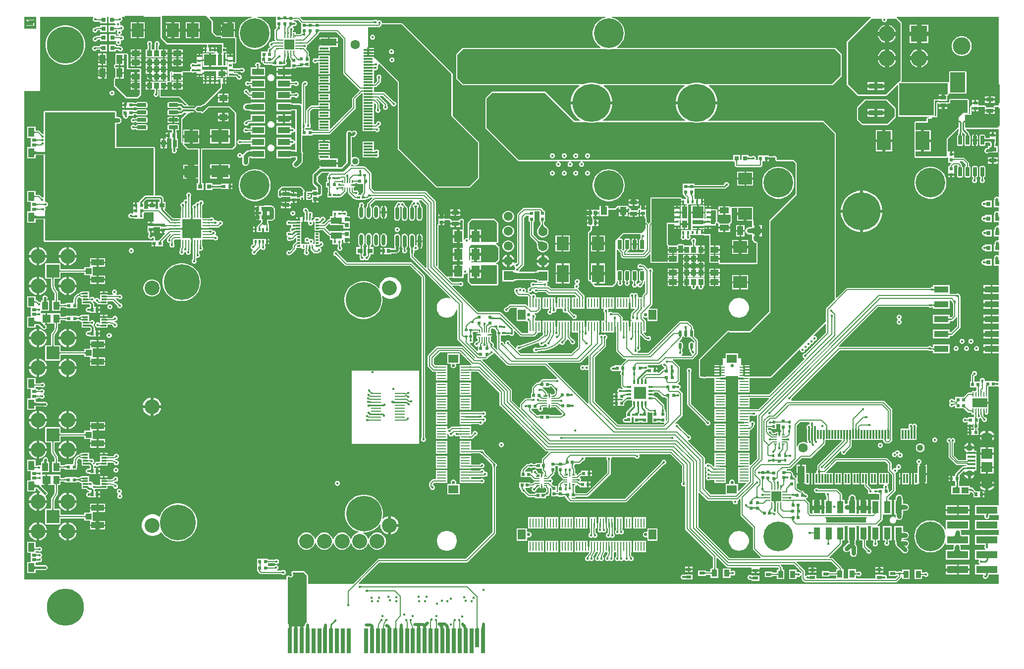
<source format=gtl>
G04*
G04 #@! TF.GenerationSoftware,Altium Limited,Altium Designer,24.4.1 (13)*
G04*
G04 Layer_Physical_Order=1*
G04 Layer_Color=255*
%FSLAX44Y44*%
%MOMM*%
G71*
G04*
G04 #@! TF.SameCoordinates,B3C23F8C-D22B-4E34-ACD8-924B2ED7411F*
G04*
G04*
G04 #@! TF.FilePolarity,Positive*
G04*
G01*
G75*
%ADD10C,0.5000*%
%ADD12C,0.5080*%
%ADD13C,0.2000*%
%ADD17C,0.4000*%
%ADD18C,0.1524*%
%ADD19C,0.2540*%
%ADD20C,0.3000*%
%ADD24C,0.1270*%
%ADD36R,0.9000X0.8000*%
%ADD37R,0.5000X0.6000*%
%ADD38R,0.6000X0.5000*%
%ADD39R,0.9000X1.2000*%
%ADD40R,1.0500X1.6000*%
%ADD41R,1.6000X1.0500*%
%ADD42R,0.6400X0.6000*%
%ADD43R,0.6000X0.6400*%
%ADD44R,1.3000X0.7000*%
%ADD45R,0.7000X1.3000*%
%ADD46R,1.5499X0.2499*%
%ADD47R,1.7000X1.3500*%
%ADD48R,1.3500X1.7000*%
%ADD49R,0.2499X1.5499*%
%ADD50R,0.9000X0.5000*%
%ADD51R,1.0000X0.7200*%
%ADD52R,0.7112X4.1910*%
%ADD53R,0.7112X3.2004*%
%ADD54R,0.5321X1.0383*%
G04:AMPARAMS|DCode=55|XSize=1.0383mm|YSize=0.5321mm|CornerRadius=0.2661mm|HoleSize=0mm|Usage=FLASHONLY|Rotation=270.000|XOffset=0mm|YOffset=0mm|HoleType=Round|Shape=RoundedRectangle|*
%AMROUNDEDRECTD55*
21,1,1.0383,0.0000,0,0,270.0*
21,1,0.5061,0.5321,0,0,270.0*
1,1,0.5321,0.0000,-0.2531*
1,1,0.5321,0.0000,0.2531*
1,1,0.5321,0.0000,0.2531*
1,1,0.5321,0.0000,-0.2531*
%
%ADD55ROUNDEDRECTD55*%
%ADD56O,0.6000X2.2000*%
%ADD57O,0.6000X1.9000*%
%ADD58R,0.4750X0.3500*%
%ADD59R,0.2500X0.4750*%
%ADD60R,0.3500X0.5000*%
%ADD61R,1.8000X0.2500*%
%ADD62R,1.0000X1.4000*%
%ADD63R,1.4000X1.4000*%
%ADD64R,1.1200X2.1050*%
%ADD65R,1.0500X1.0000*%
%ADD66R,2.2000X1.0500*%
%ADD67R,0.9000X0.2600*%
%ADD68R,0.2600X0.9000*%
%ADD69R,3.2500X3.2500*%
%ADD70R,0.8500X0.3000*%
%ADD71R,1.4500X1.9000*%
%ADD72R,1.1000X1.3500*%
%ADD73R,1.9900X2.3300*%
%ADD74R,0.7393X0.6725*%
%ADD75R,1.5000X1.8500*%
%ADD76R,0.9000X1.0000*%
%ADD77C,0.7413*%
%ADD78R,1.4000X1.0000*%
G04:AMPARAMS|DCode=79|XSize=1.55mm|YSize=0.6mm|CornerRadius=0.051mm|HoleSize=0mm|Usage=FLASHONLY|Rotation=90.000|XOffset=0mm|YOffset=0mm|HoleType=Round|Shape=RoundedRectangle|*
%AMROUNDEDRECTD79*
21,1,1.5500,0.4980,0,0,90.0*
21,1,1.4480,0.6000,0,0,90.0*
1,1,0.1020,0.2490,0.7240*
1,1,0.1020,0.2490,-0.7240*
1,1,0.1020,-0.2490,-0.7240*
1,1,0.1020,-0.2490,0.7240*
%
%ADD79ROUNDEDRECTD79*%
%ADD80R,2.4000X3.3000*%
%ADD81R,0.5000X0.5000*%
%ADD82R,1.3061X1.0582*%
%ADD83R,0.4750X0.5000*%
%ADD84R,2.4400X1.1300*%
%ADD85R,0.2225X0.8397*%
G04:AMPARAMS|DCode=86|XSize=0.8397mm|YSize=0.2225mm|CornerRadius=0.1112mm|HoleSize=0mm|Usage=FLASHONLY|Rotation=90.000|XOffset=0mm|YOffset=0mm|HoleType=Round|Shape=RoundedRectangle|*
%AMROUNDEDRECTD86*
21,1,0.8397,0.0000,0,0,90.0*
21,1,0.6172,0.2225,0,0,90.0*
1,1,0.2225,0.0000,0.3086*
1,1,0.2225,0.0000,-0.3086*
1,1,0.2225,0.0000,-0.3086*
1,1,0.2225,0.0000,0.3086*
%
%ADD86ROUNDEDRECTD86*%
%ADD87R,0.4500X0.4500*%
%ADD88R,0.7200X0.7200*%
%ADD89R,3.6800X1.2700*%
G04:AMPARAMS|DCode=90|XSize=0.3mm|YSize=0.75mm|CornerRadius=0.0495mm|HoleSize=0mm|Usage=FLASHONLY|Rotation=180.000|XOffset=0mm|YOffset=0mm|HoleType=Round|Shape=RoundedRectangle|*
%AMROUNDEDRECTD90*
21,1,0.3000,0.6510,0,0,180.0*
21,1,0.2010,0.7500,0,0,180.0*
1,1,0.0990,-0.1005,0.3255*
1,1,0.0990,0.1005,0.3255*
1,1,0.0990,0.1005,-0.3255*
1,1,0.0990,-0.1005,-0.3255*
%
%ADD90ROUNDEDRECTD90*%
G04:AMPARAMS|DCode=91|XSize=0.3mm|YSize=0.75mm|CornerRadius=0.0495mm|HoleSize=0mm|Usage=FLASHONLY|Rotation=90.000|XOffset=0mm|YOffset=0mm|HoleType=Round|Shape=RoundedRectangle|*
%AMROUNDEDRECTD91*
21,1,0.3000,0.6510,0,0,90.0*
21,1,0.2010,0.7500,0,0,90.0*
1,1,0.0990,0.3255,0.1005*
1,1,0.0990,0.3255,-0.1005*
1,1,0.0990,-0.3255,-0.1005*
1,1,0.0990,-0.3255,0.1005*
%
%ADD91ROUNDEDRECTD91*%
%ADD92R,1.9000X1.1000*%
%ADD93R,0.8890X1.2954*%
%ADD94R,0.8890X2.1082*%
%ADD95R,1.8796X2.1082*%
%ADD96R,1.8796X0.6604*%
%ADD97R,1.8796X0.3556*%
%ADD98R,0.3302X0.5080*%
%ADD99R,0.5080X0.3302*%
%ADD100R,1.9000X1.8000*%
%ADD101R,1.3500X0.4000*%
%ADD102R,5.9182X5.5118*%
%ADD103R,2.4892X0.9398*%
%ADD104R,3.0000X2.0000*%
%ADD105R,2.3300X1.9900*%
%ADD106R,0.3000X1.5500*%
%ADD107R,1.2000X2.7500*%
%ADD108R,0.8128X0.2540*%
%ADD109R,0.2540X0.8128*%
%ADD110R,1.8034X1.8034*%
%ADD111R,0.8000X0.8000*%
%ADD112R,0.8000X0.5000*%
%ADD113R,1.0000X1.5000*%
%ADD114R,0.5500X0.5500*%
G04:AMPARAMS|DCode=115|XSize=1.55mm|YSize=0.6mm|CornerRadius=0.051mm|HoleSize=0mm|Usage=FLASHONLY|Rotation=0.000|XOffset=0mm|YOffset=0mm|HoleType=Round|Shape=RoundedRectangle|*
%AMROUNDEDRECTD115*
21,1,1.5500,0.4980,0,0,0.0*
21,1,1.4480,0.6000,0,0,0.0*
1,1,0.1020,0.7240,-0.2490*
1,1,0.1020,-0.7240,-0.2490*
1,1,0.1020,-0.7240,0.2490*
1,1,0.1020,0.7240,0.2490*
%
%ADD115ROUNDEDRECTD115*%
%ADD116R,0.3700X0.2400*%
%ADD117R,0.4000X1.0800*%
%ADD118R,2.1050X1.1200*%
%ADD119R,0.4500X0.5000*%
%ADD120R,0.5500X0.5500*%
%ADD121R,0.5000X0.4500*%
%ADD122R,1.5500X0.3000*%
%ADD123R,2.7500X1.2000*%
%ADD124R,1.2954X0.8890*%
%ADD125R,2.1082X0.8890*%
%ADD126R,2.1082X1.8796*%
%ADD127R,0.6604X1.8796*%
%ADD128R,0.3556X1.8796*%
%ADD129R,2.0000X3.0000*%
%ADD130R,1.8500X1.5000*%
%ADD131R,1.3500X1.1000*%
%ADD132R,0.6725X0.7393*%
%ADD133R,1.9000X1.4500*%
%ADD134R,1.9000X1.5750*%
%ADD173R,2.5500X1.6500*%
%ADD182C,0.1800*%
%ADD183R,0.6000X0.2000*%
%ADD184R,0.2000X0.6000*%
%ADD189R,0.6000X0.2000*%
%ADD190R,0.2000X0.6000*%
%ADD203C,2.7500*%
%ADD204R,2.7500X2.7500*%
%ADD205C,2.9972*%
%ADD212C,1.1000*%
%ADD213C,1.6000*%
%ADD218C,0.2032*%
%ADD219C,0.2067*%
G04:AMPARAMS|DCode=220|XSize=2.1mm|YSize=2.1mm|CornerRadius=0.0525mm|HoleSize=0mm|Usage=FLASHONLY|Rotation=90.000|XOffset=0mm|YOffset=0mm|HoleType=Round|Shape=RoundedRectangle|*
%AMROUNDEDRECTD220*
21,1,2.1000,1.9950,0,0,90.0*
21,1,1.9950,2.1000,0,0,90.0*
1,1,0.1050,0.9975,0.9975*
1,1,0.1050,0.9975,-0.9975*
1,1,0.1050,-0.9975,-0.9975*
1,1,0.1050,-0.9975,0.9975*
%
%ADD220ROUNDEDRECTD220*%
%ADD221C,0.7620*%
%ADD222C,0.6350*%
%ADD223C,0.3810*%
%ADD224C,0.2060*%
%ADD225C,1.0160*%
%ADD226C,1.0000*%
%ADD227C,0.8000*%
%ADD228R,2.2500X2.2500*%
%ADD229C,2.5500*%
%ADD230C,0.5502*%
%ADD231C,6.0960*%
%ADD232C,2.5400*%
%ADD233C,1.5500*%
%ADD234R,1.5500X1.5500*%
%ADD235R,1.6000X1.6000*%
%ADD236O,1.9000X1.2000*%
%ADD237O,1.2500X1.0500*%
%ADD238C,6.5000*%
%ADD239C,6.3500*%
%ADD240C,0.4500*%
%ADD241C,5.0800*%
G36*
X452990Y1103964D02*
X453051Y1103791D01*
X453152Y1103639D01*
X453295Y1103507D01*
X453478Y1103395D01*
X453701Y1103304D01*
X453965Y1103232D01*
X454270Y1103182D01*
X454615Y1103151D01*
X455001Y1103141D01*
Y1101109D01*
X454615Y1101103D01*
X453965Y1101057D01*
X453701Y1101016D01*
X453478Y1100964D01*
X453295Y1100901D01*
X453152Y1100826D01*
X453051Y1100739D01*
X452990Y1100640D01*
X452970Y1100530D01*
Y1104157D01*
X452990Y1103964D01*
D02*
G37*
G36*
X447030Y1100530D02*
X447010Y1100640D01*
X446949Y1100739D01*
X446848Y1100826D01*
X446705Y1100901D01*
X446522Y1100964D01*
X446299Y1101016D01*
X446035Y1101057D01*
X445730Y1101086D01*
X444999Y1101109D01*
Y1103141D01*
X445389Y1103151D01*
X445738Y1103182D01*
X446047Y1103232D01*
X446314Y1103304D01*
X446541Y1103395D01*
X446727Y1103507D01*
X446872Y1103639D01*
X446976Y1103791D01*
X447039Y1103964D01*
X447061Y1104157D01*
X447030Y1100530D01*
D02*
G37*
G36*
X462710Y1104339D02*
X462771Y1104166D01*
X462875Y1104014D01*
X463019Y1103882D01*
X463205Y1103770D01*
X463432Y1103679D01*
X463700Y1103607D01*
X464009Y1103557D01*
X464360Y1103526D01*
X464752Y1103516D01*
Y1101484D01*
X464360Y1101474D01*
X464009Y1101443D01*
X463700Y1101393D01*
X463432Y1101321D01*
X463205Y1101230D01*
X463019Y1101118D01*
X462875Y1100986D01*
X462771Y1100834D01*
X462710Y1100661D01*
X462689Y1100468D01*
Y1104532D01*
X462710Y1104339D01*
D02*
G37*
G36*
X457311Y1100093D02*
X457290Y1100286D01*
X457229Y1100459D01*
X457125Y1100611D01*
X456981Y1100743D01*
X456795Y1100855D01*
X456568Y1100946D01*
X456300Y1101018D01*
X455991Y1101068D01*
X455640Y1101099D01*
X455248Y1101109D01*
Y1103141D01*
X455640Y1103151D01*
X455991Y1103182D01*
X456300Y1103232D01*
X456568Y1103304D01*
X456795Y1103395D01*
X456981Y1103507D01*
X457125Y1103639D01*
X457229Y1103791D01*
X457290Y1103964D01*
X457311Y1104157D01*
Y1100093D01*
D02*
G37*
G36*
X442710Y1103964D02*
X442771Y1103791D01*
X442875Y1103639D01*
X443019Y1103507D01*
X443205Y1103395D01*
X443432Y1103304D01*
X443700Y1103232D01*
X444009Y1103182D01*
X444360Y1103151D01*
X444752Y1103141D01*
Y1101109D01*
X444360Y1101099D01*
X444009Y1101068D01*
X443700Y1101018D01*
X443432Y1100946D01*
X443205Y1100855D01*
X443019Y1100743D01*
X442875Y1100611D01*
X442771Y1100459D01*
X442710Y1100286D01*
X442689Y1100093D01*
Y1104157D01*
X442710Y1103964D01*
D02*
G37*
G36*
X167717Y1098984D02*
X165120Y1098984D01*
X164824Y1101016D01*
X165062Y1101023D01*
X165279Y1101043D01*
X165475Y1101076D01*
X165649Y1101123D01*
X165802Y1101183D01*
X165933Y1101257D01*
X166043Y1101344D01*
X166131Y1101445D01*
X166198Y1101559D01*
X166244Y1101686D01*
X167717Y1098984D01*
D02*
G37*
G36*
X158960Y1101839D02*
X159022Y1101666D01*
X159125Y1101514D01*
X159269Y1101382D01*
X159455Y1101270D01*
X159682Y1101179D01*
X159950Y1101107D01*
X160259Y1101057D01*
X160610Y1101026D01*
X161001Y1101016D01*
Y1098984D01*
X160610Y1098974D01*
X160259Y1098943D01*
X159950Y1098893D01*
X159682Y1098821D01*
X159455Y1098730D01*
X159269Y1098618D01*
X159125Y1098486D01*
X159022Y1098334D01*
X158960Y1098161D01*
X158939Y1097968D01*
Y1102032D01*
X158960Y1101839D01*
D02*
G37*
G36*
X136061Y1097968D02*
X136040Y1098161D01*
X135978Y1098334D01*
X135875Y1098486D01*
X135731Y1098618D01*
X135545Y1098730D01*
X135318Y1098821D01*
X135050Y1098893D01*
X134741Y1098943D01*
X134390Y1098974D01*
X133998Y1098984D01*
Y1101016D01*
X134390Y1101026D01*
X134741Y1101057D01*
X135050Y1101107D01*
X135318Y1101179D01*
X135545Y1101270D01*
X135731Y1101382D01*
X135875Y1101514D01*
X135978Y1101666D01*
X136040Y1101839D01*
X136061Y1102032D01*
Y1097968D01*
D02*
G37*
G36*
X1502500Y1094000D02*
Y997000D01*
X1499059Y993559D01*
X1498062D01*
Y992562D01*
X1477500Y972000D01*
X1430000D01*
X1412500Y989500D01*
Y1062000D01*
X1452500Y1102000D01*
X1470085D01*
X1470791Y1100944D01*
X1470750Y1100845D01*
Y1099155D01*
X1471397Y1097593D01*
X1472593Y1096397D01*
X1474155Y1095750D01*
X1475845D01*
X1477407Y1096397D01*
X1478603Y1097593D01*
X1479250Y1099155D01*
Y1100845D01*
X1479209Y1100944D01*
X1479915Y1102000D01*
X1494500D01*
X1502500Y1094000D01*
D02*
G37*
G36*
X603393Y1094425D02*
X603277Y1094531D01*
X603148Y1094626D01*
X603005Y1094710D01*
X602850Y1094783D01*
X602682Y1094844D01*
X602500Y1094895D01*
X602305Y1094934D01*
X602097Y1094962D01*
X601876Y1094978D01*
X601642Y1094984D01*
Y1097016D01*
X601876Y1097022D01*
X602305Y1097066D01*
X602500Y1097105D01*
X602682Y1097156D01*
X602850Y1097217D01*
X603005Y1097290D01*
X603148Y1097374D01*
X603277Y1097469D01*
X603393Y1097575D01*
Y1094425D01*
D02*
G37*
G36*
X613194Y1093080D02*
X613157Y1093017D01*
X613124Y1092931D01*
X613095Y1092822D01*
X613071Y1092690D01*
X613051Y1092536D01*
X613025Y1092159D01*
X613016Y1091690D01*
X610984D01*
X610982Y1091936D01*
X610929Y1092690D01*
X610905Y1092822D01*
X610876Y1092931D01*
X610843Y1093017D01*
X610806Y1093080D01*
X610764Y1093120D01*
X613236D01*
X613194Y1093080D01*
D02*
G37*
G36*
X462710Y1095089D02*
X462771Y1094916D01*
X462875Y1094764D01*
X463019Y1094632D01*
X463205Y1094520D01*
X463432Y1094428D01*
X463700Y1094357D01*
X463710Y1094356D01*
X463838Y1094385D01*
X464011Y1094438D01*
X464171Y1094500D01*
X464319Y1094572D01*
X464455Y1094653D01*
X464578Y1094744D01*
X464525Y1094272D01*
X464752Y1094266D01*
Y1092234D01*
X464360Y1092224D01*
X464296Y1092218D01*
X464228Y1091613D01*
X464124Y1091731D01*
X464005Y1091837D01*
X463872Y1091930D01*
X463724Y1092010D01*
X463562Y1092079D01*
X463515Y1092094D01*
X463432Y1092071D01*
X463205Y1091980D01*
X463019Y1091868D01*
X462875Y1091736D01*
X462771Y1091584D01*
X462710Y1091411D01*
X462689Y1091218D01*
Y1092230D01*
X462534Y1092234D01*
X462689Y1093463D01*
Y1095282D01*
X462710Y1095089D01*
D02*
G37*
G36*
X460615Y1090790D02*
X460466Y1090732D01*
X460336Y1090635D01*
X460222Y1090500D01*
X460126Y1090328D01*
X460048Y1090117D01*
X459987Y1089868D01*
X459943Y1089581D01*
X459917Y1089256D01*
X459908Y1088892D01*
X457876D01*
X457870Y1089251D01*
X457823Y1089855D01*
X457781Y1090101D01*
X457727Y1090308D01*
X457662Y1090478D01*
X457584Y1090611D01*
X457495Y1090705D01*
X457394Y1090762D01*
X457281Y1090780D01*
X460780Y1090811D01*
X460615Y1090790D01*
D02*
G37*
G36*
X495990Y1091964D02*
X496051Y1091791D01*
X496152Y1091639D01*
X496295Y1091507D01*
X496478Y1091395D01*
X496701Y1091304D01*
X496965Y1091232D01*
X497270Y1091182D01*
X497615Y1091151D01*
X498002Y1091141D01*
Y1089109D01*
X497615Y1089103D01*
X496965Y1089057D01*
X496701Y1089016D01*
X496478Y1088964D01*
X496295Y1088901D01*
X496152Y1088826D01*
X496051Y1088739D01*
X495990Y1088640D01*
X495970Y1088531D01*
Y1092157D01*
X495990Y1091964D01*
D02*
G37*
G36*
X490031Y1088531D02*
X490010Y1088640D01*
X489949Y1088739D01*
X489848Y1088826D01*
X489705Y1088901D01*
X489523Y1088964D01*
X489299Y1089016D01*
X489035Y1089057D01*
X488730Y1089086D01*
X487999Y1089109D01*
Y1091141D01*
X488389Y1091151D01*
X488738Y1091182D01*
X489047Y1091232D01*
X489314Y1091304D01*
X489541Y1091395D01*
X489727Y1091507D01*
X489872Y1091639D01*
X489976Y1091791D01*
X490039Y1091964D01*
X490061Y1092157D01*
X490031Y1088531D01*
D02*
G37*
G36*
X452339Y1090540D02*
X452166Y1090479D01*
X452014Y1090375D01*
X451882Y1090231D01*
X451770Y1090045D01*
X451679Y1089818D01*
X451607Y1089550D01*
X451557Y1089241D01*
X451526Y1088890D01*
X451516Y1088499D01*
X449484D01*
X449474Y1088890D01*
X449443Y1089241D01*
X449393Y1089550D01*
X449321Y1089818D01*
X449230Y1090045D01*
X449118Y1090231D01*
X448986Y1090375D01*
X448834Y1090479D01*
X448661Y1090540D01*
X448468Y1090561D01*
X452532D01*
X452339Y1090540D01*
D02*
G37*
G36*
X507710Y1092339D02*
X507771Y1092166D01*
X507875Y1092014D01*
X508019Y1091882D01*
X508205Y1091770D01*
X508432Y1091679D01*
X508700Y1091607D01*
X509009Y1091557D01*
X509360Y1091526D01*
X509752Y1091516D01*
Y1089484D01*
X509360Y1089474D01*
X509009Y1089443D01*
X508700Y1089393D01*
X508432Y1089321D01*
X508205Y1089230D01*
X508019Y1089118D01*
X507875Y1088986D01*
X507771Y1088834D01*
X507710Y1088661D01*
X507689Y1088468D01*
Y1092532D01*
X507710Y1092339D01*
D02*
G37*
G36*
X485710Y1091964D02*
X485771Y1091791D01*
X485875Y1091639D01*
X486019Y1091507D01*
X486205Y1091395D01*
X486432Y1091304D01*
X486700Y1091232D01*
X487009Y1091182D01*
X487360Y1091151D01*
X487752Y1091141D01*
Y1089109D01*
X487360Y1089099D01*
X487009Y1089068D01*
X486700Y1089018D01*
X486432Y1088946D01*
X486205Y1088855D01*
X486019Y1088743D01*
X485875Y1088611D01*
X485771Y1088459D01*
X485710Y1088286D01*
X485689Y1088093D01*
Y1092157D01*
X485710Y1091964D01*
D02*
G37*
G36*
X441839Y1090790D02*
X441666Y1090729D01*
X441514Y1090625D01*
X441382Y1090481D01*
X441270Y1090295D01*
X441179Y1090069D01*
X441107Y1089800D01*
X441057Y1089491D01*
X441026Y1089140D01*
X441025Y1089092D01*
X441066Y1088695D01*
X441105Y1088500D01*
X441156Y1088318D01*
X441217Y1088150D01*
X441290Y1087995D01*
X441374Y1087852D01*
X441469Y1087723D01*
X441575Y1087607D01*
X438425Y1087607D01*
X438531Y1087723D01*
X438626Y1087852D01*
X438710Y1087995D01*
X438783Y1088150D01*
X438844Y1088318D01*
X438895Y1088500D01*
X438934Y1088695D01*
X438962Y1088903D01*
X438975Y1089083D01*
X438974Y1089140D01*
X438943Y1089491D01*
X438893Y1089800D01*
X438821Y1090069D01*
X438730Y1090295D01*
X438618Y1090481D01*
X438486Y1090625D01*
X438334Y1090729D01*
X438161Y1090790D01*
X437968Y1090811D01*
X442032D01*
X441839Y1090790D01*
D02*
G37*
G36*
X735000Y1007000D02*
Y935000D01*
X780000Y890000D01*
Y830000D01*
X765000Y815000D01*
X710000D01*
X645000Y880000D01*
Y994000D01*
X605000Y1034000D01*
X602500D01*
Y1034500D01*
Y1036501D01*
X592750D01*
Y1038531D01*
X591250D01*
X591235Y1039106D01*
X591206Y1039439D01*
X589750D01*
X590035Y1039469D01*
X590290Y1039560D01*
X590515Y1039712D01*
X590710Y1039924D01*
X590875Y1040197D01*
X590998Y1040500D01*
X590875Y1040803D01*
X590710Y1041076D01*
X590515Y1041288D01*
X590290Y1041440D01*
X590035Y1041531D01*
X589750Y1041561D01*
X591206D01*
X591235Y1041894D01*
X591250Y1042469D01*
X592750D01*
Y1043531D01*
X591250D01*
X591235Y1044106D01*
X591206Y1044439D01*
X589750D01*
X590035Y1044469D01*
X590290Y1044560D01*
X590515Y1044712D01*
X590710Y1044924D01*
X590875Y1045197D01*
X590998Y1045500D01*
X590875Y1045803D01*
X590710Y1046076D01*
X590515Y1046288D01*
X590290Y1046440D01*
X590035Y1046531D01*
X589750Y1046561D01*
X591206D01*
X591235Y1046894D01*
X591250Y1047469D01*
X592750D01*
Y1049439D01*
X590470D01*
X590618Y1049462D01*
X590751Y1049531D01*
X590868Y1049647D01*
X590969Y1049809D01*
X591055Y1050017D01*
X591125Y1050271D01*
X591180Y1050571D01*
X591219Y1050918D01*
X591242Y1051311D01*
X591250Y1051750D01*
X592750D01*
Y1087425D01*
X610810D01*
X610810Y1087425D01*
X611987Y1087659D01*
X612984Y1088326D01*
X614174Y1089516D01*
X614174Y1089516D01*
X614841Y1090514D01*
X615075Y1091690D01*
Y1092000D01*
X650000D01*
X735000Y1007000D01*
D02*
G37*
G36*
X169715Y1083891D02*
X169655Y1083909D01*
X169573Y1083925D01*
X169470Y1083939D01*
X169032Y1083969D01*
X168151Y1083984D01*
X166900Y1086016D01*
X167138Y1086023D01*
X167355Y1086043D01*
X167552Y1086077D01*
X167728Y1086125D01*
X167885Y1086186D01*
X168020Y1086261D01*
X168136Y1086350D01*
X168231Y1086452D01*
X168306Y1086567D01*
X168361Y1086697D01*
X169715Y1083891D01*
D02*
G37*
G36*
X158960Y1086839D02*
X159022Y1086666D01*
X159125Y1086514D01*
X159269Y1086382D01*
X159455Y1086270D01*
X159682Y1086179D01*
X159950Y1086107D01*
X160259Y1086057D01*
X160610Y1086026D01*
X161001Y1086016D01*
Y1083984D01*
X160610Y1083974D01*
X160259Y1083943D01*
X159950Y1083893D01*
X159682Y1083821D01*
X159455Y1083730D01*
X159269Y1083618D01*
X159125Y1083486D01*
X159022Y1083334D01*
X158960Y1083161D01*
X158939Y1082968D01*
Y1087032D01*
X158960Y1086839D01*
D02*
G37*
G36*
X439977Y1083750D02*
X439820Y1083743D01*
X439662Y1083719D01*
X439502Y1083678D01*
X439341Y1083619D01*
X439178Y1083543D01*
X439014Y1083450D01*
X438848Y1083341D01*
X438682Y1083213D01*
X438514Y1083069D01*
X438344Y1082907D01*
X436907Y1084344D01*
X437069Y1084514D01*
X437341Y1084848D01*
X437450Y1085014D01*
X437543Y1085178D01*
X437619Y1085340D01*
X437678Y1085502D01*
X437719Y1085662D01*
X437743Y1085820D01*
X437750Y1085977D01*
X439977Y1083750D01*
D02*
G37*
G36*
X462178Y1082083D02*
X462101Y1082023D01*
X462032Y1081941D01*
X461970Y1081839D01*
X461917Y1081715D01*
X461872Y1081571D01*
X461835Y1081406D01*
X461807Y1081220D01*
X461786Y1081013D01*
X461770Y1080536D01*
X459230Y1081261D01*
X459229Y1081516D01*
X459151Y1082661D01*
X459131Y1082734D01*
X459107Y1082783D01*
X462178Y1082083D01*
D02*
G37*
G36*
X507710Y1083339D02*
X507771Y1083166D01*
X507875Y1083014D01*
X508019Y1082882D01*
X508205Y1082770D01*
X508432Y1082679D01*
X508700Y1082607D01*
X509009Y1082557D01*
X509360Y1082526D01*
X509752Y1082516D01*
Y1080484D01*
X509360Y1080474D01*
X509009Y1080443D01*
X508700Y1080393D01*
X508432Y1080321D01*
X508205Y1080230D01*
X508019Y1080118D01*
X507875Y1079986D01*
X507771Y1079834D01*
X507710Y1079661D01*
X507689Y1079468D01*
Y1083532D01*
X507710Y1083339D01*
D02*
G37*
G36*
X506635Y1078793D02*
X506505Y1078738D01*
X506391Y1078648D01*
X506291Y1078521D01*
X506207Y1078358D01*
X506138Y1078159D01*
X506085Y1077924D01*
X506047Y1077652D01*
X506024Y1077344D01*
X506016Y1077000D01*
X503984D01*
X503976Y1077344D01*
X503915Y1077924D01*
X503862Y1078159D01*
X503793Y1078358D01*
X503709Y1078521D01*
X503609Y1078648D01*
X503495Y1078738D01*
X503365Y1078793D01*
X503219Y1078811D01*
X506781D01*
X506635Y1078793D01*
D02*
G37*
G36*
X484839Y1078790D02*
X484666Y1078728D01*
X484514Y1078625D01*
X484382Y1078481D01*
X484270Y1078295D01*
X484179Y1078068D01*
X484107Y1077800D01*
X484079Y1077630D01*
X484105Y1077500D01*
X484156Y1077318D01*
X484217Y1077150D01*
X484290Y1076994D01*
X484374Y1076852D01*
X484469Y1076723D01*
X484575Y1076607D01*
X481425D01*
X481531Y1076723D01*
X481626Y1076852D01*
X481710Y1076994D01*
X481783Y1077150D01*
X481844Y1077318D01*
X481895Y1077500D01*
X481921Y1077630D01*
X481893Y1077800D01*
X481821Y1078068D01*
X481730Y1078295D01*
X481618Y1078481D01*
X481486Y1078625D01*
X481334Y1078728D01*
X481161Y1078790D01*
X480968Y1078811D01*
X485032D01*
X484839Y1078790D01*
D02*
G37*
G36*
X456518Y1078157D02*
X456596Y1076837D01*
X456626Y1076694D01*
X456659Y1076593D01*
X456697Y1076532D01*
X456740Y1076512D01*
X454260D01*
X454303Y1076532D01*
X454341Y1076593D01*
X454375Y1076694D01*
X454403Y1076837D01*
X454428Y1077020D01*
X454464Y1077507D01*
X454484Y1078543D01*
X456516D01*
X456518Y1078157D01*
D02*
G37*
G36*
X451518D02*
X451596Y1076837D01*
X451626Y1076694D01*
X451659Y1076593D01*
X451697Y1076532D01*
X451740Y1076512D01*
X449260D01*
X449303Y1076532D01*
X449341Y1076593D01*
X449375Y1076694D01*
X449403Y1076837D01*
X449428Y1077020D01*
X449464Y1077507D01*
X449484Y1078543D01*
X451516D01*
X451518Y1078157D01*
D02*
G37*
G36*
X494839Y1078540D02*
X494666Y1078478D01*
X494514Y1078375D01*
X494382Y1078231D01*
X494270Y1078045D01*
X494179Y1077819D01*
X494107Y1077550D01*
X494057Y1077241D01*
X494026Y1076890D01*
X494016Y1076498D01*
X491984D01*
X491974Y1076890D01*
X491943Y1077241D01*
X491893Y1077550D01*
X491821Y1077819D01*
X491730Y1078045D01*
X491618Y1078231D01*
X491486Y1078375D01*
X491334Y1078478D01*
X491161Y1078540D01*
X490968Y1078561D01*
X495032D01*
X494839Y1078540D01*
D02*
G37*
G36*
X477826Y1093826D02*
X477826Y1093826D01*
X478250Y1093542D01*
Y1085750D01*
Y1077530D01*
X477860Y1077452D01*
X476863Y1076786D01*
X476863Y1076786D01*
X475630Y1075553D01*
X468770D01*
Y1078542D01*
X463834D01*
Y1080824D01*
X464603Y1081593D01*
X465250Y1083155D01*
Y1084845D01*
X464603Y1086407D01*
X463933Y1087078D01*
X464187Y1088478D01*
X464750Y1088750D01*
X465958Y1088750D01*
X466845D01*
X468407Y1089397D01*
X469603Y1090593D01*
X470250Y1092155D01*
Y1093845D01*
X469603Y1095407D01*
X468407Y1096603D01*
X466845Y1097250D01*
X465592D01*
X464977Y1098447D01*
X465430Y1099425D01*
X472226D01*
X477826Y1093826D01*
D02*
G37*
G36*
X481689Y1073171D02*
X481565Y1073252D01*
X481428Y1073324D01*
X481279Y1073387D01*
X481118Y1073443D01*
X480944Y1073489D01*
X480758Y1073527D01*
X480560Y1073557D01*
X480127Y1073591D01*
X479892Y1073595D01*
X479489Y1075627D01*
X479724Y1075634D01*
X479943Y1075653D01*
X480147Y1075685D01*
X480336Y1075731D01*
X480509Y1075789D01*
X480667Y1075860D01*
X480810Y1075944D01*
X480937Y1076041D01*
X481049Y1076151D01*
X481145Y1076274D01*
X481689Y1073171D01*
D02*
G37*
G36*
X208437Y1105000D02*
X237961D01*
Y1069092D01*
X238116Y1068312D01*
X238558Y1067650D01*
X238558Y1067650D01*
X247708Y1058500D01*
X248370Y1058058D01*
X249150Y1057903D01*
X316961D01*
Y1052956D01*
X315916D01*
Y1048416D01*
Y1043876D01*
X318067D01*
X318067Y1043876D01*
X318765D01*
Y1043876D01*
X319337Y1043876D01*
X323993D01*
X324036Y1043867D01*
X324080Y1043876D01*
X326067D01*
Y1043876D01*
X326765D01*
Y1043876D01*
X328752D01*
X328796Y1043867D01*
X328839Y1043876D01*
X330632D01*
X330695Y1043768D01*
X329963Y1042498D01*
X323916D01*
Y1031100D01*
Y1019702D01*
X350697D01*
X350894Y1019663D01*
X351060D01*
X351291Y1019433D01*
X351638D01*
Y1019089D01*
X352292Y1018439D01*
X352292Y1017079D01*
X352292Y1010000D01*
X352292Y1009079D01*
Y1002349D01*
X359298D01*
X359342Y1002340D01*
X359370Y1002346D01*
X359399Y1002341D01*
X359434Y1002349D01*
X361372D01*
Y1002666D01*
X366357D01*
X367750Y1001273D01*
Y1001155D01*
X368397Y999593D01*
X369593Y998397D01*
X371155Y997750D01*
X372845D01*
X374407Y998397D01*
X375603Y999593D01*
X376250Y1001155D01*
Y1002845D01*
X375603Y1004407D01*
X374407Y1005603D01*
X372845Y1006250D01*
X372209D01*
X372173Y1006280D01*
X370096Y1008357D01*
X369014Y1009080D01*
X367738Y1009334D01*
X363335D01*
X362950Y1010000D01*
X363335Y1010666D01*
X374319D01*
X374324Y1010665D01*
X374593Y1010397D01*
X376155Y1009750D01*
X377845D01*
X379407Y1010397D01*
X380603Y1011593D01*
X381250Y1013155D01*
Y1014845D01*
X380603Y1016407D01*
X379407Y1017603D01*
X377845Y1018250D01*
X376155D01*
X374593Y1017603D01*
X374328Y1017338D01*
X374270Y1017334D01*
X361988D01*
X361372Y1018349D01*
X361372Y1018921D01*
Y1025514D01*
X365175D01*
X365955Y1025669D01*
X366617Y1026111D01*
X367059Y1026772D01*
X367214Y1027553D01*
Y1067132D01*
X367194Y1067235D01*
X367204Y1067340D01*
X367079Y1068558D01*
X366992Y1068841D01*
X366934Y1069130D01*
X366875Y1069218D01*
X366844Y1069319D01*
X366656Y1069546D01*
X366492Y1069792D01*
X366404Y1069850D01*
X366337Y1069932D01*
X366076Y1070070D01*
X365830Y1070234D01*
X365727Y1070255D01*
X365634Y1070304D01*
X365340Y1070332D01*
X365050Y1070389D01*
Y1080500D01*
X353100D01*
X343211D01*
Y1080165D01*
Y1071000D01*
X343161Y1071475D01*
X343010Y1071900D01*
X342758Y1072275D01*
X342406Y1072600D01*
X341953Y1072875D01*
X341400Y1073100D01*
X341150Y1073167D01*
Y1073070D01*
X341112Y1073039D01*
X332932D01*
X327039Y1078932D01*
Y1097500D01*
X327039Y1097500D01*
X326884Y1098280D01*
X326442Y1098942D01*
X321557Y1103827D01*
X322043Y1105000D01*
X393188D01*
X393288Y1103730D01*
X392159Y1103551D01*
X388057Y1102218D01*
X384214Y1100260D01*
X380725Y1097725D01*
X377676Y1094676D01*
X375140Y1091187D01*
X373182Y1087344D01*
X371850Y1083242D01*
X371175Y1078982D01*
Y1074669D01*
X371850Y1070410D01*
X373182Y1066308D01*
X375140Y1062465D01*
X377676Y1058976D01*
X380725Y1055926D01*
X384214Y1053391D01*
X388057Y1051433D01*
X392159Y1050100D01*
X396419Y1049426D01*
X400732D01*
X404991Y1050100D01*
X409093Y1051433D01*
X412936Y1053391D01*
X416425Y1055926D01*
X419475Y1058976D01*
X422010Y1062465D01*
X423968Y1066308D01*
X425300Y1070410D01*
X425975Y1074669D01*
Y1078982D01*
X425300Y1083242D01*
X423968Y1087344D01*
X422010Y1091187D01*
X419475Y1094676D01*
X416425Y1097725D01*
X412936Y1100260D01*
X409093Y1102218D01*
X404991Y1103551D01*
X403862Y1103730D01*
X403962Y1105000D01*
X435250D01*
Y1097750D01*
Y1088750D01*
X435250D01*
X436013Y1087480D01*
X435750Y1086845D01*
Y1086219D01*
X435728Y1086130D01*
X435727Y1086128D01*
X435727Y1086124D01*
X435720Y1086096D01*
X435712Y1086082D01*
X435696Y1086058D01*
X435639Y1085988D01*
X433326Y1083674D01*
X432659Y1082677D01*
X432425Y1081500D01*
X432425Y1081500D01*
Y1067500D01*
X432425Y1067500D01*
X432659Y1066323D01*
X433326Y1065326D01*
X433903Y1064748D01*
X433417Y1063575D01*
X429500D01*
X429500Y1063575D01*
X428323Y1063341D01*
X427326Y1062674D01*
X426950Y1062299D01*
X426928Y1062281D01*
X426883Y1062250D01*
X426155D01*
X424593Y1061603D01*
X423397Y1060407D01*
X422750Y1058845D01*
Y1057155D01*
X423397Y1055593D01*
X424593Y1054397D01*
X424705Y1054351D01*
X424958Y1053030D01*
X424250Y1052250D01*
X424155D01*
X422593Y1051603D01*
X421397Y1050407D01*
X420750Y1048845D01*
Y1047155D01*
X420894Y1046806D01*
X420189Y1045750D01*
X409750D01*
Y1037000D01*
X409500D01*
Y1027000D01*
X412074D01*
X412241Y1026159D01*
X412908Y1025162D01*
X414244Y1023826D01*
X414244Y1023826D01*
X415242Y1023159D01*
X416418Y1022925D01*
X428750D01*
Y1021250D01*
X447250D01*
Y1021250D01*
X448058Y1021790D01*
X448155Y1021750D01*
X449845D01*
X451407Y1022397D01*
X452603Y1023593D01*
X453250Y1025155D01*
Y1026845D01*
X452603Y1028407D01*
X452160Y1028850D01*
X452113Y1028928D01*
X452112Y1028931D01*
X452110Y1028934D01*
X452094Y1028959D01*
X452090Y1028974D01*
X452085Y1029002D01*
X452075Y1029093D01*
Y1031672D01*
X452674Y1032271D01*
X452674Y1032271D01*
X453341Y1033269D01*
X453575Y1034446D01*
Y1037458D01*
X454000D01*
Y1043522D01*
X457000D01*
Y1037458D01*
X457425D01*
Y1035000D01*
X457425Y1035000D01*
X457659Y1033823D01*
X458326Y1032826D01*
X459753Y1031398D01*
X460054Y1031075D01*
X460250Y1030831D01*
Y1018476D01*
X450000D01*
Y1012376D01*
X458995D01*
Y1016445D01*
X459071Y1016111D01*
X459299Y1015812D01*
X459680Y1015548D01*
X460214Y1015319D01*
X460900Y1015126D01*
X461025Y1015102D01*
Y1016750D01*
X469750D01*
Y1018425D01*
X475500D01*
X475500Y1018425D01*
X475878Y1018500D01*
X483000D01*
Y1018500D01*
X483250Y1018750D01*
X492750D01*
Y1027750D01*
Y1037250D01*
X491075D01*
Y1044000D01*
X490841Y1045177D01*
X490174Y1046174D01*
X490174Y1046174D01*
X486166Y1050183D01*
X486407Y1051397D01*
X487603Y1052593D01*
X488250Y1054155D01*
Y1055845D01*
X488122Y1056155D01*
X488248Y1056580D01*
X488935Y1057511D01*
X489677Y1057659D01*
X490674Y1058326D01*
X507174Y1074826D01*
X507841Y1075823D01*
X508025Y1076750D01*
X509750D01*
Y1078425D01*
X538226D01*
X549925Y1066726D01*
Y1009000D01*
X549925Y1009000D01*
X550159Y1007823D01*
X550826Y1006826D01*
X568826Y988826D01*
X576826Y980826D01*
X577338Y980483D01*
X577649Y978997D01*
X565826Y967174D01*
X565159Y966177D01*
X564925Y965000D01*
X564925Y965000D01*
Y950274D01*
X528173Y913522D01*
X527000Y914008D01*
Y922000D01*
Y929001D01*
X517250D01*
X507500D01*
Y922000D01*
Y912000D01*
X524618D01*
X525148Y910795D01*
X524570Y910075D01*
X497500D01*
Y912000D01*
X488500D01*
Y912000D01*
X487500D01*
Y912000D01*
X485075D01*
Y914750D01*
X494250D01*
Y923250D01*
X493075D01*
Y943102D01*
X497398Y947425D01*
X507500D01*
Y947000D01*
X509487D01*
X509530Y946991D01*
X509574Y947000D01*
X517250D01*
X527000D01*
Y952000D01*
Y959000D01*
X517250D01*
X507500D01*
Y953575D01*
X496124D01*
X496124Y953575D01*
X494947Y953341D01*
X493950Y952674D01*
X493950Y952674D01*
X487826Y946550D01*
X487159Y945553D01*
X486925Y944376D01*
X486925Y944376D01*
Y923250D01*
X485075D01*
Y986750D01*
X485845D01*
X487407Y987397D01*
X488603Y988593D01*
X489250Y990155D01*
Y991845D01*
X488603Y993407D01*
X487407Y994603D01*
X485845Y995250D01*
X484155D01*
X482593Y994603D01*
X481843Y993853D01*
X481016Y993301D01*
X481016Y993301D01*
X479826Y992110D01*
X479570Y991728D01*
X479498Y991643D01*
X479484Y991599D01*
X479159Y991113D01*
X478925Y989936D01*
X478925Y989936D01*
Y956199D01*
X477655Y955546D01*
X476267Y956473D01*
X474000Y956924D01*
X473377Y956800D01*
X464238D01*
X462913Y956876D01*
X462053Y956983D01*
X461367Y957113D01*
X461025Y957209D01*
Y958476D01*
X459038D01*
X458995Y958485D01*
X458951Y958476D01*
X435975D01*
Y943276D01*
X458951D01*
X458995Y943267D01*
X459038Y943276D01*
X461025D01*
Y944543D01*
X461367Y944639D01*
X462006Y944760D01*
X464504Y944952D01*
X468076D01*
Y913169D01*
X466806Y912917D01*
X466603Y913407D01*
X465407Y914603D01*
X463845Y915250D01*
X462155D01*
X462081Y915219D01*
X461025Y915925D01*
Y918476D01*
X435975D01*
Y903276D01*
X461025D01*
Y906075D01*
X462081Y906780D01*
X462155Y906750D01*
X463845D01*
X465407Y907397D01*
X466603Y908593D01*
X466806Y909083D01*
X468076Y908830D01*
Y893169D01*
X466806Y892917D01*
X466603Y893407D01*
X465407Y894603D01*
X463845Y895250D01*
X462155D01*
X462081Y895219D01*
X461025Y895925D01*
Y898476D01*
X435975D01*
Y883276D01*
X461025D01*
Y886075D01*
X462081Y886780D01*
X462155Y886750D01*
X463845D01*
X465407Y887397D01*
X466603Y888593D01*
X466806Y889083D01*
X468076Y888830D01*
Y876993D01*
X464247D01*
X463072Y877051D01*
X462143Y877149D01*
X461395Y877269D01*
X461025Y877358D01*
Y878476D01*
X459038D01*
X458995Y878485D01*
X458951Y878476D01*
X435975D01*
Y863276D01*
X458951D01*
X458995Y863267D01*
X459038Y863276D01*
X461025D01*
Y864394D01*
X461395Y864482D01*
X462103Y864596D01*
X464583Y864758D01*
X469076D01*
Y861454D01*
X464811Y857189D01*
X463527Y855267D01*
X463076Y853000D01*
X463527Y850733D01*
X464811Y848811D01*
X466733Y847527D01*
X469000Y847076D01*
X471267Y847527D01*
X473189Y848811D01*
X479189Y854811D01*
X480473Y856733D01*
X480924Y859000D01*
Y870026D01*
X481118Y871000D01*
X480652Y873341D01*
X479924Y874431D01*
Y902000D01*
X487500D01*
Y902000D01*
X488500D01*
Y902000D01*
X497500D01*
Y903925D01*
X526000D01*
X526000Y903925D01*
X527177Y904159D01*
X528174Y904826D01*
X570174Y946825D01*
X570174Y946826D01*
X570841Y947823D01*
X571075Y949000D01*
Y963726D01*
X581730Y974381D01*
X583000Y973855D01*
Y969500D01*
Y959500D01*
Y949500D01*
Y939500D01*
Y929500D01*
Y919500D01*
Y909500D01*
X600426D01*
X600470Y909491D01*
X600513Y909500D01*
X602500D01*
Y909925D01*
X604259D01*
X604397Y909593D01*
X605593Y908397D01*
X607155Y907750D01*
X608845D01*
X610407Y908397D01*
X611603Y909593D01*
X612250Y911155D01*
Y912845D01*
X611603Y914407D01*
X610407Y915603D01*
X610295Y915649D01*
X610042Y916970D01*
X610750Y917750D01*
X610845D01*
X612407Y918397D01*
X613603Y919593D01*
X614250Y921155D01*
Y922845D01*
X613603Y924407D01*
X612407Y925603D01*
X610845Y926250D01*
X609155D01*
X607593Y925603D01*
X606397Y924407D01*
X605750Y922845D01*
Y922219D01*
X605728Y922131D01*
X605727Y922128D01*
X605727Y922124D01*
X605720Y922096D01*
X605712Y922082D01*
X605696Y922058D01*
X605639Y921988D01*
X604726Y921075D01*
X602500D01*
Y934500D01*
Y944500D01*
Y957046D01*
X603673Y957532D01*
X605925Y955281D01*
Y948058D01*
X605922Y948032D01*
X605910Y947973D01*
X605906Y947959D01*
X605890Y947934D01*
X605888Y947931D01*
X605887Y947928D01*
X605840Y947850D01*
X605397Y947407D01*
X604750Y945845D01*
Y944155D01*
X605397Y942593D01*
X606593Y941397D01*
X608155Y940750D01*
X609845D01*
X611407Y941397D01*
X612603Y942593D01*
X613250Y944155D01*
Y945845D01*
X612603Y947407D01*
X612160Y947850D01*
X612113Y947928D01*
X612112Y947931D01*
X612109Y947934D01*
X612094Y947959D01*
X612090Y947973D01*
X612085Y948002D01*
X612075Y948093D01*
Y956554D01*
X611841Y957731D01*
X611174Y958729D01*
X611174Y958729D01*
X606368Y963535D01*
X606839Y964737D01*
X607811Y964840D01*
X618621Y954030D01*
X618586Y952597D01*
X618397Y952407D01*
X617750Y950845D01*
Y949155D01*
X618397Y947593D01*
X619593Y946397D01*
X621155Y945750D01*
X622845D01*
X624407Y946397D01*
X625603Y947593D01*
X626250Y949155D01*
Y950845D01*
X625603Y952407D01*
X625160Y952850D01*
X625113Y952928D01*
X625112Y952931D01*
X625109Y952934D01*
X625094Y952959D01*
X625090Y952974D01*
X625084Y953002D01*
X625075Y953093D01*
Y955000D01*
X625075Y955000D01*
X624841Y956177D01*
X624174Y957174D01*
X624174Y957175D01*
X612597Y968752D01*
X613083Y969925D01*
X617726D01*
X631664Y955987D01*
X631679Y955967D01*
X631712Y955918D01*
X631720Y955904D01*
X631727Y955876D01*
X631727Y955872D01*
X631728Y955870D01*
X631750Y955781D01*
Y955155D01*
X632397Y953593D01*
X633593Y952397D01*
X635155Y951750D01*
X636845D01*
X638407Y952397D01*
X639603Y953593D01*
X640250Y955155D01*
Y956845D01*
X639603Y958407D01*
X638407Y959603D01*
X636845Y960250D01*
X636219D01*
X636130Y960272D01*
X636128Y960273D01*
X636124Y960273D01*
X636096Y960280D01*
X636082Y960288D01*
X636058Y960304D01*
X635988Y960361D01*
X621174Y975174D01*
X620177Y975841D01*
X619000Y976075D01*
X619000Y976075D01*
X602500D01*
Y984925D01*
X605000D01*
X605000Y984925D01*
X606177Y985159D01*
X607174Y985826D01*
X613174Y991826D01*
X613841Y992823D01*
X614075Y994000D01*
X614075Y994000D01*
Y998942D01*
X614078Y998968D01*
X614090Y999026D01*
X614094Y999041D01*
X614110Y999066D01*
X614112Y999069D01*
X614113Y999072D01*
X614160Y999150D01*
X614603Y999593D01*
X615250Y1001155D01*
Y1002845D01*
X614603Y1004407D01*
X613407Y1005603D01*
X611845Y1006250D01*
X610155D01*
X608593Y1005603D01*
X607397Y1004407D01*
X606750Y1002845D01*
Y1001155D01*
X607397Y999593D01*
X607840Y999150D01*
X607887Y999072D01*
X607888Y999069D01*
X607891Y999066D01*
X607906Y999041D01*
X607910Y999026D01*
X607915Y998998D01*
X607925Y998907D01*
Y995274D01*
X603770Y991119D01*
X602500Y991181D01*
Y1004500D01*
Y1013061D01*
X603770Y1013909D01*
X604155Y1013750D01*
X605845D01*
X607407Y1014397D01*
X608603Y1015593D01*
X609250Y1017155D01*
Y1018845D01*
X608603Y1020407D01*
X608510Y1020500D01*
X609603Y1021593D01*
X610250Y1023155D01*
Y1024070D01*
X611520Y1024596D01*
X642961Y993155D01*
Y880000D01*
X643116Y879220D01*
X643558Y878558D01*
X643558Y878558D01*
X708558Y813558D01*
X709220Y813116D01*
X710000Y812961D01*
X765000D01*
X765780Y813116D01*
X766442Y813558D01*
X766442Y813558D01*
X781442Y828558D01*
X781884Y829220D01*
X782039Y830000D01*
Y890000D01*
X782039Y890000D01*
X781884Y890780D01*
X781442Y891442D01*
X781442Y891442D01*
X737039Y935845D01*
Y1007000D01*
X737039Y1007000D01*
X736884Y1007780D01*
X736442Y1008442D01*
X651442Y1093442D01*
X650780Y1093884D01*
X650000Y1094039D01*
X616327D01*
X616250Y1094155D01*
Y1095845D01*
X615603Y1097407D01*
X614407Y1098603D01*
X612845Y1099250D01*
X611155D01*
X609852Y1098710D01*
X608603Y1098407D01*
X607407Y1099603D01*
X605845Y1100250D01*
X604155D01*
X602593Y1099603D01*
X602150Y1099160D01*
X602072Y1099113D01*
X602069Y1099112D01*
X602066Y1099109D01*
X602041Y1099094D01*
X602026Y1099090D01*
X601998Y1099084D01*
X601907Y1099075D01*
X481274D01*
X476619Y1103730D01*
X477145Y1105000D01*
X998188D01*
X998288Y1103730D01*
X997159Y1103551D01*
X993057Y1102218D01*
X989214Y1100260D01*
X985725Y1097725D01*
X982676Y1094676D01*
X980141Y1091187D01*
X978183Y1087344D01*
X976850Y1083242D01*
X976175Y1078982D01*
Y1074669D01*
X976850Y1070410D01*
X978183Y1066308D01*
X980141Y1062465D01*
X982676Y1058976D01*
X985725Y1055926D01*
X989214Y1053391D01*
X989444Y1053274D01*
X989148Y1052039D01*
X755000D01*
X755000Y1052039D01*
X754220Y1051884D01*
X753558Y1051442D01*
X743558Y1041442D01*
X743116Y1040780D01*
X742961Y1040000D01*
Y1000000D01*
X742961Y1000000D01*
X743116Y999220D01*
X743558Y998558D01*
X753558Y988558D01*
X753558Y988558D01*
X754220Y988116D01*
X755000Y987961D01*
X953036D01*
X953429Y986753D01*
X951123Y985078D01*
X947172Y981127D01*
X943888Y976606D01*
X941351Y971627D01*
X939624Y966313D01*
X938750Y960794D01*
Y960500D01*
X1009750D01*
Y960794D01*
X1008876Y966313D01*
X1007149Y971627D01*
X1004612Y976606D01*
X1001328Y981127D01*
X997377Y985078D01*
X995071Y986753D01*
X995464Y987961D01*
X1132786D01*
X1133179Y986753D01*
X1130873Y985078D01*
X1126922Y981127D01*
X1123638Y976606D01*
X1121101Y971627D01*
X1119374Y966313D01*
X1118500Y960794D01*
Y960500D01*
X1189500D01*
Y960794D01*
X1188626Y966313D01*
X1186899Y971627D01*
X1184362Y976606D01*
X1181078Y981127D01*
X1177127Y985078D01*
X1174821Y986753D01*
X1175214Y987961D01*
X1384436D01*
X1384906Y987867D01*
X1385687Y988023D01*
X1386348Y988465D01*
X1386349Y988465D01*
X1401442Y1003558D01*
X1401884Y1004220D01*
X1402039Y1005000D01*
Y1040000D01*
X1401884Y1040780D01*
X1401442Y1041442D01*
X1401442Y1041442D01*
X1391442Y1051442D01*
X1390780Y1051884D01*
X1390000Y1052039D01*
X1018002D01*
X1017706Y1053274D01*
X1017936Y1053391D01*
X1021425Y1055926D01*
X1024475Y1058976D01*
X1027010Y1062465D01*
X1028968Y1066308D01*
X1030300Y1070410D01*
X1030975Y1074669D01*
Y1078982D01*
X1030300Y1083242D01*
X1028968Y1087344D01*
X1027010Y1091187D01*
X1024475Y1094676D01*
X1021425Y1097725D01*
X1017936Y1100260D01*
X1014093Y1102218D01*
X1009991Y1103551D01*
X1008862Y1103730D01*
X1008962Y1105000D01*
X1451278D01*
X1451336Y1104853D01*
X1451489Y1103730D01*
X1451058Y1103442D01*
X1451058Y1103442D01*
X1411058Y1063442D01*
X1410616Y1062780D01*
X1410461Y1062000D01*
Y989500D01*
X1410461Y989500D01*
X1410616Y988720D01*
X1411058Y988058D01*
X1411058Y988058D01*
X1428558Y970558D01*
X1429220Y970116D01*
X1430000Y969961D01*
X1477500D01*
X1478280Y970116D01*
X1478942Y970558D01*
X1496850Y988466D01*
X1498023Y987980D01*
Y936441D01*
X1498062Y936244D01*
Y934441D01*
X1499865D01*
X1500062Y934402D01*
X1551682D01*
X1552500Y933132D01*
X1552458Y933039D01*
X1549000D01*
X1548220Y932884D01*
X1547558Y932442D01*
X1547116Y931780D01*
X1546961Y931000D01*
Y926139D01*
X1528377D01*
X1527596Y925984D01*
X1526935Y925542D01*
X1526493Y924880D01*
X1526338Y924100D01*
Y911500D01*
X1526000D01*
Y874500D01*
X1526338D01*
Y866000D01*
X1526493Y865220D01*
X1526935Y864558D01*
X1527596Y864116D01*
X1528377Y863961D01*
X1581000D01*
X1581780Y864116D01*
X1582442Y864558D01*
X1583819Y864452D01*
X1583964Y864308D01*
X1583992Y864247D01*
X1584000Y864172D01*
Y855500D01*
X1588492D01*
X1588978Y854327D01*
X1586826Y852174D01*
X1586159Y851177D01*
X1585925Y850000D01*
X1584848Y849500D01*
X1584000D01*
Y840770D01*
X1584000Y840500D01*
Y839500D01*
X1584000Y839230D01*
Y836500D01*
X1589000D01*
X1594000D01*
Y839230D01*
X1594000Y839500D01*
Y840500D01*
X1594000Y840770D01*
Y849500D01*
X1594000D01*
X1593866Y849824D01*
X1594711Y850925D01*
X1599469D01*
X1599730Y850630D01*
X1599650Y849050D01*
X1599096Y848219D01*
X1598901Y847240D01*
Y832760D01*
X1599096Y831781D01*
X1599650Y830950D01*
X1600481Y830396D01*
X1601460Y830201D01*
X1606440D01*
X1607419Y830396D01*
X1608250Y830950D01*
X1608804Y831781D01*
X1608999Y832760D01*
Y847240D01*
X1608804Y848219D01*
X1608250Y849050D01*
X1607419Y849604D01*
X1607025Y849683D01*
Y852050D01*
X1607025Y852050D01*
X1606791Y853227D01*
X1606124Y854224D01*
X1604174Y856174D01*
X1603455Y856655D01*
X1603742Y857925D01*
X1608726D01*
X1613575Y853076D01*
Y849683D01*
X1613181Y849604D01*
X1612350Y849050D01*
X1611796Y848219D01*
X1611601Y847240D01*
Y832760D01*
X1611796Y831781D01*
X1612350Y830950D01*
X1613181Y830396D01*
X1614160Y830201D01*
X1619140D01*
X1620119Y830396D01*
X1620950Y830950D01*
X1621504Y831781D01*
X1621699Y832760D01*
Y847240D01*
X1621504Y848219D01*
X1620950Y849050D01*
X1620119Y849604D01*
X1619725Y849683D01*
Y854350D01*
X1619725Y854350D01*
X1619491Y855527D01*
X1618824Y856524D01*
X1612174Y863174D01*
X1611177Y863841D01*
X1610000Y864075D01*
X1610000Y864075D01*
X1594425D01*
X1594000Y864500D01*
Y865500D01*
X1594000Y865770D01*
Y868500D01*
X1589000D01*
Y870000D01*
X1587500D01*
Y872439D01*
X1586460D01*
X1586701Y872465D01*
X1586917Y872542D01*
X1587108Y872670D01*
X1587273Y872850D01*
X1587413Y873082D01*
X1587500Y873298D01*
Y874500D01*
X1584309D01*
X1584000Y874500D01*
X1583039Y875247D01*
Y895655D01*
X1600493Y913109D01*
X1601666Y912623D01*
Y909381D01*
X1601642Y909358D01*
X1600920Y908276D01*
X1600666Y907000D01*
Y903754D01*
X1600656Y903639D01*
X1600481Y903604D01*
X1599650Y903050D01*
X1599096Y902219D01*
X1598901Y901240D01*
Y886760D01*
X1599096Y885781D01*
X1599650Y884950D01*
X1600481Y884396D01*
X1601460Y884201D01*
X1606440D01*
X1607419Y884396D01*
X1608250Y884950D01*
X1608804Y885781D01*
X1608999Y886760D01*
Y901240D01*
X1608804Y902219D01*
X1608250Y903050D01*
X1607419Y903604D01*
X1607345Y903619D01*
X1607334Y903748D01*
Y905619D01*
X1607357Y905642D01*
X1607954Y906535D01*
X1609324Y906961D01*
X1612430Y903855D01*
X1612350Y903050D01*
X1611796Y902219D01*
X1611601Y901240D01*
Y886760D01*
X1611796Y885781D01*
X1612350Y884950D01*
X1613181Y884396D01*
X1614160Y884201D01*
X1619140D01*
X1620119Y884396D01*
X1620950Y884950D01*
X1621504Y885781D01*
X1621699Y886760D01*
Y901240D01*
X1621504Y902219D01*
X1620950Y903050D01*
X1620119Y903604D01*
X1619995Y903629D01*
X1619984Y903751D01*
Y904350D01*
X1619730Y905626D01*
X1619008Y906708D01*
X1613937Y911778D01*
X1614447Y912849D01*
X1614550Y912961D01*
X1668000D01*
X1668000Y912961D01*
X1668730Y913106D01*
X1668788Y913112D01*
X1670000Y912403D01*
Y797919D01*
X1668960Y797199D01*
X1668730Y797244D01*
X1667000Y797588D01*
X1665244Y797239D01*
X1663756Y796244D01*
X1662761Y794756D01*
X1662412Y793000D01*
Y791642D01*
X1662381Y791137D01*
X1662364Y791000D01*
X1661500D01*
Y789021D01*
X1661491Y788978D01*
X1661500Y788933D01*
Y779000D01*
X1670000D01*
Y772919D01*
X1668960Y772199D01*
X1668730Y772244D01*
X1667000Y772588D01*
X1665244Y772239D01*
X1663756Y771244D01*
X1662761Y769756D01*
X1662412Y768000D01*
Y766642D01*
X1662381Y766137D01*
X1662364Y766000D01*
X1661500D01*
Y764021D01*
X1661491Y763978D01*
X1661500Y763933D01*
Y754000D01*
X1670000D01*
Y748485D01*
X1668730Y747443D01*
X1668000Y747588D01*
X1666244Y747239D01*
X1664756Y746244D01*
X1663761Y744756D01*
X1663412Y743000D01*
Y741792D01*
X1663408Y741735D01*
X1663349Y741262D01*
X1663295Y741000D01*
X1661500D01*
Y729000D01*
X1670000D01*
Y723485D01*
X1668730Y722443D01*
X1668000Y722588D01*
X1666244Y722239D01*
X1664756Y721244D01*
X1663761Y719756D01*
X1663412Y718000D01*
Y716792D01*
X1663408Y716735D01*
X1663349Y716262D01*
X1663295Y716000D01*
X1661500D01*
Y704000D01*
X1670000D01*
Y697919D01*
X1668960Y697199D01*
X1668730Y697244D01*
X1667000Y697588D01*
X1665244Y697239D01*
X1663756Y696244D01*
X1662761Y694756D01*
X1662412Y693000D01*
Y691642D01*
X1662381Y691137D01*
X1662364Y691000D01*
X1661500D01*
Y689021D01*
X1661491Y688978D01*
X1661500Y688933D01*
Y679000D01*
X1670000D01*
Y645950D01*
X1659500D01*
Y638300D01*
Y630650D01*
X1670000D01*
Y620550D01*
X1659500D01*
Y612900D01*
Y605250D01*
X1670000D01*
Y595150D01*
X1659500D01*
Y587500D01*
Y579850D01*
X1670000D01*
Y569750D01*
X1659500D01*
Y562100D01*
Y554450D01*
X1670000D01*
Y544350D01*
X1659500D01*
Y536700D01*
Y529050D01*
X1670000D01*
Y481959D01*
X1668730Y481110D01*
X1668393Y481250D01*
X1666702D01*
X1666268Y481070D01*
X1665250Y481750D01*
Y481750D01*
X1647423D01*
X1646620Y482027D01*
X1646250Y482813D01*
Y483845D01*
X1645603Y485407D01*
X1644407Y486603D01*
X1642845Y487250D01*
X1641155D01*
X1639593Y486603D01*
X1638397Y485407D01*
X1637750Y483845D01*
Y482155D01*
X1637894Y481806D01*
X1637189Y480750D01*
X1628575D01*
Y490042D01*
X1629171Y490638D01*
X1629195Y490657D01*
X1629254Y490697D01*
X1629295Y490721D01*
X1629296Y490722D01*
X1629311Y490723D01*
X1629398Y490750D01*
X1629845D01*
X1631407Y491397D01*
X1632603Y492593D01*
X1633250Y494155D01*
Y495845D01*
X1632603Y497407D01*
X1631407Y498603D01*
X1629845Y499250D01*
X1628155D01*
X1626593Y498603D01*
X1625397Y497407D01*
X1624750Y495845D01*
Y495006D01*
X1624732Y494912D01*
X1624711Y494880D01*
X1624700Y494865D01*
X1623326Y493490D01*
X1622659Y492493D01*
X1622425Y491316D01*
X1622425Y491316D01*
Y480750D01*
X1620750D01*
Y471250D01*
X1632388D01*
Y466278D01*
X1631118Y465236D01*
X1631000Y465260D01*
X1629786Y465018D01*
X1628750Y464334D01*
X1627714Y465018D01*
X1626500Y465260D01*
X1625286Y465018D01*
X1624256Y464330D01*
X1623568Y463301D01*
X1623327Y462086D01*
Y462075D01*
X1618750D01*
X1618750Y462075D01*
X1617573Y461841D01*
X1616576Y461174D01*
X1616576Y461174D01*
X1610660Y455259D01*
X1610332Y454955D01*
X1610085Y454757D01*
X1610075Y454750D01*
X1609640D01*
X1609596Y454759D01*
X1609552Y454750D01*
X1596000D01*
Y450360D01*
X1594843Y449518D01*
X1593603Y449657D01*
X1592407Y450853D01*
X1590845Y451500D01*
X1589155D01*
X1587593Y450853D01*
X1586397Y449657D01*
X1585750Y448095D01*
Y446405D01*
X1586397Y444842D01*
X1586875Y444365D01*
X1586397Y443887D01*
X1585750Y442325D01*
Y440635D01*
X1586397Y439072D01*
X1587593Y437877D01*
X1589155Y437230D01*
X1590845D01*
X1592407Y437877D01*
X1593603Y439072D01*
X1594843Y439212D01*
X1596000Y438370D01*
Y435250D01*
X1609552D01*
X1609596Y435241D01*
X1609640Y435250D01*
X1610073D01*
X1610581Y434820D01*
X1616886Y428516D01*
X1616886Y428516D01*
X1617883Y427849D01*
X1619060Y427615D01*
X1619060Y427615D01*
X1623388D01*
Y424492D01*
X1627888D01*
Y420388D01*
X1627500Y420000D01*
X1626500D01*
X1626230Y420000D01*
X1617500D01*
Y418075D01*
X1615563D01*
X1615538Y418078D01*
X1615479Y418090D01*
X1615465Y418094D01*
X1615439Y418110D01*
X1615437Y418112D01*
X1615434Y418113D01*
X1615356Y418160D01*
X1614913Y418603D01*
X1613351Y419250D01*
X1611660D01*
X1610098Y418603D01*
X1608903Y417407D01*
X1608256Y415845D01*
Y414155D01*
X1608903Y412593D01*
X1610098Y411397D01*
X1611660Y410750D01*
X1613351D01*
X1614913Y411397D01*
X1615356Y411840D01*
X1615434Y411887D01*
X1615437Y411888D01*
X1615439Y411890D01*
X1615465Y411906D01*
X1615479Y411910D01*
X1615508Y411916D01*
X1615598Y411925D01*
X1616602D01*
X1617232Y411295D01*
X1617130Y409910D01*
X1616500Y409500D01*
X1616500Y409348D01*
Y406500D01*
X1617715D01*
X1617896Y406570D01*
X1618124Y406702D01*
X1618302Y406858D01*
X1618429Y407038D01*
X1618505Y407242D01*
X1618530Y407469D01*
Y406500D01*
X1625250D01*
Y408294D01*
X1626136Y408834D01*
X1626750Y408479D01*
Y400500D01*
X1627582D01*
X1627819Y399230D01*
X1627131Y398541D01*
X1626717Y398500D01*
X1626500Y398500D01*
X1625500D01*
X1625230Y398500D01*
X1622500D01*
Y394000D01*
Y389500D01*
X1625230D01*
X1625500Y389500D01*
X1626500D01*
X1626770Y389500D01*
X1635500D01*
Y398500D01*
X1634138D01*
Y400500D01*
X1635500D01*
Y409500D01*
X1636500Y410000D01*
Y417348D01*
X1637495D01*
X1639057Y417995D01*
X1639356Y418295D01*
X1641664Y415988D01*
X1641679Y415967D01*
X1641712Y415918D01*
X1641720Y415904D01*
X1641727Y415876D01*
X1641727Y415872D01*
X1641728Y415869D01*
X1641750Y415781D01*
Y415155D01*
X1642397Y413593D01*
X1643593Y412397D01*
X1645155Y411750D01*
X1646845D01*
X1648407Y412397D01*
X1649603Y413593D01*
X1650250Y415155D01*
Y416845D01*
X1649603Y418407D01*
X1648407Y419603D01*
X1646845Y420250D01*
X1646219D01*
X1646131Y420272D01*
X1646128Y420273D01*
X1646124Y420273D01*
X1646096Y420280D01*
X1646082Y420288D01*
X1646058Y420304D01*
X1645988Y420361D01*
X1644260Y422089D01*
Y423186D01*
X1644330Y423550D01*
X1645333Y424596D01*
X1645714Y424672D01*
X1646744Y425360D01*
X1646756D01*
X1647786Y424672D01*
X1649000Y424431D01*
X1650214Y424672D01*
X1651244Y425360D01*
X1651932Y426389D01*
X1652173Y427604D01*
Y433776D01*
X1652106Y434115D01*
X1652500Y434595D01*
X1652500D01*
Y443345D01*
X1651318D01*
X1651104Y443257D01*
X1650876Y443118D01*
X1650698Y442953D01*
X1650571Y442762D01*
X1650495Y442546D01*
X1650470Y442305D01*
Y443345D01*
X1637750D01*
Y446345D01*
X1650470D01*
Y447385D01*
X1650495Y447144D01*
X1650571Y446928D01*
X1650698Y446737D01*
X1650876Y446572D01*
X1651104Y446432D01*
X1651319Y446345D01*
X1652500D01*
Y455095D01*
X1652500D01*
X1652106Y455575D01*
X1652173Y455914D01*
Y462086D01*
X1652075Y462580D01*
Y472226D01*
X1652099Y472250D01*
X1665250D01*
Y472250D01*
X1666268Y472930D01*
X1666702Y472750D01*
X1668393D01*
X1668730Y472890D01*
X1670000Y472041D01*
Y269150D01*
X1629350D01*
Y252450D01*
X1645040D01*
X1645889Y251180D01*
X1645750Y250845D01*
Y249155D01*
X1646397Y247593D01*
X1647593Y246397D01*
X1649155Y245750D01*
X1650845D01*
X1652407Y246397D01*
X1653603Y247593D01*
X1654250Y249155D01*
Y250845D01*
X1654075Y251268D01*
X1654076Y251272D01*
Y252450D01*
X1670000D01*
Y243750D01*
X1629350D01*
Y227050D01*
X1670000D01*
Y218350D01*
X1629350D01*
Y201650D01*
X1646416D01*
Y199926D01*
X1646397Y199907D01*
X1645750Y198345D01*
Y196655D01*
X1646397Y195093D01*
X1647270Y194220D01*
X1646813Y192950D01*
X1629350D01*
Y176250D01*
X1635944D01*
X1636470Y174980D01*
X1636397Y174907D01*
X1635750Y173345D01*
Y171655D01*
X1636397Y170093D01*
X1637593Y168897D01*
X1637779Y168820D01*
X1637526Y167550D01*
X1629350D01*
Y150850D01*
X1643180D01*
X1643761Y149580D01*
X1643250Y148345D01*
Y146655D01*
X1643897Y145093D01*
X1645093Y143897D01*
X1646655Y143250D01*
X1648345D01*
X1649907Y143897D01*
X1651103Y145093D01*
X1651750Y146655D01*
Y147035D01*
X1652108Y147393D01*
X1652830Y148474D01*
X1653084Y149750D01*
Y150850D01*
X1670000D01*
Y135000D01*
X577008D01*
X576522Y136173D01*
X611774Y171425D01*
X760500D01*
X760500Y171425D01*
X761677Y171659D01*
X762674Y172326D01*
X810174Y219826D01*
X810841Y220823D01*
X811075Y222000D01*
X811075Y222000D01*
Y334942D01*
X811078Y334968D01*
X811090Y335027D01*
X811094Y335041D01*
X811110Y335066D01*
X811112Y335069D01*
X811113Y335072D01*
X811160Y335150D01*
X811603Y335593D01*
X812250Y337155D01*
Y338845D01*
X811603Y340407D01*
X810407Y341603D01*
X810187Y341694D01*
X809413Y342443D01*
X791506Y360350D01*
X791491Y360370D01*
X791458Y360420D01*
X791450Y360433D01*
X791443Y360461D01*
X791443Y360465D01*
X791442Y360468D01*
X791420Y360556D01*
Y361183D01*
X790773Y362745D01*
X789577Y363940D01*
X788015Y364587D01*
X786324D01*
X785256Y364145D01*
X785130Y364109D01*
X785095Y364091D01*
X784938Y364054D01*
X784908Y364050D01*
X784651Y364030D01*
X768146D01*
Y372707D01*
Y379455D01*
X748647D01*
Y377705D01*
Y367705D01*
Y357705D01*
Y357456D01*
X768146D01*
Y357880D01*
X783617D01*
X784762Y356734D01*
X786324Y356087D01*
X786951D01*
X787039Y356065D01*
X787042Y356064D01*
X787046Y356064D01*
X787074Y356057D01*
X787087Y356049D01*
X787112Y356033D01*
X787182Y355976D01*
X803915Y339243D01*
X803750Y338845D01*
Y337155D01*
X804397Y335593D01*
X804840Y335150D01*
X804887Y335072D01*
X804888Y335069D01*
X804891Y335066D01*
X804906Y335041D01*
X804910Y335027D01*
X804915Y334998D01*
X804925Y334907D01*
Y223274D01*
X759226Y177575D01*
X610500D01*
X610500Y177575D01*
X609323Y177341D01*
X608326Y176674D01*
X608326Y176674D01*
X566651Y135000D01*
X489539D01*
Y149500D01*
X489539Y149500D01*
X489384Y150280D01*
X488942Y150942D01*
X483942Y155942D01*
X483280Y156384D01*
X482500Y156539D01*
X463307Y156539D01*
X462526Y156384D01*
X461865Y155942D01*
X461423Y155280D01*
X460896Y154010D01*
X460741Y153230D01*
X460896Y152450D01*
X461339Y151788D01*
X461874Y151252D01*
X462211Y150440D01*
Y149560D01*
X461874Y148748D01*
X461252Y148126D01*
X460440Y147789D01*
X459560D01*
X458748Y148126D01*
X457839Y149035D01*
X457672Y149146D01*
X457530Y149288D01*
X457344Y149365D01*
X457177Y149476D01*
X456981Y149516D01*
X456795Y149593D01*
X456389Y149673D01*
X456252D01*
X456120Y149708D01*
X455858Y149673D01*
X455593D01*
X455467Y149621D01*
X455331Y149603D01*
X455103Y149470D01*
X454858Y149369D01*
X454761Y149272D01*
X454643Y149203D01*
X453652Y148330D01*
X453612Y148278D01*
X453558Y148242D01*
X453372Y147964D01*
X453169Y147698D01*
X453152Y147635D01*
X453116Y147580D01*
X453051Y147252D01*
X452965Y146929D01*
X452974Y146864D01*
X452961Y146800D01*
Y143642D01*
X452603Y142427D01*
X452600Y142419D01*
X5000D01*
Y977961D01*
X30000D01*
X30780Y978116D01*
X31442Y978558D01*
X31884Y979220D01*
X32039Y980000D01*
Y1105000D01*
X122194D01*
X122720Y1103730D01*
X122397Y1103407D01*
X121750Y1101845D01*
Y1100155D01*
X122397Y1098593D01*
X123593Y1097397D01*
X125155Y1096750D01*
X126845D01*
X127617Y1097070D01*
X128344Y1096925D01*
X134000D01*
Y1094000D01*
X146000D01*
Y1105000D01*
X149000D01*
Y1094000D01*
X159647D01*
X160750Y1093345D01*
X160750Y1092730D01*
X160750Y1091655D01*
X159647Y1091000D01*
X149000D01*
Y1079000D01*
X161000D01*
Y1081925D01*
X163118D01*
X163645Y1080655D01*
X163397Y1080407D01*
X162750Y1078845D01*
Y1077155D01*
X163397Y1075593D01*
X164593Y1074397D01*
X166155Y1073750D01*
X165925Y1072575D01*
X161500D01*
Y1075500D01*
X149500D01*
Y1063500D01*
X161061D01*
X161994Y1062435D01*
X161750Y1061845D01*
Y1060155D01*
X162033Y1059471D01*
X162244Y1058962D01*
X161330Y1058000D01*
X160357Y1058000D01*
X149500D01*
Y1046000D01*
X161500D01*
Y1048666D01*
X164952D01*
X165397Y1047593D01*
X166593Y1046397D01*
X168155Y1045750D01*
X169845D01*
X171407Y1046397D01*
X172603Y1047593D01*
X173250Y1049155D01*
Y1050845D01*
X172603Y1052407D01*
X171407Y1053603D01*
X169845Y1054250D01*
X169465D01*
X169357Y1054358D01*
X168276Y1055080D01*
X167000Y1055334D01*
X161500D01*
Y1056791D01*
X161500Y1057693D01*
X162615Y1058375D01*
X163593Y1057397D01*
X165155Y1056750D01*
X166845D01*
X168407Y1057397D01*
X169603Y1058593D01*
X170250Y1060155D01*
Y1061845D01*
X169603Y1063407D01*
X169268Y1063743D01*
X169987Y1064819D01*
X170155Y1064750D01*
X171845D01*
X173407Y1065397D01*
X174603Y1066593D01*
X175250Y1068155D01*
Y1069845D01*
X174603Y1071407D01*
X173407Y1072603D01*
X171845Y1073250D01*
X170155D01*
X169306Y1072898D01*
X169212Y1072941D01*
X169237Y1074327D01*
X169407Y1074397D01*
X170603Y1075593D01*
X171250Y1077155D01*
Y1078845D01*
X170603Y1080407D01*
X170530Y1080480D01*
X171056Y1081750D01*
X171345D01*
X172907Y1082397D01*
X174103Y1083593D01*
X174750Y1085155D01*
Y1086845D01*
X174103Y1088407D01*
X172907Y1089603D01*
X171345Y1090250D01*
X170043D01*
X169303Y1091065D01*
X169151Y1091416D01*
X169250Y1091655D01*
Y1093345D01*
X168603Y1094907D01*
X167910Y1095601D01*
X168436Y1096870D01*
X169267D01*
X170829Y1097517D01*
X172024Y1098713D01*
X172671Y1100275D01*
Y1101966D01*
X172024Y1103528D01*
X171822Y1103730D01*
X172348Y1105000D01*
X177000D01*
Y1106892D01*
X208437D01*
Y1105000D01*
D02*
G37*
G36*
X466730Y1074317D02*
X466791Y1074144D01*
X466895Y1073992D01*
X467039Y1073860D01*
X467225Y1073748D01*
X467452Y1073657D01*
X467720Y1073585D01*
X468029Y1073535D01*
X468380Y1073504D01*
X468772Y1073494D01*
Y1071462D01*
X468380Y1071452D01*
X468029Y1071421D01*
X467720Y1071371D01*
X467452Y1071299D01*
X467225Y1071208D01*
X467039Y1071096D01*
X466895Y1070964D01*
X466791Y1070812D01*
X466730Y1070639D01*
X466709Y1070446D01*
Y1074510D01*
X466730Y1074317D01*
D02*
G37*
G36*
X169083Y1067822D02*
X168994Y1067947D01*
X168888Y1068060D01*
X168766Y1068159D01*
X168628Y1068245D01*
X168474Y1068318D01*
X168303Y1068378D01*
X168117Y1068424D01*
X167914Y1068457D01*
X167695Y1068477D01*
X167460Y1068484D01*
X167987Y1070516D01*
X168223Y1070520D01*
X168657Y1070550D01*
X168855Y1070576D01*
X169215Y1070652D01*
X169376Y1070701D01*
X169524Y1070757D01*
X169660Y1070821D01*
X169783Y1070893D01*
X169083Y1067822D01*
D02*
G37*
G36*
X159460Y1071339D02*
X159522Y1071166D01*
X159625Y1071014D01*
X159769Y1070882D01*
X159955Y1070770D01*
X160182Y1070679D01*
X160450Y1070607D01*
X160759Y1070557D01*
X161110Y1070526D01*
X161502Y1070516D01*
Y1068484D01*
X161110Y1068474D01*
X160759Y1068443D01*
X160450Y1068393D01*
X160182Y1068321D01*
X159955Y1068230D01*
X159769Y1068118D01*
X159625Y1067986D01*
X159522Y1067834D01*
X159460Y1067661D01*
X159439Y1067468D01*
Y1071532D01*
X159460Y1071339D01*
D02*
G37*
G36*
X476532Y1066697D02*
X476593Y1066659D01*
X476694Y1066626D01*
X476837Y1066597D01*
X477020Y1066572D01*
X477507Y1066536D01*
X478544Y1066516D01*
Y1064484D01*
X478157Y1064482D01*
X476837Y1064404D01*
X476694Y1064374D01*
X476593Y1064341D01*
X476532Y1064303D01*
X476511Y1064260D01*
Y1066740D01*
X476532Y1066697D01*
D02*
G37*
G36*
X439488Y1064260D02*
X439469Y1064303D01*
X439409Y1064341D01*
X439310Y1064374D01*
X439170Y1064404D01*
X438991Y1064428D01*
X438514Y1064464D01*
X437500Y1064484D01*
Y1066516D01*
X437878Y1066518D01*
X439170Y1066597D01*
X439310Y1066626D01*
X439409Y1066659D01*
X439469Y1066697D01*
X439488Y1066740D01*
Y1064260D01*
D02*
G37*
G36*
X476532Y1061697D02*
X476593Y1061659D01*
X476694Y1061626D01*
X476837Y1061597D01*
X477020Y1061572D01*
X477507Y1061536D01*
X478544Y1061516D01*
Y1059484D01*
X478157Y1059482D01*
X476837Y1059404D01*
X476694Y1059374D01*
X476593Y1059341D01*
X476532Y1059303D01*
X476511Y1059260D01*
Y1061740D01*
X476532Y1061697D01*
D02*
G37*
G36*
X439488Y1059260D02*
X439468Y1059303D01*
X439407Y1059341D01*
X439306Y1059374D01*
X439163Y1059404D01*
X438980Y1059428D01*
X438493Y1059464D01*
X437457Y1059484D01*
Y1061516D01*
X437843Y1061518D01*
X439163Y1061597D01*
X439306Y1061626D01*
X439407Y1061659D01*
X439468Y1061697D01*
X439488Y1061740D01*
Y1059260D01*
D02*
G37*
G36*
X430093Y1059656D02*
X429925Y1059482D01*
X429646Y1059147D01*
X429534Y1058987D01*
X429440Y1058832D01*
X429365Y1058681D01*
X429307Y1058535D01*
X429269Y1058394D01*
X429248Y1058257D01*
X429246Y1058126D01*
X427126Y1060247D01*
X427257Y1060248D01*
X427394Y1060269D01*
X427535Y1060307D01*
X427681Y1060365D01*
X427832Y1060440D01*
X427987Y1060534D01*
X428148Y1060646D01*
X428312Y1060776D01*
X428656Y1061093D01*
X430093Y1059656D01*
D02*
G37*
G36*
X476532Y1056650D02*
X476593Y1056569D01*
X476694Y1056498D01*
X476837Y1056436D01*
X477020Y1056384D01*
X477243Y1056342D01*
X477507Y1056309D01*
X478157Y1056271D01*
X478544Y1056266D01*
Y1054234D01*
X476511Y1054260D01*
Y1056740D01*
X476532Y1056650D01*
D02*
G37*
G36*
X439488Y1054260D02*
X439468Y1054255D01*
X439407Y1054249D01*
X438980Y1054238D01*
X437457Y1054230D01*
Y1056262D01*
X437843Y1056267D01*
X438757Y1056338D01*
X438980Y1056381D01*
X439163Y1056434D01*
X439306Y1056496D01*
X439407Y1056568D01*
X439468Y1056649D01*
X439488Y1056740D01*
Y1054260D01*
D02*
G37*
G36*
X482228Y1053613D02*
X482124Y1053731D01*
X482005Y1053837D01*
X481872Y1053930D01*
X481724Y1054010D01*
X481562Y1054079D01*
X481385Y1054135D01*
X481194Y1054178D01*
X480989Y1054209D01*
X480769Y1054228D01*
X480534Y1054234D01*
X480790Y1056266D01*
X481024Y1056271D01*
X481456Y1056309D01*
X481653Y1056342D01*
X481838Y1056385D01*
X482011Y1056438D01*
X482171Y1056500D01*
X482319Y1056572D01*
X482455Y1056653D01*
X482578Y1056744D01*
X482228Y1053613D01*
D02*
G37*
G36*
X328796Y1045907D02*
X328770Y1046142D01*
X328694Y1046353D01*
X328567Y1046539D01*
X328389Y1046700D01*
X328161Y1046836D01*
X327881Y1046948D01*
X327551Y1047034D01*
X327170Y1047096D01*
X326738Y1047134D01*
X326416Y1047142D01*
X326094Y1047134D01*
X325662Y1047096D01*
X325281Y1047034D01*
X324951Y1046948D01*
X324672Y1046836D01*
X324443Y1046700D01*
X324265Y1046539D01*
X324138Y1046353D01*
X324062Y1046142D01*
X324036Y1045907D01*
Y1050926D01*
X324062Y1050690D01*
X324138Y1050479D01*
X324265Y1050293D01*
X324443Y1050132D01*
X324672Y1049996D01*
X324951Y1049884D01*
X325281Y1049798D01*
X325662Y1049736D01*
X326094Y1049698D01*
X326416Y1049690D01*
X326738Y1049698D01*
X327170Y1049736D01*
X327551Y1049798D01*
X327881Y1049884D01*
X328161Y1049996D01*
X328389Y1050132D01*
X328567Y1050293D01*
X328694Y1050479D01*
X328770Y1050690D01*
X328796Y1050926D01*
Y1045907D01*
D02*
G37*
G36*
X159465Y1054299D02*
X159542Y1054083D01*
X159670Y1053892D01*
X159850Y1053727D01*
X160082Y1053587D01*
X160364Y1053473D01*
X160699Y1053384D01*
X161084Y1053321D01*
X161521Y1053283D01*
X162010Y1053270D01*
Y1050730D01*
X161521Y1050717D01*
X161084Y1050679D01*
X160699Y1050616D01*
X160364Y1050527D01*
X160082Y1050413D01*
X159850Y1050273D01*
X159670Y1050108D01*
X159542Y1049917D01*
X159465Y1049701D01*
X159439Y1049460D01*
Y1054540D01*
X159465Y1054299D01*
D02*
G37*
G36*
X1400000Y1040000D02*
Y1005000D01*
X1384906Y989906D01*
X1384813Y990000D01*
X1167158D01*
X1162079Y991650D01*
X1156715Y992500D01*
X1151285D01*
X1145921Y991650D01*
X1140842Y990000D01*
X987408D01*
X982329Y991650D01*
X976965Y992500D01*
X971535D01*
X966171Y991650D01*
X961092Y990000D01*
X755000D01*
Y990000D01*
X745000Y1000000D01*
Y1040000D01*
X755000Y1050000D01*
X997794D01*
X1001419Y1049426D01*
X1005732D01*
X1009357Y1050000D01*
X1390000D01*
X1400000Y1040000D01*
D02*
G37*
G36*
X476532Y1051697D02*
X476593Y1051659D01*
X476694Y1051626D01*
X476837Y1051596D01*
X477020Y1051572D01*
X477507Y1051536D01*
X478544Y1051516D01*
Y1049484D01*
X478157Y1049482D01*
X476837Y1049404D01*
X476694Y1049374D01*
X476593Y1049341D01*
X476532Y1049303D01*
X476511Y1049260D01*
Y1051740D01*
X476532Y1051697D01*
D02*
G37*
G36*
X439488Y1049260D02*
X439468Y1049303D01*
X439407Y1049341D01*
X439306Y1049374D01*
X439163Y1049404D01*
X438980Y1049428D01*
X438493Y1049464D01*
X437457Y1049484D01*
Y1051516D01*
X437843Y1051518D01*
X439163Y1051596D01*
X439306Y1051626D01*
X439407Y1051659D01*
X439468Y1051697D01*
X439488Y1051740D01*
Y1049260D01*
D02*
G37*
G36*
X428092Y1049656D02*
X427931Y1049486D01*
X427659Y1049152D01*
X427550Y1048986D01*
X427457Y1048822D01*
X427381Y1048660D01*
X427322Y1048498D01*
X427281Y1048338D01*
X427257Y1048180D01*
X427250Y1048023D01*
X425023Y1050250D01*
X425180Y1050257D01*
X425338Y1050281D01*
X425498Y1050322D01*
X425659Y1050381D01*
X425822Y1050457D01*
X425986Y1050549D01*
X426152Y1050659D01*
X426318Y1050787D01*
X426486Y1050931D01*
X426656Y1051093D01*
X428092Y1049656D01*
D02*
G37*
G36*
X426203Y1046098D02*
X426077Y1046007D01*
X425965Y1045900D01*
X425867Y1045777D01*
X425781Y1045637D01*
X425709Y1045482D01*
X425649Y1045311D01*
X425603Y1045124D01*
X425582Y1044992D01*
X425605Y1044715D01*
X425652Y1044451D01*
X425713Y1044228D01*
X425787Y1044045D01*
X425875Y1043902D01*
X425976Y1043801D01*
X426091Y1043740D01*
X426219Y1043719D01*
X422496Y1043689D01*
X422689Y1043711D01*
X422862Y1043774D01*
X423014Y1043878D01*
X423146Y1044023D01*
X423258Y1044209D01*
X423349Y1044436D01*
X423420Y1044703D01*
X423471Y1045012D01*
X423499Y1045327D01*
X423477Y1045632D01*
X423450Y1045830D01*
X423372Y1046189D01*
X423321Y1046351D01*
X423263Y1046499D01*
X423197Y1046636D01*
X423123Y1046759D01*
X426203Y1046098D01*
D02*
G37*
G36*
X461697Y1039468D02*
X461659Y1039407D01*
X461626Y1039306D01*
X461596Y1039163D01*
X461572Y1038980D01*
X461536Y1038493D01*
X461516Y1037457D01*
X459484D01*
X459482Y1037843D01*
X459403Y1039163D01*
X459375Y1039306D01*
X459341Y1039407D01*
X459303Y1039468D01*
X459260Y1039489D01*
X461740D01*
X461697Y1039468D01*
D02*
G37*
G36*
X451697D02*
X451659Y1039407D01*
X451626Y1039306D01*
X451596Y1039163D01*
X451572Y1038980D01*
X451536Y1038493D01*
X451516Y1037457D01*
X449484D01*
X449482Y1037843D01*
X449403Y1039163D01*
X449375Y1039306D01*
X449341Y1039407D01*
X449303Y1039468D01*
X449260Y1039489D01*
X451740D01*
X451697Y1039468D01*
D02*
G37*
G36*
X466572Y1041004D02*
X466499Y1040838D01*
X466488Y1040638D01*
X466540Y1040403D01*
X466655Y1040133D01*
X466834Y1039828D01*
X467075Y1039489D01*
X467379Y1039114D01*
X468176Y1038260D01*
X466230Y1037333D01*
X464260Y1039489D01*
X466709Y1041134D01*
X466572Y1041004D01*
D02*
G37*
G36*
X416339Y1038290D02*
X416166Y1038229D01*
X416014Y1038125D01*
X415882Y1037981D01*
X415770Y1037795D01*
X415678Y1037569D01*
X415607Y1037300D01*
X415557Y1036991D01*
X415526Y1036640D01*
X415526Y1036616D01*
Y1036615D01*
X415554Y1036270D01*
X415602Y1035965D01*
X415669Y1035701D01*
X415754Y1035478D01*
X415859Y1035295D01*
X415983Y1035152D01*
X416126Y1035051D01*
X416288Y1034990D01*
X416469Y1034969D01*
X412468D01*
X412661Y1034990D01*
X412834Y1035051D01*
X412986Y1035152D01*
X413118Y1035295D01*
X413230Y1035478D01*
X413321Y1035701D01*
X413392Y1035965D01*
X413443Y1036270D01*
X413474Y1036615D01*
X413474Y1036628D01*
X413474Y1036640D01*
X413443Y1036991D01*
X413392Y1037300D01*
X413321Y1037569D01*
X413230Y1037795D01*
X413118Y1037981D01*
X412986Y1038125D01*
X412834Y1038229D01*
X412661Y1038290D01*
X412468Y1038311D01*
X416532D01*
X416339Y1038290D01*
D02*
G37*
G36*
X440272Y1034871D02*
X440126Y1034909D01*
X439978Y1034925D01*
X439827Y1034919D01*
X439674Y1034890D01*
X439517Y1034839D01*
X439357Y1034766D01*
X439194Y1034670D01*
X439028Y1034553D01*
X438860Y1034413D01*
X438688Y1034251D01*
X437804Y1036241D01*
X437971Y1036412D01*
X438389Y1036889D01*
X438502Y1037036D01*
X438685Y1037314D01*
X438756Y1037443D01*
X438813Y1037568D01*
X438857Y1037686D01*
X440272Y1034871D01*
D02*
G37*
G36*
X489026Y1036860D02*
X489057Y1036509D01*
X489108Y1036200D01*
X489179Y1035931D01*
X489270Y1035705D01*
X489382Y1035519D01*
X489514Y1035375D01*
X489666Y1035272D01*
X489839Y1035210D01*
X490032Y1035189D01*
X489203D01*
X489217Y1035150D01*
X489290Y1034995D01*
X489374Y1034852D01*
X489469Y1034723D01*
X489575Y1034607D01*
X486425D01*
X486531Y1034723D01*
X486626Y1034852D01*
X486710Y1034995D01*
X486783Y1035150D01*
X486797Y1035189D01*
X485968D01*
X486161Y1035210D01*
X486334Y1035272D01*
X486486Y1035375D01*
X486618Y1035519D01*
X486730Y1035705D01*
X486822Y1035931D01*
X486893Y1036200D01*
X486943Y1036509D01*
X486974Y1036860D01*
X486984Y1037252D01*
X489016D01*
X489026Y1036860D01*
D02*
G37*
G36*
X342318Y1042498D02*
X340516D01*
Y1040769D01*
X340608Y1040668D01*
X340799Y1040540D01*
X341015Y1040463D01*
X341256Y1040437D01*
X340516D01*
Y1031100D01*
X337516D01*
Y1040437D01*
X336176D01*
X336417Y1040463D01*
X336633Y1040540D01*
X336824Y1040668D01*
X336989Y1040848D01*
X337128Y1041080D01*
X337243Y1041362D01*
X337332Y1041697D01*
X337395Y1042082D01*
X337431Y1042498D01*
X335714D01*
Y1044000D01*
X334067D01*
Y1046916D01*
X332872D01*
X332672Y1046836D01*
X332443Y1046700D01*
X332265Y1046539D01*
X332138Y1046353D01*
X332062Y1046142D01*
X332037Y1045907D01*
Y1046916D01*
X330416D01*
Y1048416D01*
X328916D01*
Y1052956D01*
X326765D01*
Y1052956D01*
X326067D01*
Y1052956D01*
X323916D01*
Y1048416D01*
X320916D01*
Y1052956D01*
X319000D01*
Y1058000D01*
X342318D01*
Y1042498D01*
D02*
G37*
G36*
X475031Y1030530D02*
X475013Y1030569D01*
X474959Y1030604D01*
X474870Y1030634D01*
X474746Y1030661D01*
X474585Y1030683D01*
X474158Y1030716D01*
X473250Y1030734D01*
Y1032766D01*
X473588Y1032774D01*
X473891Y1032797D01*
X474158Y1032835D01*
X474389Y1032888D01*
X474585Y1032957D01*
X474746Y1033041D01*
X474870Y1033141D01*
X474959Y1033255D01*
X475013Y1033385D01*
X475031Y1033531D01*
Y1030530D01*
D02*
G37*
G36*
X462700Y1034251D02*
X463451Y1033613D01*
X463782Y1033380D01*
X464084Y1033204D01*
X464357Y1033086D01*
X464600Y1033026D01*
X464814Y1033023D01*
X464999Y1033077D01*
X465154Y1033189D01*
X464735Y1032770D01*
X464820Y1032757D01*
X464977Y1032750D01*
X462750Y1030523D01*
X462743Y1030680D01*
X462730Y1030765D01*
X462311Y1030346D01*
X462423Y1030501D01*
X462477Y1030686D01*
X462474Y1030900D01*
X462414Y1031143D01*
X462296Y1031416D01*
X462120Y1031718D01*
X461887Y1032049D01*
X461597Y1032410D01*
X460844Y1033220D01*
X462281Y1034656D01*
X462700Y1034251D01*
D02*
G37*
G36*
X426455Y1033433D02*
X426502Y1033345D01*
X426580Y1033268D01*
X426689Y1033201D01*
X426829Y1033145D01*
X427001Y1033098D01*
X427204Y1033062D01*
X427438Y1033037D01*
X428000Y1033016D01*
Y1030984D01*
X427703Y1030979D01*
X427204Y1030938D01*
X427001Y1030902D01*
X426829Y1030855D01*
X426689Y1030799D01*
X426580Y1030732D01*
X426502Y1030655D01*
X426455Y1030567D01*
X426439Y1030470D01*
Y1033531D01*
X426455Y1033433D01*
D02*
G37*
G36*
X434632Y1030243D02*
X434659Y1029917D01*
X434702Y1029629D01*
X434763Y1029380D01*
X434842Y1029169D01*
X434938Y1028996D01*
X435051Y1028862D01*
X435182Y1028766D01*
X435330Y1028708D01*
X435496Y1028689D01*
X431720D01*
X431885Y1028708D01*
X432034Y1028766D01*
X432164Y1028862D01*
X432278Y1028996D01*
X432374Y1029169D01*
X432452Y1029380D01*
X432513Y1029629D01*
X432557Y1029917D01*
X432583Y1030243D01*
X432592Y1030608D01*
X434624D01*
X434632Y1030243D01*
D02*
G37*
G36*
X450016Y1029358D02*
X450022Y1029124D01*
X450066Y1028695D01*
X450105Y1028500D01*
X450156Y1028318D01*
X450217Y1028150D01*
X450290Y1027995D01*
X450374Y1027852D01*
X450469Y1027723D01*
X450575Y1027607D01*
X447425Y1027607D01*
X447531Y1027723D01*
X447626Y1027852D01*
X447710Y1027995D01*
X447783Y1028150D01*
X447844Y1028318D01*
X447895Y1028500D01*
X447934Y1028695D01*
X447962Y1028903D01*
X447978Y1029124D01*
X447984Y1029358D01*
X450016Y1029358D01*
D02*
G37*
G36*
X325000Y1097500D02*
Y1078087D01*
X332088Y1071000D01*
X341112D01*
X341150Y1070977D01*
Y1068350D01*
X365050D01*
X365175Y1067132D01*
Y1027553D01*
X361372D01*
Y1028500D01*
X356832D01*
X352292D01*
Y1027553D01*
X352179D01*
Y1021702D01*
X350894D01*
Y1029600D01*
X347116D01*
Y1031100D01*
X345616D01*
Y1042498D01*
X345338D01*
Y1043876D01*
X350067D01*
Y1046916D01*
X346416D01*
Y1049916D01*
X350067D01*
Y1052956D01*
X345338D01*
Y1059942D01*
X342805D01*
X342318Y1060039D01*
X319000D01*
X318513Y1059942D01*
X249150D01*
X240000Y1069092D01*
Y1106892D01*
X315608D01*
X325000Y1097500D01*
D02*
G37*
G36*
X416469Y1029031D02*
X416399Y1029014D01*
X416336Y1028963D01*
X416280Y1028878D01*
X416232Y1028759D01*
X416191Y1028607D01*
X416158Y1028420D01*
X416132Y1028200D01*
X416102Y1027658D01*
X416098Y1027336D01*
X414066D01*
X414060Y1027662D01*
X414005Y1028213D01*
X413958Y1028437D01*
X413897Y1028626D01*
X413822Y1028782D01*
X413734Y1028903D01*
X413632Y1028990D01*
X413517Y1029043D01*
X413388Y1029061D01*
X416469Y1029031D01*
D02*
G37*
G36*
X445210Y1027839D02*
X445271Y1027666D01*
X445375Y1027514D01*
X445519Y1027382D01*
X445705Y1027270D01*
X445932Y1027179D01*
X446200Y1027107D01*
X446370Y1027079D01*
X446500Y1027105D01*
X446682Y1027156D01*
X446850Y1027217D01*
X447006Y1027290D01*
X447148Y1027374D01*
X447277Y1027469D01*
X447393Y1027575D01*
Y1024425D01*
X447277Y1024531D01*
X447148Y1024626D01*
X447006Y1024710D01*
X446850Y1024783D01*
X446682Y1024844D01*
X446500Y1024895D01*
X446370Y1024921D01*
X446200Y1024893D01*
X445932Y1024821D01*
X445705Y1024730D01*
X445519Y1024618D01*
X445375Y1024486D01*
X445271Y1024334D01*
X445210Y1024161D01*
X445189Y1023968D01*
Y1028032D01*
X445210Y1027839D01*
D02*
G37*
G36*
X605215Y1021891D02*
X605155Y1021909D01*
X605073Y1021925D01*
X604970Y1021939D01*
X604533Y1021969D01*
X603651Y1021984D01*
X602501Y1023851D01*
Y1021984D01*
X602115Y1021979D01*
X601201Y1021911D01*
X600978Y1021871D01*
X600795Y1021821D01*
X600652Y1021762D01*
X600551Y1021694D01*
X600490Y1021617D01*
X600470Y1021531D01*
Y1024470D01*
X600490Y1024383D01*
X600551Y1024306D01*
X600652Y1024238D01*
X600795Y1024179D01*
X600978Y1024129D01*
X601201Y1024089D01*
X601465Y1024057D01*
X602115Y1024020D01*
X602430Y1024017D01*
X602638Y1024023D01*
X602855Y1024043D01*
X603052Y1024077D01*
X603228Y1024125D01*
X603385Y1024186D01*
X603521Y1024261D01*
X603636Y1024350D01*
X603731Y1024452D01*
X603806Y1024567D01*
X603861Y1024697D01*
X605215Y1021891D01*
D02*
G37*
G36*
X430780Y1023968D02*
X430760Y1024161D01*
X430699Y1024334D01*
X430598Y1024486D01*
X430455Y1024618D01*
X430272Y1024730D01*
X430049Y1024821D01*
X429785Y1024893D01*
X429480Y1024943D01*
X429134Y1024974D01*
X428749Y1024984D01*
Y1027016D01*
X429134Y1027026D01*
X429480Y1027057D01*
X429785Y1027107D01*
X430049Y1027179D01*
X430272Y1027270D01*
X430455Y1027382D01*
X430598Y1027514D01*
X430699Y1027666D01*
X430760Y1027839D01*
X430780Y1028032D01*
Y1023968D01*
D02*
G37*
G36*
X485311Y1024911D02*
X485549Y1024930D01*
X485747Y1024960D01*
X485933Y1024998D01*
X486106Y1025046D01*
X486268Y1025102D01*
X486417Y1025166D01*
X486554Y1025239D01*
X486678Y1025321D01*
X486153Y1022215D01*
X486056Y1022337D01*
X485943Y1022447D01*
X485816Y1022543D01*
X485672Y1022627D01*
X485514Y1022698D01*
X485340Y1022756D01*
X485311Y1022763D01*
Y1021843D01*
X485290Y1022036D01*
X485229Y1022209D01*
X485125Y1022361D01*
X484981Y1022493D01*
X484795Y1022605D01*
X484568Y1022696D01*
X484300Y1022768D01*
X483991Y1022818D01*
X483640Y1022849D01*
X483248Y1022859D01*
Y1024891D01*
X483640Y1024901D01*
X483991Y1024932D01*
X484300Y1024982D01*
X484568Y1025054D01*
X484795Y1025145D01*
X484981Y1025257D01*
X485125Y1025389D01*
X485229Y1025541D01*
X485290Y1025714D01*
X485311Y1025907D01*
Y1024911D01*
D02*
G37*
G36*
X480990Y1025360D02*
X481051Y1025261D01*
X481152Y1025174D01*
X481295Y1025099D01*
X481478Y1025036D01*
X481701Y1024984D01*
X481965Y1024943D01*
X482270Y1024914D01*
X483002Y1024891D01*
Y1022859D01*
X482611Y1022849D01*
X482262Y1022818D01*
X481953Y1022768D01*
X481686Y1022696D01*
X481459Y1022605D01*
X481273Y1022493D01*
X481128Y1022361D01*
X481024Y1022209D01*
X480961Y1022036D01*
X480939Y1021843D01*
X480970Y1025470D01*
X480990Y1025360D01*
D02*
G37*
G36*
X475031Y1020530D02*
X475010Y1020522D01*
X474949Y1020514D01*
X474848Y1020507D01*
X473385Y1020484D01*
X472999Y1020484D01*
Y1022516D01*
X473385Y1022526D01*
X473730Y1022557D01*
X474035Y1022607D01*
X474299Y1022679D01*
X474523Y1022770D01*
X474705Y1022882D01*
X474848Y1023014D01*
X474949Y1023166D01*
X475010Y1023339D01*
X475031Y1023532D01*
Y1020530D01*
D02*
G37*
G36*
X467710Y1023339D02*
X467771Y1023166D01*
X467875Y1023014D01*
X468019Y1022882D01*
X468205Y1022770D01*
X468432Y1022679D01*
X468700Y1022607D01*
X469009Y1022557D01*
X469360Y1022526D01*
X469752Y1022516D01*
Y1020484D01*
X469360Y1020474D01*
X469009Y1020443D01*
X468700Y1020393D01*
X468432Y1020321D01*
X468205Y1020230D01*
X468019Y1020118D01*
X467875Y1019986D01*
X467771Y1019834D01*
X467710Y1019661D01*
X467689Y1019468D01*
Y1023532D01*
X467710Y1023339D01*
D02*
G37*
G36*
X603393Y1016425D02*
X603277Y1016531D01*
X603148Y1016626D01*
X603005Y1016710D01*
X602850Y1016783D01*
X602682Y1016844D01*
X602500Y1016895D01*
X602305Y1016934D01*
X602097Y1016962D01*
X601988Y1016970D01*
X601201Y1016911D01*
X600978Y1016871D01*
X600795Y1016821D01*
X600652Y1016762D01*
X600551Y1016694D01*
X600490Y1016617D01*
X600470Y1016531D01*
Y1019470D01*
X600490Y1019383D01*
X600551Y1019306D01*
X600652Y1019238D01*
X600795Y1019179D01*
X600978Y1019129D01*
X601201Y1019089D01*
X601465Y1019057D01*
X601953Y1019030D01*
X602305Y1019066D01*
X602500Y1019105D01*
X602682Y1019156D01*
X602850Y1019217D01*
X603005Y1019290D01*
X603148Y1019374D01*
X603277Y1019469D01*
X603393Y1019575D01*
Y1016425D01*
D02*
G37*
G36*
X375393Y1012425D02*
X375323Y1012483D01*
X375233Y1012535D01*
X375124Y1012580D01*
X374994Y1012620D01*
X374844Y1012654D01*
X374674Y1012681D01*
X374273Y1012718D01*
X373793Y1012730D01*
Y1015270D01*
X374043Y1015273D01*
X374674Y1015319D01*
X374844Y1015346D01*
X374994Y1015380D01*
X375124Y1015419D01*
X375233Y1015465D01*
X375323Y1015517D01*
X375393Y1015575D01*
Y1012425D01*
D02*
G37*
G36*
X359367Y1015554D02*
X359443Y1015494D01*
X359570Y1015442D01*
X359748Y1015396D01*
X359977Y1015358D01*
X360256Y1015326D01*
X360967Y1015284D01*
X361881Y1015270D01*
Y1012730D01*
X361399Y1012727D01*
X359748Y1012604D01*
X359570Y1012558D01*
X359443Y1012506D01*
X359367Y1012446D01*
X359342Y1012380D01*
Y1015620D01*
X359367Y1015554D01*
D02*
G37*
G36*
Y1007554D02*
X359443Y1007494D01*
X359570Y1007442D01*
X359748Y1007396D01*
X359977Y1007358D01*
X360256Y1007326D01*
X360967Y1007284D01*
X361881Y1007270D01*
Y1004730D01*
X361399Y1004726D01*
X359748Y1004604D01*
X359570Y1004558D01*
X359443Y1004506D01*
X359367Y1004446D01*
X359342Y1004380D01*
Y1007620D01*
X359367Y1007554D01*
D02*
G37*
G36*
X370598Y1004942D02*
X371079Y1004535D01*
X371221Y1004438D01*
X371354Y1004360D01*
X371477Y1004301D01*
X371591Y1004262D01*
X371697Y1004242D01*
X371792Y1004240D01*
X369756Y1001837D01*
X369741Y1001918D01*
X369709Y1002010D01*
X369659Y1002113D01*
X369590Y1002226D01*
X369504Y1002351D01*
X369277Y1002633D01*
X368979Y1002960D01*
X368803Y1003139D01*
X370419Y1005116D01*
X370598Y1004942D01*
D02*
G37*
G36*
X612469Y1000277D02*
X612374Y1000148D01*
X612290Y1000005D01*
X612217Y999850D01*
X612156Y999681D01*
X612105Y999500D01*
X612066Y999305D01*
X612038Y999097D01*
X612022Y998876D01*
X612016Y998643D01*
X609984D01*
X609978Y998876D01*
X609934Y999305D01*
X609895Y999500D01*
X609844Y999681D01*
X609783Y999850D01*
X609710Y1000005D01*
X609626Y1000148D01*
X609531Y1000277D01*
X609425Y1000393D01*
X612575D01*
X612469Y1000277D01*
D02*
G37*
G36*
X483325Y989498D02*
X483291Y989526D01*
X483251Y989542D01*
X483205Y989545D01*
X483154Y989536D01*
X483096Y989514D01*
X483032Y989480D01*
X482963Y989433D01*
X482887Y989374D01*
X482806Y989302D01*
X482718Y989218D01*
X481282Y990654D01*
X482992Y992015D01*
X483325Y989498D01*
D02*
G37*
G36*
X600490Y989383D02*
X600551Y989306D01*
X600652Y989238D01*
X600795Y989179D01*
X600978Y989129D01*
X601201Y989089D01*
X601465Y989057D01*
X602115Y989020D01*
X602501Y989016D01*
Y986984D01*
X602115Y986979D01*
X601201Y986911D01*
X600978Y986871D01*
X600795Y986821D01*
X600652Y986762D01*
X600551Y986694D01*
X600490Y986617D01*
X600470Y986531D01*
Y989470D01*
X600490Y989383D01*
D02*
G37*
G36*
X585031Y981531D02*
X585010Y981617D01*
X584949Y981694D01*
X584848Y981762D01*
X584705Y981821D01*
X584523Y981871D01*
X584299Y981911D01*
X584035Y981943D01*
X583385Y981979D01*
X582999Y981984D01*
Y984016D01*
X583385Y984020D01*
X584299Y984089D01*
X584523Y984129D01*
X584705Y984179D01*
X584848Y984238D01*
X584949Y984306D01*
X585010Y984383D01*
X585031Y984470D01*
Y981531D01*
D02*
G37*
G36*
Y976531D02*
X585010Y976617D01*
X584949Y976694D01*
X584848Y976762D01*
X584705Y976821D01*
X584523Y976871D01*
X584299Y976911D01*
X584035Y976943D01*
X583385Y976980D01*
X582999Y976984D01*
Y979016D01*
X583385Y979020D01*
X584299Y979089D01*
X584523Y979129D01*
X584705Y979179D01*
X584848Y979238D01*
X584949Y979306D01*
X585010Y979383D01*
X585031Y979470D01*
Y976531D01*
D02*
G37*
G36*
X1613000Y975500D02*
X1587500D01*
Y1010000D01*
X1613000D01*
Y975500D01*
D02*
G37*
G36*
X1670000Y991000D02*
X1671892Y989108D01*
Y958892D01*
X1670000Y957000D01*
Y954385D01*
X1669000Y953289D01*
X1663548D01*
X1663196Y953219D01*
X1662841Y953163D01*
X1662807Y953142D01*
X1662768Y953134D01*
X1662469Y952934D01*
X1662163Y952746D01*
X1662139Y952714D01*
X1662106Y952692D01*
X1661907Y952393D01*
X1661696Y952102D01*
X1661686Y952064D01*
X1661664Y952030D01*
X1661594Y951678D01*
X1661510Y951329D01*
X1661462Y950079D01*
X1660237Y950000D01*
X1649763D01*
X1648538Y950079D01*
X1648490Y951329D01*
X1648406Y951678D01*
X1648336Y952030D01*
X1648314Y952064D01*
X1648304Y952102D01*
X1648093Y952393D01*
X1647894Y952692D01*
X1647861Y952714D01*
X1647837Y952746D01*
X1647531Y952934D01*
X1647232Y953134D01*
X1647193Y953142D01*
X1647159Y953163D01*
X1646804Y953219D01*
X1646452Y953289D01*
X1635200D01*
Y955900D01*
X1624800D01*
Y953289D01*
X1623500D01*
X1622720Y953134D01*
X1622058Y952692D01*
X1621616Y952030D01*
X1621461Y951250D01*
Y939039D01*
X1619623D01*
X1618908Y940181D01*
X1618902Y940309D01*
X1619039Y941000D01*
Y962500D01*
X1618884Y963280D01*
X1618442Y963942D01*
X1617780Y964384D01*
X1617000Y964539D01*
X1587500D01*
X1586720Y964384D01*
X1586058Y963942D01*
X1585616Y963280D01*
X1585461Y962500D01*
Y958739D01*
X1582000D01*
X1581803Y958700D01*
X1569056D01*
X1568780Y958884D01*
X1568000Y959039D01*
X1565500D01*
X1564720Y958884D01*
X1564058Y958442D01*
X1563616Y957780D01*
X1563461Y957000D01*
Y935289D01*
X1562017D01*
X1561283Y936441D01*
Y961961D01*
X1568000D01*
Y961300D01*
X1582000D01*
Y969301D01*
X1582375Y970496D01*
X1582572Y970575D01*
X1582780Y970616D01*
X1582938Y970721D01*
X1583113Y970792D01*
X1584113Y971443D01*
X1584265Y971592D01*
X1584442Y971710D01*
X1584547Y971867D01*
X1584682Y972000D01*
X1584766Y972195D01*
X1584884Y972371D01*
X1584921Y972557D01*
X1584995Y972731D01*
X1584998Y972944D01*
X1585039Y973152D01*
Y973328D01*
X1585410Y973593D01*
X1586309Y973890D01*
X1586720Y973616D01*
X1587500Y973461D01*
X1613000D01*
X1613780Y973616D01*
X1614442Y974058D01*
X1614884Y974720D01*
X1615039Y975500D01*
Y1010000D01*
X1614884Y1010780D01*
X1614442Y1011442D01*
X1613780Y1011884D01*
X1613000Y1012039D01*
X1587500D01*
X1586720Y1011884D01*
X1586058Y1011442D01*
X1585616Y1010780D01*
X1585461Y1010000D01*
Y993731D01*
X1585090Y993466D01*
X1584191Y993169D01*
X1583780Y993443D01*
X1583000Y993598D01*
X1503641D01*
X1503155Y994771D01*
X1503942Y995558D01*
X1504384Y996220D01*
X1504539Y997000D01*
Y1094000D01*
X1504384Y1094780D01*
X1503942Y1095442D01*
X1495942Y1103442D01*
X1495511Y1103730D01*
X1495664Y1104853D01*
X1495722Y1105000D01*
X1670000D01*
Y991000D01*
D02*
G37*
G36*
X600490Y974383D02*
X600551Y974306D01*
X600652Y974238D01*
X600795Y974179D01*
X600978Y974129D01*
X601201Y974089D01*
X601465Y974057D01*
X602115Y974020D01*
X602501Y974016D01*
Y971984D01*
X602115Y971979D01*
X601201Y971911D01*
X600978Y971871D01*
X600795Y971821D01*
X600652Y971762D01*
X600551Y971694D01*
X600490Y971617D01*
X600470Y971531D01*
Y974470D01*
X600490Y974383D01*
D02*
G37*
G36*
Y969383D02*
X600551Y969306D01*
X600652Y969238D01*
X600795Y969179D01*
X600978Y969129D01*
X601201Y969089D01*
X601465Y969057D01*
X602115Y969020D01*
X602501Y969016D01*
Y966984D01*
X602115Y966979D01*
X601201Y966911D01*
X600978Y966871D01*
X600795Y966821D01*
X600652Y966762D01*
X600551Y966694D01*
X600490Y966617D01*
X600470Y966531D01*
Y969470D01*
X600490Y969383D01*
D02*
G37*
G36*
Y964383D02*
X600551Y964306D01*
X600652Y964238D01*
X600795Y964179D01*
X600978Y964129D01*
X601201Y964089D01*
X601465Y964057D01*
X602115Y964020D01*
X602501Y964016D01*
Y961984D01*
X602115Y961979D01*
X601201Y961911D01*
X600978Y961871D01*
X600795Y961821D01*
X600652Y961762D01*
X600551Y961694D01*
X600490Y961617D01*
X600470Y961531D01*
Y964470D01*
X600490Y964383D01*
D02*
G37*
G36*
X634514Y958931D02*
X634849Y958660D01*
X635014Y958549D01*
X635178Y958457D01*
X635340Y958381D01*
X635502Y958322D01*
X635662Y958281D01*
X635820Y958257D01*
X635978Y958250D01*
X633750Y956022D01*
X633743Y956180D01*
X633719Y956338D01*
X633678Y956498D01*
X633619Y956659D01*
X633543Y956822D01*
X633451Y956986D01*
X633340Y957151D01*
X633213Y957318D01*
X633069Y957486D01*
X632907Y957656D01*
X634344Y959092D01*
X634514Y958931D01*
D02*
G37*
G36*
X1617000Y941000D02*
X1609000D01*
X1601250Y933000D01*
Y927663D01*
X1601291Y927597D01*
X1601380Y927520D01*
X1601504Y927454D01*
X1601665Y927398D01*
X1601861Y927352D01*
X1602092Y927316D01*
X1602359Y927290D01*
X1603000Y927270D01*
Y924730D01*
X1602662Y924725D01*
X1602092Y924684D01*
X1601861Y924648D01*
X1601665Y924602D01*
X1601504Y924546D01*
X1601380Y924480D01*
X1601291Y924403D01*
X1601250Y924337D01*
Y916750D01*
X1581000Y896500D01*
Y866000D01*
X1528377D01*
Y874500D01*
X1537500D01*
Y893000D01*
Y911500D01*
X1528377D01*
Y924100D01*
X1549000D01*
Y931000D01*
X1556000D01*
Y933250D01*
X1565500D01*
Y957000D01*
X1568000D01*
Y955600D01*
X1582000D01*
Y956700D01*
X1587500D01*
Y962500D01*
X1617000D01*
Y941000D01*
D02*
G37*
G36*
X623022Y953123D02*
X623066Y952695D01*
X623105Y952500D01*
X623156Y952318D01*
X623217Y952150D01*
X623290Y951994D01*
X623374Y951852D01*
X623469Y951723D01*
X623575Y951607D01*
X620425D01*
X620531Y951723D01*
X620626Y951852D01*
X620710Y951994D01*
X620783Y952150D01*
X620844Y952318D01*
X620895Y952500D01*
X620934Y952695D01*
X620962Y952903D01*
X620978Y953123D01*
X620984Y953358D01*
X623016D01*
X623022Y953123D01*
D02*
G37*
G36*
X509530Y949031D02*
X509510Y949117D01*
X509449Y949194D01*
X509348Y949262D01*
X509205Y949321D01*
X509022Y949371D01*
X508799Y949411D01*
X508535Y949443D01*
X507885Y949479D01*
X507499Y949484D01*
Y951516D01*
X507885Y951520D01*
X508799Y951589D01*
X509022Y951629D01*
X509205Y951679D01*
X509348Y951738D01*
X509449Y951806D01*
X509510Y951883D01*
X509530Y951970D01*
Y949031D01*
D02*
G37*
G36*
X610022Y948123D02*
X610066Y947695D01*
X610105Y947500D01*
X610156Y947318D01*
X610217Y947150D01*
X610290Y946994D01*
X610374Y946852D01*
X610469Y946723D01*
X610575Y946607D01*
X607425D01*
X607531Y946723D01*
X607626Y946852D01*
X607710Y946994D01*
X607783Y947150D01*
X607844Y947318D01*
X607895Y947500D01*
X607934Y947695D01*
X607962Y947903D01*
X607978Y948123D01*
X607984Y948357D01*
X610016D01*
X610022Y948123D01*
D02*
G37*
G36*
X1671892Y948358D02*
X1671892Y918892D01*
X1668000Y915000D01*
X1614500D01*
X1612608Y916752D01*
X1612726Y924414D01*
X1612648Y924480D01*
X1612521Y924546D01*
X1612358Y924602D01*
X1612159Y924648D01*
X1611924Y924684D01*
X1611652Y924710D01*
X1611000Y924730D01*
Y927270D01*
X1611344Y927275D01*
X1611924Y927316D01*
X1612159Y927352D01*
X1612358Y927398D01*
X1612521Y927454D01*
X1612648Y927520D01*
X1612738Y927597D01*
X1612775Y927655D01*
X1612919Y937000D01*
X1623500D01*
Y951250D01*
X1624800D01*
Y950100D01*
X1635200D01*
Y951250D01*
X1646452D01*
X1646500Y950000D01*
X1646500Y949980D01*
Y946000D01*
X1655000D01*
X1663500D01*
Y949980D01*
X1663500Y950000D01*
X1663548Y951250D01*
X1669000D01*
X1671892Y948358D01*
D02*
G37*
G36*
X459071Y956111D02*
X459299Y955812D01*
X459680Y955548D01*
X460214Y955320D01*
X460900Y955126D01*
X461738Y954968D01*
X462728Y954844D01*
X465167Y954704D01*
X466615Y954686D01*
Y947066D01*
X465167Y947048D01*
X461738Y946785D01*
X460900Y946626D01*
X460214Y946433D01*
X459680Y946204D01*
X459299Y945940D01*
X459071Y945641D01*
X458995Y945307D01*
Y956446D01*
X459071Y956111D01*
D02*
G37*
G36*
X1583000Y973152D02*
X1582000Y972500D01*
X1577500D01*
Y966900D01*
X1575000D01*
Y964400D01*
X1568000D01*
Y964000D01*
X1559244D01*
Y936441D01*
X1500062D01*
Y991559D01*
X1583000D01*
Y973152D01*
D02*
G37*
G36*
X491026Y922860D02*
X491057Y922509D01*
X491107Y922200D01*
X491179Y921932D01*
X491270Y921705D01*
X491382Y921519D01*
X491514Y921375D01*
X491666Y921272D01*
X491839Y921210D01*
X492032Y921189D01*
X487968D01*
X488161Y921210D01*
X488334Y921272D01*
X488486Y921375D01*
X488618Y921519D01*
X488730Y921705D01*
X488821Y921932D01*
X488893Y922200D01*
X488943Y922509D01*
X488974Y922860D01*
X488984Y923251D01*
X491016D01*
X491026Y922860D01*
D02*
G37*
G36*
X483026D02*
X483057Y922509D01*
X483107Y922200D01*
X483178Y921932D01*
X483270Y921705D01*
X483382Y921519D01*
X483514Y921375D01*
X483666Y921272D01*
X483839Y921210D01*
X484032Y921189D01*
X479968D01*
X480161Y921210D01*
X480334Y921272D01*
X480486Y921375D01*
X480618Y921519D01*
X480730Y921705D01*
X480821Y921932D01*
X480892Y922200D01*
X480943Y922509D01*
X480974Y922860D01*
X480984Y923251D01*
X483016D01*
X483026Y922860D01*
D02*
G37*
G36*
X609977Y919750D02*
X609820Y919743D01*
X609662Y919719D01*
X609502Y919678D01*
X609341Y919619D01*
X609178Y919543D01*
X609014Y919451D01*
X608848Y919341D01*
X608682Y919213D01*
X608514Y919069D01*
X608344Y918907D01*
X606907Y920344D01*
X607069Y920514D01*
X607341Y920848D01*
X607450Y921014D01*
X607543Y921178D01*
X607619Y921340D01*
X607678Y921502D01*
X607719Y921662D01*
X607743Y921820D01*
X607750Y921977D01*
X609977Y919750D01*
D02*
G37*
G36*
X600490Y919383D02*
X600551Y919306D01*
X600652Y919238D01*
X600795Y919179D01*
X600978Y919129D01*
X601201Y919089D01*
X601465Y919057D01*
X602115Y919020D01*
X602501Y919016D01*
Y916984D01*
X602115Y916979D01*
X601201Y916911D01*
X600978Y916871D01*
X600795Y916821D01*
X600652Y916762D01*
X600551Y916694D01*
X600490Y916617D01*
X600470Y916531D01*
Y919470D01*
X600490Y919383D01*
D02*
G37*
G36*
X483839Y916790D02*
X483666Y916729D01*
X483514Y916625D01*
X483382Y916481D01*
X483270Y916295D01*
X483178Y916068D01*
X483107Y915800D01*
X483057Y915491D01*
X483026Y915140D01*
X483016Y914749D01*
X480984D01*
X480974Y915140D01*
X480943Y915491D01*
X480892Y915800D01*
X480821Y916068D01*
X480730Y916295D01*
X480618Y916481D01*
X480486Y916625D01*
X480334Y916729D01*
X480161Y916790D01*
X479968Y916811D01*
X484032D01*
X483839Y916790D01*
D02*
G37*
G36*
X600490Y914383D02*
X600551Y914306D01*
X600652Y914238D01*
X600795Y914179D01*
X600978Y914129D01*
X601201Y914089D01*
X601465Y914057D01*
X602115Y914020D01*
X602501Y914016D01*
Y911984D01*
X602115Y911979D01*
X601201Y911911D01*
X600978Y911871D01*
X600795Y911821D01*
X600652Y911762D01*
X600551Y911694D01*
X600490Y911617D01*
X600470Y911531D01*
Y914470D01*
X600490Y914383D01*
D02*
G37*
G36*
X605861Y911303D02*
X605806Y911433D01*
X605731Y911548D01*
X605636Y911650D01*
X605521Y911739D01*
X605385Y911814D01*
X605228Y911875D01*
X605052Y911923D01*
X604855Y911957D01*
X604638Y911977D01*
X604400Y911984D01*
X604634Y914016D01*
X607215Y914109D01*
X605861Y911303D01*
D02*
G37*
G36*
X483026Y911615D02*
X483057Y911270D01*
X483107Y910965D01*
X483178Y910701D01*
X483270Y910478D01*
X483382Y910295D01*
X483514Y910152D01*
X483666Y910051D01*
X483839Y909990D01*
X484032Y909969D01*
X480531D01*
X480617Y909990D01*
X480694Y910051D01*
X480762Y910152D01*
X480821Y910295D01*
X480871Y910478D01*
X480911Y910701D01*
X480943Y910965D01*
X480979Y911615D01*
X480984Y912001D01*
X483016D01*
X483026Y911615D01*
D02*
G37*
G36*
X458985Y912839D02*
X459047Y912666D01*
X459150Y912514D01*
X459294Y912382D01*
X459480Y912270D01*
X459707Y912179D01*
X459975Y912107D01*
X460256Y912061D01*
X460305Y912066D01*
X460500Y912105D01*
X460682Y912156D01*
X460850Y912217D01*
X461006Y912290D01*
X461148Y912374D01*
X461277Y912469D01*
X461393Y912575D01*
Y909425D01*
X461277Y909531D01*
X461148Y909626D01*
X461006Y909710D01*
X460850Y909783D01*
X460682Y909844D01*
X460500Y909895D01*
X460305Y909934D01*
X460261Y909940D01*
X460225Y909934D01*
X459975Y909893D01*
X459707Y909821D01*
X459480Y909730D01*
X459294Y909618D01*
X459150Y909486D01*
X459047Y909334D01*
X458985Y909161D01*
X458964Y908968D01*
Y913032D01*
X458985Y912839D01*
D02*
G37*
G36*
X495460Y908839D02*
X495522Y908666D01*
X495625Y908514D01*
X495769Y908382D01*
X495955Y908270D01*
X496181Y908178D01*
X496450Y908107D01*
X496759Y908057D01*
X497110Y908026D01*
X497501Y908016D01*
Y905984D01*
X497110Y905974D01*
X496759Y905943D01*
X496450Y905892D01*
X496181Y905821D01*
X495955Y905730D01*
X495769Y905618D01*
X495625Y905486D01*
X495522Y905334D01*
X495460Y905161D01*
X495439Y904968D01*
Y909032D01*
X495460Y908839D01*
D02*
G37*
G36*
X1617933Y903807D02*
X1617970Y903367D01*
X1618033Y902979D01*
X1618121Y902642D01*
X1618235Y902357D01*
X1618373Y902124D01*
X1618537Y901943D01*
X1618725Y901814D01*
X1618939Y901736D01*
X1619178Y901710D01*
X1614122D01*
X1614361Y901736D01*
X1614575Y901814D01*
X1614763Y901943D01*
X1614927Y902124D01*
X1615065Y902357D01*
X1615179Y902642D01*
X1615267Y902979D01*
X1615330Y903367D01*
X1615367Y903807D01*
X1615380Y904299D01*
X1617920D01*
X1617933Y903807D01*
D02*
G37*
G36*
X1605283Y903805D02*
X1605320Y903363D01*
X1605383Y902972D01*
X1605471Y902634D01*
X1605585Y902347D01*
X1605723Y902112D01*
X1605887Y901929D01*
X1606075Y901797D01*
X1606289Y901717D01*
X1606528Y901689D01*
X1601472Y901731D01*
X1601711Y901755D01*
X1601925Y901830D01*
X1602113Y901958D01*
X1602277Y902137D01*
X1602415Y902368D01*
X1602529Y902650D01*
X1602617Y902985D01*
X1602680Y903371D01*
X1602717Y903809D01*
X1602730Y904299D01*
X1605270D01*
X1605283Y903805D01*
D02*
G37*
G36*
X458985Y892839D02*
X459047Y892666D01*
X459150Y892514D01*
X459294Y892382D01*
X459480Y892270D01*
X459707Y892179D01*
X459975Y892107D01*
X460256Y892061D01*
X460305Y892066D01*
X460500Y892105D01*
X460682Y892156D01*
X460850Y892217D01*
X461006Y892290D01*
X461148Y892374D01*
X461277Y892469D01*
X461393Y892575D01*
Y889425D01*
X461277Y889531D01*
X461148Y889626D01*
X461006Y889710D01*
X460850Y889783D01*
X460682Y889844D01*
X460500Y889895D01*
X460305Y889934D01*
X460261Y889940D01*
X459975Y889893D01*
X459707Y889821D01*
X459480Y889730D01*
X459294Y889618D01*
X459150Y889486D01*
X459047Y889334D01*
X458985Y889161D01*
X458964Y888968D01*
Y893032D01*
X458985Y892839D01*
D02*
G37*
G36*
X459075Y876147D02*
X459314Y875881D01*
X459715Y875645D01*
X460275Y875441D01*
X460995Y875268D01*
X461875Y875127D01*
X462915Y875017D01*
X465475Y874892D01*
X466995Y874876D01*
Y866876D01*
X465475Y866860D01*
X461875Y866625D01*
X460995Y866484D01*
X460275Y866311D01*
X459715Y866107D01*
X459314Y865872D01*
X459075Y865605D01*
X458995Y865306D01*
Y876445D01*
X459075Y876147D01*
D02*
G37*
G36*
X1591990Y862383D02*
X1592051Y862306D01*
X1592152Y862238D01*
X1592295Y862179D01*
X1592478Y862129D01*
X1592701Y862089D01*
X1592965Y862057D01*
X1593615Y862021D01*
X1594001Y862016D01*
Y859984D01*
X1593615Y859974D01*
X1593270Y859943D01*
X1592965Y859893D01*
X1592701Y859821D01*
X1592478Y859730D01*
X1592295Y859618D01*
X1592152Y859486D01*
X1592051Y859334D01*
X1591990Y859161D01*
X1591969Y858968D01*
Y862469D01*
X1591990Y862383D01*
D02*
G37*
G36*
X1617676Y849399D02*
X1617707Y849048D01*
X1617757Y848739D01*
X1617829Y848471D01*
X1617920Y848244D01*
X1618032Y848058D01*
X1618164Y847914D01*
X1618316Y847811D01*
X1618489Y847749D01*
X1618682Y847729D01*
X1614618D01*
X1614811Y847749D01*
X1614984Y847811D01*
X1615136Y847914D01*
X1615268Y848058D01*
X1615380Y848244D01*
X1615471Y848471D01*
X1615543Y848739D01*
X1615593Y849048D01*
X1615624Y849399D01*
X1615634Y849791D01*
X1617666D01*
X1617676Y849399D01*
D02*
G37*
G36*
X1604976D02*
X1605007Y849048D01*
X1605057Y848739D01*
X1605129Y848471D01*
X1605220Y848244D01*
X1605332Y848058D01*
X1605464Y847914D01*
X1605616Y847811D01*
X1605789Y847749D01*
X1605982Y847729D01*
X1601918D01*
X1602111Y847749D01*
X1602284Y847811D01*
X1602436Y847914D01*
X1602568Y848058D01*
X1602680Y848244D01*
X1602771Y848471D01*
X1602843Y848739D01*
X1602893Y849048D01*
X1602924Y849399D01*
X1602934Y849791D01*
X1604966D01*
X1604976Y849399D01*
D02*
G37*
G36*
X1590026Y849110D02*
X1590057Y848759D01*
X1590107Y848450D01*
X1590179Y848182D01*
X1590270Y847955D01*
X1590382Y847769D01*
X1590514Y847625D01*
X1590666Y847522D01*
X1590839Y847460D01*
X1591032Y847439D01*
X1586968D01*
X1587161Y847460D01*
X1587334Y847522D01*
X1587486Y847625D01*
X1587618Y847769D01*
X1587730Y847955D01*
X1587821Y848182D01*
X1587893Y848450D01*
X1587943Y848759D01*
X1587974Y849110D01*
X1587984Y849501D01*
X1590016D01*
X1590026Y849110D01*
D02*
G37*
G36*
X1669515Y792230D02*
X1669638Y790931D01*
X1669745Y790404D01*
X1669883Y789957D01*
X1670051Y789592D01*
X1670250Y789307D01*
X1670479Y789103D01*
X1670740Y788981D01*
X1671030Y788939D01*
X1663530Y788969D01*
X1663715Y789010D01*
X1663880Y789131D01*
X1664025Y789332D01*
X1664151Y789614D01*
X1664258Y789977D01*
X1664345Y790421D01*
X1664413Y790944D01*
X1664490Y792234D01*
X1664500Y793000D01*
X1669500D01*
X1669515Y792230D01*
D02*
G37*
G36*
Y767230D02*
X1669638Y765931D01*
X1669745Y765404D01*
X1669883Y764957D01*
X1670051Y764592D01*
X1670250Y764307D01*
X1670479Y764103D01*
X1670740Y763981D01*
X1671030Y763939D01*
X1663530Y763969D01*
X1663715Y764010D01*
X1663880Y764131D01*
X1664025Y764332D01*
X1664151Y764614D01*
X1664258Y764977D01*
X1664345Y765421D01*
X1664413Y765944D01*
X1664490Y767234D01*
X1664500Y768000D01*
X1669500D01*
X1669515Y767230D01*
D02*
G37*
G36*
X1670510Y742234D02*
X1670655Y740421D01*
X1670742Y739977D01*
X1670849Y739614D01*
X1670975Y739332D01*
X1671120Y739131D01*
X1671285Y739010D01*
X1671470Y738969D01*
X1663970Y738939D01*
X1664260Y738981D01*
X1664521Y739103D01*
X1664750Y739307D01*
X1664949Y739592D01*
X1665117Y739957D01*
X1665255Y740404D01*
X1665362Y740931D01*
X1665439Y741540D01*
X1665485Y742230D01*
X1665500Y743000D01*
X1670500D01*
X1670510Y742234D01*
D02*
G37*
G36*
Y717234D02*
X1670655Y715421D01*
X1670742Y714977D01*
X1670849Y714614D01*
X1670975Y714332D01*
X1671120Y714131D01*
X1671285Y714010D01*
X1671470Y713969D01*
X1663970Y713939D01*
X1664260Y713981D01*
X1664521Y714103D01*
X1664750Y714307D01*
X1664949Y714592D01*
X1665117Y714957D01*
X1665255Y715404D01*
X1665362Y715931D01*
X1665439Y716540D01*
X1665485Y717230D01*
X1665500Y718000D01*
X1670500D01*
X1670510Y717234D01*
D02*
G37*
G36*
X1669515Y692230D02*
X1669638Y690931D01*
X1669745Y690404D01*
X1669883Y689957D01*
X1670051Y689592D01*
X1670250Y689307D01*
X1670479Y689103D01*
X1670740Y688981D01*
X1671030Y688939D01*
X1663530Y688969D01*
X1663715Y689010D01*
X1663880Y689131D01*
X1664025Y689332D01*
X1664151Y689614D01*
X1664258Y689977D01*
X1664345Y690421D01*
X1664413Y690945D01*
X1664490Y692234D01*
X1664500Y693000D01*
X1669500D01*
X1669515Y692230D01*
D02*
G37*
G36*
X1629108Y492753D02*
X1628953Y492737D01*
X1628796Y492705D01*
X1628638Y492657D01*
X1628478Y492593D01*
X1628317Y492512D01*
X1628154Y492416D01*
X1627990Y492303D01*
X1627824Y492173D01*
X1627656Y492028D01*
X1627487Y491866D01*
X1625957Y493209D01*
X1626118Y493379D01*
X1626261Y493547D01*
X1626386Y493714D01*
X1626493Y493880D01*
X1626582Y494045D01*
X1626653Y494208D01*
X1626706Y494370D01*
X1626740Y494530D01*
X1626757Y494689D01*
X1626755Y494847D01*
X1629108Y492753D01*
D02*
G37*
G36*
X1643469Y481277D02*
X1643374Y481148D01*
X1643290Y481006D01*
X1643217Y480850D01*
X1643156Y480682D01*
X1643105Y480500D01*
X1643066Y480305D01*
X1643038Y480097D01*
X1643022Y479877D01*
X1643016Y479642D01*
X1640984Y479642D01*
X1640978Y479877D01*
X1640934Y480305D01*
X1640895Y480500D01*
X1640844Y480681D01*
X1640783Y480850D01*
X1640710Y481006D01*
X1640626Y481148D01*
X1640531Y481277D01*
X1640425Y481393D01*
X1643575Y481393D01*
X1643469Y481277D01*
D02*
G37*
G36*
X1626526Y480360D02*
X1626557Y480009D01*
X1626607Y479700D01*
X1626679Y479431D01*
X1626770Y479205D01*
X1626882Y479019D01*
X1627014Y478875D01*
X1627166Y478772D01*
X1627339Y478710D01*
X1627532Y478689D01*
X1623468D01*
X1623661Y478710D01*
X1623834Y478772D01*
X1623986Y478875D01*
X1624118Y479019D01*
X1624230Y479205D01*
X1624321Y479431D01*
X1624393Y479700D01*
X1624443Y480009D01*
X1624474Y480360D01*
X1624484Y480751D01*
X1626516D01*
X1626526Y480360D01*
D02*
G37*
G36*
X1663240Y478839D02*
X1663301Y478666D01*
X1663402Y478514D01*
X1663545Y478382D01*
X1663728Y478270D01*
X1663951Y478178D01*
X1664215Y478107D01*
X1664520Y478057D01*
X1664650Y478045D01*
X1664853Y478066D01*
X1665048Y478105D01*
X1665229Y478156D01*
X1665398Y478217D01*
X1665553Y478290D01*
X1665695Y478374D01*
X1665825Y478469D01*
X1665941Y478575D01*
Y475425D01*
X1665825Y475531D01*
X1665695Y475626D01*
X1665553Y475710D01*
X1665398Y475783D01*
X1665229Y475844D01*
X1665048Y475895D01*
X1664853Y475934D01*
X1664678Y475957D01*
X1664520Y475943D01*
X1664215Y475892D01*
X1663951Y475821D01*
X1663728Y475730D01*
X1663545Y475618D01*
X1663402Y475486D01*
X1663301Y475334D01*
X1663240Y475161D01*
X1663219Y474968D01*
Y479032D01*
X1663240Y478839D01*
D02*
G37*
G36*
X1648701Y474480D02*
X1648736Y474458D01*
X1648761Y474418D01*
X1648775Y474358D01*
X1648781Y474281D01*
X1651342Y474311D01*
X1651309Y474296D01*
X1651249Y474252D01*
X1651161Y474178D01*
X1650537Y473591D01*
X1649780Y472844D01*
X1648282Y474218D01*
X1648376Y474309D01*
X1648461Y474381D01*
X1648536Y474434D01*
X1648601Y474468D01*
X1648656Y474483D01*
X1648701Y474480D01*
D02*
G37*
G36*
X1637220Y473280D02*
X1637079Y473260D01*
X1636953Y473199D01*
X1636842Y473098D01*
X1636746Y472955D01*
X1636664Y472772D01*
X1636598Y472549D01*
X1636546Y472285D01*
X1636509Y471980D01*
X1636487Y471635D01*
X1636479Y471249D01*
X1634447D01*
X1634437Y471639D01*
X1634406Y471988D01*
X1634356Y472297D01*
X1634285Y472565D01*
X1634193Y472791D01*
X1634081Y472977D01*
X1633949Y473122D01*
X1633797Y473226D01*
X1633624Y473289D01*
X1633431Y473311D01*
X1637220Y473280D01*
D02*
G37*
G36*
X1650019Y462508D02*
X1647981D01*
X1647984Y464545D01*
X1650016D01*
X1650019Y462508D01*
D02*
G37*
G36*
X1641019D02*
X1638981D01*
X1638984Y464545D01*
X1641016D01*
X1641019Y462508D01*
D02*
G37*
G36*
X1636519D02*
X1634481D01*
X1634474Y462518D01*
X1634469Y462567D01*
X1634464Y462655D01*
X1634447Y464371D01*
X1636479Y464600D01*
X1636519Y462508D01*
D02*
G37*
G36*
X1625427Y456968D02*
X1625407Y457161D01*
X1625345Y457334D01*
X1625242Y457486D01*
X1625097Y457618D01*
X1624912Y457730D01*
X1624685Y457821D01*
X1624417Y457893D01*
X1624107Y457943D01*
X1623757Y457974D01*
X1623365Y457984D01*
Y460016D01*
X1623757Y460026D01*
X1624107Y460057D01*
X1624417Y460107D01*
X1624685Y460179D01*
X1624912Y460270D01*
X1625097Y460382D01*
X1625242Y460514D01*
X1625345Y460666D01*
X1625407Y460839D01*
X1625427Y461032D01*
Y456968D01*
D02*
G37*
G36*
X1613906Y452719D02*
X1613504Y452303D01*
X1612872Y451556D01*
X1612642Y451225D01*
X1612469Y450923D01*
X1612355Y450650D01*
X1612297Y450406D01*
Y450191D01*
X1612355Y450004D01*
X1612469Y449846D01*
X1609596Y452719D01*
X1609754Y452605D01*
X1609941Y452547D01*
X1610156D01*
X1610401Y452605D01*
X1610674Y452719D01*
X1610975Y452892D01*
X1611306Y453122D01*
X1611665Y453409D01*
X1612469Y454156D01*
X1613906Y452719D01*
D02*
G37*
G36*
X1592065Y448191D02*
X1592188Y448034D01*
X1592323Y447896D01*
X1592469Y447775D01*
X1592627Y447674D01*
X1592797Y447590D01*
X1592978Y447526D01*
X1593171Y447480D01*
X1593376Y447452D01*
X1593592Y447443D01*
X1593164Y445919D01*
X1592962Y445913D01*
X1592761Y445895D01*
X1592560Y445865D01*
X1592359Y445823D01*
X1592158Y445769D01*
X1591957Y445703D01*
X1591757Y445625D01*
X1591356Y445433D01*
X1591156Y445320D01*
X1591953Y448367D01*
X1592065Y448191D01*
D02*
G37*
G36*
X1591356Y443297D02*
X1591757Y443105D01*
X1591957Y443027D01*
X1592158Y442961D01*
X1592359Y442907D01*
X1592560Y442865D01*
X1592761Y442835D01*
X1592962Y442817D01*
X1593164Y442811D01*
X1593592Y441287D01*
X1593376Y441278D01*
X1593171Y441250D01*
X1592978Y441204D01*
X1592797Y441139D01*
X1592627Y441056D01*
X1592469Y440955D01*
X1592323Y440834D01*
X1592188Y440696D01*
X1592065Y440538D01*
X1591953Y440363D01*
X1591156Y443410D01*
X1591356Y443297D01*
D02*
G37*
G36*
X1612355Y439996D02*
X1612297Y439809D01*
Y439594D01*
X1612355Y439350D01*
X1612469Y439076D01*
X1612642Y438775D01*
X1612872Y438444D01*
X1613159Y438085D01*
X1613906Y437281D01*
X1612469Y435844D01*
X1612053Y436246D01*
X1611306Y436878D01*
X1610975Y437108D01*
X1610674Y437281D01*
X1610401Y437395D01*
X1610156Y437453D01*
X1609941D01*
X1609754Y437395D01*
X1609596Y437281D01*
X1612469Y440154D01*
X1612355Y439996D01*
D02*
G37*
G36*
X1625449Y428658D02*
X1625428Y428851D01*
X1625366Y429024D01*
X1625263Y429176D01*
X1625119Y429308D01*
X1624933Y429420D01*
X1624706Y429511D01*
X1624438Y429582D01*
X1624129Y429633D01*
X1623778Y429664D01*
X1623386Y429674D01*
Y431706D01*
X1623778Y431716D01*
X1624129Y431747D01*
X1624438Y431797D01*
X1624706Y431869D01*
X1624933Y431960D01*
X1625119Y432072D01*
X1625263Y432204D01*
X1625366Y432356D01*
X1625428Y432529D01*
X1625449Y432722D01*
Y428658D01*
D02*
G37*
G36*
X1641026Y427172D02*
X1641031Y427123D01*
X1641036Y427035D01*
X1641053Y425319D01*
X1639021Y425090D01*
X1638981Y427182D01*
X1641019D01*
X1641026Y427172D01*
D02*
G37*
G36*
X1632012Y427150D02*
X1632005Y427079D01*
X1631989Y426629D01*
X1631979Y425090D01*
X1629947Y425319D01*
X1629981Y427182D01*
X1632019D01*
X1632012Y427150D01*
D02*
G37*
G36*
X1636516Y425192D02*
X1636523Y424956D01*
X1636543Y424739D01*
X1636576Y424543D01*
X1636623Y424370D01*
X1636683Y424218D01*
X1636756Y424088D01*
X1636843Y423979D01*
X1636943Y423893D01*
X1637056Y423828D01*
X1637183Y423784D01*
X1634506Y422283D01*
X1634484Y424883D01*
X1636194Y425145D01*
X1634484D01*
X1634481Y427182D01*
X1636519D01*
X1636516Y425192D01*
D02*
G37*
G36*
X1631989Y419615D02*
X1632020Y419270D01*
X1632071Y418965D01*
X1632142Y418701D01*
X1632233Y418478D01*
X1632345Y418295D01*
X1632477Y418152D01*
X1632629Y418051D01*
X1632802Y417990D01*
X1632995Y417970D01*
X1629530D01*
X1629610Y417990D01*
X1629680Y418051D01*
X1629743Y418152D01*
X1629797Y418295D01*
X1629843Y418478D01*
X1629881Y418701D01*
X1629910Y418965D01*
X1629943Y419615D01*
X1629947Y420001D01*
X1631979D01*
X1631989Y419615D01*
D02*
G37*
G36*
X1644514Y418931D02*
X1644848Y418660D01*
X1645014Y418549D01*
X1645178Y418457D01*
X1645341Y418381D01*
X1645502Y418322D01*
X1645662Y418281D01*
X1645820Y418257D01*
X1645977Y418250D01*
X1643750Y416022D01*
X1643743Y416180D01*
X1643719Y416338D01*
X1643678Y416498D01*
X1643619Y416660D01*
X1643543Y416822D01*
X1643450Y416986D01*
X1643340Y417151D01*
X1643213Y417318D01*
X1643069Y417486D01*
X1642908Y417656D01*
X1644344Y419092D01*
X1644514Y418931D01*
D02*
G37*
G36*
X1614229Y416469D02*
X1614358Y416374D01*
X1614500Y416290D01*
X1614655Y416217D01*
X1614824Y416156D01*
X1615006Y416105D01*
X1615200Y416066D01*
X1615408Y416038D01*
X1615629Y416022D01*
X1615863Y416016D01*
Y413984D01*
X1615629Y413978D01*
X1615200Y413934D01*
X1615006Y413895D01*
X1614824Y413844D01*
X1614655Y413783D01*
X1614500Y413710D01*
X1614358Y413626D01*
X1614229Y413531D01*
X1614112Y413425D01*
Y416575D01*
X1614229Y416469D01*
D02*
G37*
G36*
X1619561Y412968D02*
X1619540Y413161D01*
X1619478Y413334D01*
X1619375Y413486D01*
X1619231Y413618D01*
X1619045Y413730D01*
X1618819Y413821D01*
X1618550Y413893D01*
X1618241Y413943D01*
X1617890Y413974D01*
X1617498Y413984D01*
Y416016D01*
X1617890Y416026D01*
X1618241Y416057D01*
X1618550Y416107D01*
X1618819Y416179D01*
X1619045Y416270D01*
X1619231Y416382D01*
X1619375Y416514D01*
X1619478Y416666D01*
X1619540Y416839D01*
X1619561Y417032D01*
Y412968D01*
D02*
G37*
G36*
X1632776Y412039D02*
X1632604Y411976D01*
X1632451Y411871D01*
X1632319Y411727D01*
X1632207Y411541D01*
X1632116Y411314D01*
X1632045Y411046D01*
X1631994Y410738D01*
X1631964Y410389D01*
X1631953Y409999D01*
X1629922D01*
X1629918Y410384D01*
X1629859Y411299D01*
X1629824Y411522D01*
X1629781Y411705D01*
X1629730Y411848D01*
X1629671Y411949D01*
X1629605Y412010D01*
X1629530Y412030D01*
X1632970Y412061D01*
X1632776Y412039D01*
D02*
G37*
G36*
X1631964Y409110D02*
X1631994Y408759D01*
X1632045Y408450D01*
X1632116Y408181D01*
X1632207Y407955D01*
X1632319Y407769D01*
X1632451Y407625D01*
X1632604Y407522D01*
X1632776Y407460D01*
X1632970Y407439D01*
X1628905D01*
X1629099Y407460D01*
X1629271Y407522D01*
X1629424Y407625D01*
X1629556Y407769D01*
X1629668Y407955D01*
X1629759Y408181D01*
X1629830Y408450D01*
X1629881Y408759D01*
X1629911Y409110D01*
X1629922Y409501D01*
X1631953D01*
X1631964Y409110D01*
D02*
G37*
G36*
X1632901Y402510D02*
X1632729Y402449D01*
X1632576Y402348D01*
X1632444Y402205D01*
X1632332Y402023D01*
X1632241Y401799D01*
X1632170Y401535D01*
X1632119Y401230D01*
X1632089Y400885D01*
X1632079Y400499D01*
X1630047D01*
X1630036Y400885D01*
X1630006Y401230D01*
X1629955Y401535D01*
X1629884Y401799D01*
X1629792Y402023D01*
X1629681Y402205D01*
X1629549Y402348D01*
X1629396Y402449D01*
X1629223Y402510D01*
X1629030Y402531D01*
X1633094D01*
X1632901Y402510D01*
D02*
G37*
G36*
X1632089Y398115D02*
X1632119Y397770D01*
X1632170Y397465D01*
X1632241Y397201D01*
X1632332Y396978D01*
X1632444Y396795D01*
X1632576Y396652D01*
X1632729Y396551D01*
X1632901Y396490D01*
X1633094Y396469D01*
X1629030D01*
X1629223Y396490D01*
X1629396Y396551D01*
X1629549Y396652D01*
X1629681Y396795D01*
X1629792Y396978D01*
X1629884Y397201D01*
X1629955Y397465D01*
X1630006Y397770D01*
X1630036Y398115D01*
X1630047Y398502D01*
X1632079D01*
X1632089Y398115D01*
D02*
G37*
G36*
X766136Y362136D02*
X766197Y362101D01*
X766299Y362071D01*
X766441Y362044D01*
X766624Y362022D01*
X767111Y361989D01*
X768148Y361971D01*
Y359939D01*
X767762Y359937D01*
X766299Y359840D01*
X766197Y359809D01*
X766136Y359775D01*
X766116Y359736D01*
Y362174D01*
X766136Y362136D01*
D02*
G37*
G36*
X785192Y359264D02*
X785110Y359392D01*
X785012Y359507D01*
X784896Y359608D01*
X784762Y359696D01*
X784612Y359770D01*
X784445Y359831D01*
X784261Y359878D01*
X784059Y359912D01*
X783841Y359932D01*
X783605Y359939D01*
X784273Y361971D01*
X784510Y361974D01*
X785143Y362023D01*
X785328Y362052D01*
X785659Y362129D01*
X785805Y362177D01*
X785938Y362232D01*
X786057Y362293D01*
X785192Y359264D01*
D02*
G37*
G36*
X789427Y360158D02*
X789451Y359999D01*
X789492Y359839D01*
X789551Y359678D01*
X789626Y359515D01*
X789719Y359351D01*
X789829Y359186D01*
X789957Y359019D01*
X790101Y358851D01*
X790262Y358681D01*
X788826Y357245D01*
X788656Y357406D01*
X788321Y357678D01*
X788156Y357788D01*
X787992Y357881D01*
X787829Y357956D01*
X787668Y358015D01*
X787508Y358056D01*
X787350Y358080D01*
X787192Y358087D01*
X789420Y360315D01*
X789427Y360158D01*
D02*
G37*
G36*
X808978Y340026D02*
X806029Y339086D01*
X806085Y339211D01*
X806116Y339342D01*
X806123Y339479D01*
X806106Y339620D01*
X806064Y339767D01*
X805998Y339919D01*
X805908Y340077D01*
X805793Y340239D01*
X805654Y340407D01*
X805490Y340580D01*
X807116Y341828D01*
X808978Y340026D01*
D02*
G37*
G36*
X809469Y336277D02*
X809374Y336148D01*
X809290Y336006D01*
X809217Y335850D01*
X809156Y335681D01*
X809105Y335500D01*
X809066Y335305D01*
X809038Y335097D01*
X809022Y334877D01*
X809016Y334642D01*
X806984D01*
X806978Y334877D01*
X806934Y335305D01*
X806895Y335500D01*
X806844Y335681D01*
X806783Y335850D01*
X806710Y336006D01*
X806626Y336148D01*
X806531Y336277D01*
X806425Y336393D01*
X809575D01*
X809469Y336277D01*
D02*
G37*
G36*
X1653041Y254485D02*
X1652825Y254408D01*
X1652634Y254280D01*
X1652469Y254100D01*
X1652330Y253868D01*
X1652215Y253586D01*
X1652126Y253251D01*
X1652063Y252866D01*
X1652025Y252429D01*
X1652015Y252047D01*
X1652017Y250998D01*
X1649043Y252036D01*
X1649124Y252088D01*
X1649197Y252161D01*
X1649262Y252256D01*
X1649318Y252373D01*
X1649365Y252512D01*
X1649403Y252673D01*
X1649426Y252811D01*
X1649421Y252866D01*
X1649358Y253251D01*
X1649269Y253586D01*
X1649155Y253868D01*
X1649015Y254100D01*
X1648850Y254280D01*
X1648659Y254408D01*
X1648443Y254485D01*
X1648202Y254511D01*
X1653282D01*
X1653041Y254485D01*
D02*
G37*
G36*
X1652049Y203685D02*
X1651833Y203608D01*
X1651642Y203480D01*
X1651477Y203300D01*
X1651337Y203068D01*
X1651223Y202786D01*
X1651134Y202451D01*
X1651071Y202066D01*
X1651033Y201629D01*
X1651020Y201140D01*
X1648480D01*
X1648467Y201629D01*
X1648429Y202066D01*
X1648366Y202451D01*
X1648277Y202786D01*
X1648163Y203068D01*
X1648023Y203300D01*
X1647858Y203480D01*
X1647667Y203608D01*
X1647451Y203685D01*
X1647210Y203711D01*
X1652290D01*
X1652049Y203685D01*
D02*
G37*
G36*
X1651024Y200606D02*
X1651079Y199980D01*
X1651112Y199811D01*
X1651152Y199663D01*
X1651200Y199535D01*
X1651255Y199427D01*
X1651317Y199339D01*
X1651387Y199272D01*
X1648256Y198922D01*
X1648299Y198987D01*
X1648337Y199073D01*
X1648370Y199180D01*
X1648399Y199307D01*
X1648424Y199456D01*
X1648460Y199815D01*
X1648478Y200257D01*
X1648480Y200509D01*
X1651020Y200856D01*
X1651024Y200606D01*
D02*
G37*
G36*
X1653075Y178287D02*
X1652891Y178216D01*
X1652728Y178097D01*
X1652588Y177930D01*
X1652469Y177715D01*
X1652371Y177453D01*
X1652295Y177143D01*
X1652241Y176786D01*
X1652209Y176381D01*
X1652198Y175928D01*
X1649658D01*
X1649647Y176381D01*
X1649615Y176786D01*
X1649561Y177143D01*
X1649485Y177453D01*
X1649387Y177715D01*
X1649268Y177930D01*
X1649128Y178097D01*
X1648965Y178216D01*
X1648781Y178287D01*
X1648575Y178311D01*
X1653280D01*
X1653075Y178287D01*
D02*
G37*
G36*
X1641677Y174017D02*
X1641767Y173965D01*
X1641876Y173920D01*
X1642006Y173880D01*
X1642156Y173846D01*
X1642327Y173819D01*
X1642727Y173782D01*
X1643207Y173770D01*
Y171230D01*
X1642957Y171227D01*
X1642327Y171181D01*
X1642156Y171154D01*
X1642006Y171120D01*
X1641876Y171081D01*
X1641767Y171035D01*
X1641677Y170983D01*
X1641607Y170925D01*
Y174075D01*
X1641677Y174017D01*
D02*
G37*
G36*
X1652049Y152885D02*
X1651833Y152808D01*
X1651642Y152680D01*
X1651477Y152500D01*
X1651337Y152268D01*
X1651223Y151986D01*
X1651134Y151651D01*
X1651071Y151266D01*
X1651033Y150829D01*
X1651020Y150340D01*
X1648480D01*
X1648467Y150829D01*
X1648429Y151266D01*
X1648366Y151651D01*
X1648277Y151986D01*
X1648163Y152268D01*
X1648023Y152500D01*
X1647858Y152680D01*
X1647667Y152808D01*
X1647451Y152885D01*
X1647210Y152911D01*
X1652290D01*
X1652049Y152885D01*
D02*
G37*
G36*
X487500Y149500D02*
Y68869D01*
X487264Y68822D01*
X485762Y67819D01*
X484758Y66317D01*
X484406Y64546D01*
Y63906D01*
X482626Y62126D01*
X481767D01*
X481937Y59570D01*
X482023Y59113D01*
X482125Y58758D01*
X482243Y58504D01*
X482377Y58351D01*
X482526Y58300D01*
X475475D01*
X475700Y58351D01*
X475901Y58504D01*
X476079Y58758D01*
X476233Y59113D01*
X476364Y59570D01*
X476470Y60129D01*
X476553Y60790D01*
X476632Y62126D01*
X471569D01*
X471698Y60129D01*
X471787Y59570D01*
X471895Y59113D01*
X472023Y58758D01*
X472171Y58504D01*
X472338Y58351D01*
X472526Y58300D01*
X465475D01*
X465662Y58351D01*
X465830Y58504D01*
X465977Y58758D01*
X466105Y59113D01*
X466214Y59570D01*
X466303Y60129D01*
X466372Y60790D01*
X466436Y62126D01*
X462101D01*
X462298Y58758D01*
X462365Y58504D01*
X462441Y58351D01*
X462526Y58300D01*
X455475D01*
X455765Y58351D01*
X456024Y58504D01*
X456253Y58758D01*
X456451Y59113D01*
X456619Y59570D01*
X456756Y60129D01*
X456863Y60790D01*
X456939Y61552D01*
X457000Y63380D01*
X458201D01*
X455000Y66581D01*
X455000Y111201D01*
X455043Y111417D01*
Y139976D01*
X455000Y140193D01*
Y146800D01*
X455991Y147673D01*
X456397Y147593D01*
X457593Y146397D01*
X459155Y145750D01*
X460845D01*
X462407Y146397D01*
X463603Y147593D01*
X464250Y149155D01*
Y150845D01*
X463603Y152407D01*
X462780Y153230D01*
X463307Y154500D01*
X482500Y154500D01*
X487500Y149500D01*
D02*
G37*
G36*
X579723Y131469D02*
X579852Y131374D01*
X579995Y131290D01*
X580150Y131217D01*
X580318Y131156D01*
X580500Y131105D01*
X580695Y131066D01*
X580903Y131038D01*
X581124Y131022D01*
X581358Y131016D01*
Y128984D01*
X581124Y128978D01*
X580695Y128934D01*
X580500Y128895D01*
X580318Y128844D01*
X580150Y128783D01*
X579995Y128710D01*
X579852Y128626D01*
X579723Y128531D01*
X579607Y128425D01*
Y131575D01*
X579723Y131469D01*
D02*
G37*
G36*
X591723Y124469D02*
X591852Y124374D01*
X591995Y124290D01*
X592150Y124217D01*
X592318Y124156D01*
X592500Y124105D01*
X592695Y124066D01*
X592903Y124038D01*
X593124Y124022D01*
X593358Y124016D01*
Y121984D01*
X593124Y121978D01*
X592695Y121934D01*
X592500Y121895D01*
X592318Y121844D01*
X592150Y121783D01*
X591995Y121710D01*
X591852Y121626D01*
X591723Y121531D01*
X591607Y121425D01*
Y124575D01*
X591723Y124469D01*
D02*
G37*
G36*
X559522Y101500D02*
X559566Y101071D01*
X559605Y100876D01*
X559656Y100695D01*
X559717Y100526D01*
X559790Y100371D01*
X559874Y100228D01*
X559969Y100099D01*
X560075Y99983D01*
X556925D01*
X557031Y100099D01*
X557126Y100228D01*
X557210Y100371D01*
X557283Y100526D01*
X557344Y100695D01*
X557395Y100876D01*
X557434Y101071D01*
X557462Y101279D01*
X557478Y101500D01*
X557484Y101734D01*
X559516D01*
X559522Y101500D01*
D02*
G37*
G36*
X701271Y71907D02*
X701009Y71830D01*
X700771Y71741D01*
X700557Y71641D01*
X700367Y71530D01*
X700200Y71409D01*
X700057Y71275D01*
X699937Y71131D01*
X699842Y70975D01*
X699770Y70808D01*
X699721Y70630D01*
X698570Y71278D01*
X698622Y71489D01*
X698661Y71702D01*
X698688Y71917D01*
X698703Y72133D01*
X698706Y72352D01*
X698696Y72572D01*
X698674Y72794D01*
X698640Y73017D01*
X698536Y73470D01*
X701271Y71907D01*
D02*
G37*
G36*
X615592Y71128D02*
X615335Y71110D01*
X615093Y71077D01*
X614866Y71029D01*
X614654Y70966D01*
X614457Y70889D01*
X614276Y70797D01*
X614109Y70690D01*
X613957Y70568D01*
X613820Y70431D01*
X613698Y70280D01*
X612752Y71138D01*
X612861Y71303D01*
X612958Y71477D01*
X613041Y71662D01*
X613111Y71857D01*
X613168Y72062D01*
X613212Y72277D01*
X613242Y72503D01*
X613259Y72738D01*
X613263Y72984D01*
X613254Y73239D01*
X615592Y71128D01*
D02*
G37*
G36*
X623642Y71130D02*
X623386Y71106D01*
X623146Y71067D01*
X622922Y71013D01*
X622714Y70943D01*
X622523Y70859D01*
X622347Y70760D01*
X622188Y70645D01*
X622045Y70516D01*
X621919Y70372D01*
X621808Y70212D01*
X620836Y71054D01*
X620936Y71227D01*
X621023Y71408D01*
X621097Y71599D01*
X621158Y71798D01*
X621207Y72007D01*
X621242Y72225D01*
X621265Y72453D01*
X621276Y72689D01*
X621273Y72934D01*
X621258Y73189D01*
X623642Y71130D01*
D02*
G37*
G36*
X659638Y72624D02*
X659536Y71931D01*
X659520Y71705D01*
X659513Y71263D01*
X659523Y71045D01*
X659570Y70619D01*
X658363Y69890D01*
X658344Y70084D01*
X658300Y70264D01*
X658230Y70429D01*
X658135Y70579D01*
X658014Y70715D01*
X657868Y70836D01*
X657696Y70943D01*
X657499Y71035D01*
X657276Y71113D01*
X657028Y71176D01*
X659690Y72860D01*
X659638Y72624D01*
D02*
G37*
G36*
X740971Y71172D02*
X740722Y71109D01*
X740500Y71031D01*
X740303Y70938D01*
X740131Y70831D01*
X739985Y70710D01*
X739864Y70574D01*
X739769Y70423D01*
X739699Y70258D01*
X739655Y70079D01*
X739637Y69885D01*
X738429Y70612D01*
X738456Y70824D01*
X738485Y71256D01*
X738485Y71476D01*
X738461Y71924D01*
X738436Y72152D01*
X738358Y72617D01*
X738306Y72853D01*
X740971Y71172D01*
D02*
G37*
G36*
X666896Y71584D02*
X666737Y71398D01*
X666596Y71211D01*
X666473Y71023D01*
X666370Y70833D01*
X666285Y70642D01*
X666220Y70450D01*
X666173Y70257D01*
X666144Y70063D01*
X666135Y69868D01*
X664865D01*
X664856Y70063D01*
X664827Y70257D01*
X664780Y70450D01*
X664715Y70642D01*
X664630Y70833D01*
X664527Y71023D01*
X664404Y71211D01*
X664263Y71398D01*
X664104Y71584D01*
X663925Y71769D01*
X667075D01*
X666896Y71584D01*
D02*
G37*
G36*
X750248Y71926D02*
X750006Y71477D01*
X749908Y71261D01*
X749756Y70846D01*
X749703Y70647D01*
X749665Y70453D01*
X749642Y70265D01*
X749635Y70083D01*
X748365Y69780D01*
X748354Y69984D01*
X748323Y70179D01*
X748271Y70367D01*
X748198Y70547D01*
X748104Y70719D01*
X747989Y70883D01*
X747853Y71039D01*
X747697Y71187D01*
X747520Y71327D01*
X747321Y71459D01*
X750393Y72159D01*
X750248Y71926D01*
D02*
G37*
G36*
X710249Y71926D02*
X710006Y71477D01*
X709908Y71261D01*
X709756Y70846D01*
X709703Y70647D01*
X709665Y70453D01*
X709642Y70265D01*
X709635Y70083D01*
X708365Y69780D01*
X708354Y69984D01*
X708323Y70179D01*
X708271Y70367D01*
X708198Y70547D01*
X708104Y70719D01*
X707989Y70883D01*
X707853Y71039D01*
X707697Y71187D01*
X707520Y71327D01*
X707321Y71459D01*
X710393Y72159D01*
X710249Y71926D01*
D02*
G37*
G36*
X536074Y69847D02*
X535984Y69839D01*
X535883Y69812D01*
X535773Y69767D01*
X535653Y69703D01*
X535523Y69621D01*
X535384Y69520D01*
X535075Y69262D01*
X534726Y68931D01*
X532930Y70727D01*
X533105Y70907D01*
X533519Y71385D01*
X533620Y71524D01*
X533702Y71654D01*
X533766Y71774D01*
X533811Y71884D01*
X533838Y71985D01*
X533847Y72075D01*
X536074Y69847D01*
D02*
G37*
G36*
X791797Y62415D02*
X791974Y59570D01*
X792055Y59113D01*
X792150Y58758D01*
X792261Y58504D01*
X792385Y58351D01*
X792525Y58300D01*
X785474D01*
X785709Y58351D01*
X785919Y58504D01*
X786104Y58758D01*
X786265Y59113D01*
X786401Y59570D01*
X786512Y60129D01*
X786599Y60790D01*
X786698Y62415D01*
X786710Y63380D01*
X791790D01*
X791797Y62415D01*
D02*
G37*
G36*
X691550Y62107D02*
X691697Y59992D01*
X691786Y59475D01*
X691895Y59052D01*
X692023Y58724D01*
X692170Y58488D01*
X692338Y58348D01*
X692525Y58300D01*
X685474D01*
X685656Y58346D01*
X685711Y58389D01*
X685816Y58477D01*
X685900Y58601D01*
X685951Y58683D01*
X686064Y58951D01*
X686166Y59317D01*
X686249Y59765D01*
X686313Y60294D01*
X686387Y61595D01*
X686396Y62368D01*
X686453D01*
X686460Y63000D01*
X691540D01*
X691550Y62107D01*
D02*
G37*
G36*
X681550Y61419D02*
X681697Y59686D01*
X681786Y59263D01*
X681895Y58917D01*
X682023Y58647D01*
X682171Y58454D01*
X682338Y58339D01*
X682525Y58300D01*
X675474D01*
X675662Y58339D01*
X675829Y58454D01*
X675977Y58647D01*
X676105Y58917D01*
X676214Y59263D01*
X676302Y59686D01*
X676371Y60187D01*
X676450Y61419D01*
X676460Y62150D01*
X681540D01*
X681550Y61419D01*
D02*
G37*
G36*
X651594Y62415D02*
X651820Y59570D01*
X651924Y59113D01*
X652046Y58758D01*
X652187Y58504D01*
X652347Y58351D01*
X652525Y58300D01*
X645474D01*
X645670Y58351D01*
X645845Y58504D01*
X646000Y58758D01*
X646134Y59113D01*
X646247Y59570D01*
X646340Y60129D01*
X646412Y60790D01*
X646495Y62415D01*
X646505Y63380D01*
X651585D01*
X651594Y62415D01*
D02*
G37*
G36*
X632525Y58300D02*
X625474D01*
X625646Y58313D01*
X625783Y58353D01*
X625886Y58418D01*
X625955Y58509D01*
X625989Y58626D01*
X625989Y58769D01*
X625955Y58938D01*
X625886Y59133D01*
X625784Y59355D01*
X625647Y59602D01*
X629630Y62835D01*
X632525Y58300D01*
D02*
G37*
G36*
X601333Y61779D02*
X601430Y60405D01*
X601514Y59846D01*
X601622Y59374D01*
X601755Y58988D01*
X601911Y58687D01*
X602092Y58472D01*
X602297Y58344D01*
X602525Y58300D01*
X595475D01*
X595620Y58344D01*
X595751Y58472D01*
X595866Y58687D01*
X595965Y58988D01*
X596050Y59374D01*
X596119Y59846D01*
X596211Y61049D01*
X596241Y62595D01*
X601321D01*
X601333Y61779D01*
D02*
G37*
G36*
X521748Y62415D02*
X521936Y59570D01*
X522023Y59113D01*
X522125Y58758D01*
X522243Y58504D01*
X522376Y58351D01*
X522526Y58300D01*
X515475D01*
X515700Y58351D01*
X515901Y58504D01*
X516079Y58758D01*
X516233Y59113D01*
X516364Y59570D01*
X516470Y60129D01*
X516553Y60790D01*
X516648Y62415D01*
X516660Y63380D01*
X521740D01*
X521748Y62415D01*
D02*
G37*
G36*
X491585D02*
X491727Y60129D01*
X491813Y59570D01*
X491917Y59113D01*
X492041Y58758D01*
X492183Y58504D01*
X492345Y58351D01*
X492526Y58300D01*
X485475D01*
X485669Y58351D01*
X485842Y58504D01*
X485995Y58758D01*
X486128Y59113D01*
X486240Y59570D01*
X486332Y60129D01*
X486403Y60790D01*
X486485Y62415D01*
X486495Y63380D01*
X491575D01*
X491585Y62415D01*
D02*
G37*
G36*
X780026Y59941D02*
X780056Y59590D01*
X780107Y59281D01*
X780178Y59012D01*
X780270Y58786D01*
X780381Y58600D01*
X780514Y58456D01*
X780666Y58352D01*
X780839Y58291D01*
X781032Y58270D01*
X776968D01*
X777161Y58291D01*
X777333Y58352D01*
X777486Y58456D01*
X777618Y58600D01*
X777730Y58786D01*
X777821Y59012D01*
X777892Y59281D01*
X777943Y59590D01*
X777973Y59941D01*
X777984Y60332D01*
X780016D01*
X780026Y59941D01*
D02*
G37*
G36*
X749641Y59323D02*
X749660Y59102D01*
X749692Y58907D01*
X749736Y58738D01*
X749793Y58595D01*
X749863Y58478D01*
X749946Y58387D01*
X750041Y58322D01*
X750149Y58283D01*
X750270Y58270D01*
X747730D01*
X747850Y58283D01*
X747958Y58322D01*
X748054Y58387D01*
X748136Y58478D01*
X748206Y58595D01*
X748263Y58738D01*
X748307Y58907D01*
X748339Y59102D01*
X748358Y59323D01*
X748365Y59570D01*
X749635D01*
X749641Y59323D01*
D02*
G37*
G36*
X739641D02*
X739660Y59102D01*
X739692Y58907D01*
X739736Y58738D01*
X739793Y58595D01*
X739863Y58478D01*
X739946Y58387D01*
X740041Y58322D01*
X740149Y58283D01*
X740270Y58270D01*
X737730D01*
X737850Y58283D01*
X737958Y58322D01*
X738054Y58387D01*
X738136Y58478D01*
X738206Y58595D01*
X738263Y58738D01*
X738308Y58907D01*
X738339Y59102D01*
X738358Y59323D01*
X738365Y59570D01*
X739635D01*
X739641Y59323D01*
D02*
G37*
G36*
X730609Y60939D02*
X730717Y59458D01*
X730782Y59096D01*
X730862Y58799D01*
X730956Y58568D01*
X731065Y58403D01*
X731188Y58304D01*
X731326Y58270D01*
X725474Y58300D01*
X725483Y58333D01*
X725491Y58431D01*
X725509Y59117D01*
X725521Y61565D01*
X730601D01*
X730609Y60939D01*
D02*
G37*
G36*
X720735Y61041D02*
X720862Y59503D01*
X720939Y59127D01*
X721032Y58819D01*
X721142Y58580D01*
X721270Y58408D01*
X721414Y58305D01*
X721575Y58270D01*
X715474Y58300D01*
X715507Y58334D01*
X715536Y58436D01*
X715562Y58605D01*
X715584Y58843D01*
X715631Y59961D01*
X715646Y61690D01*
X720726D01*
X720735Y61041D01*
D02*
G37*
G36*
X709641Y59323D02*
X709660Y59102D01*
X709692Y58907D01*
X709736Y58738D01*
X709793Y58595D01*
X709863Y58478D01*
X709946Y58387D01*
X710041Y58322D01*
X710149Y58283D01*
X710270Y58270D01*
X707730D01*
X707850Y58283D01*
X707958Y58322D01*
X708054Y58387D01*
X708136Y58478D01*
X708206Y58595D01*
X708263Y58738D01*
X708308Y58907D01*
X708339Y59102D01*
X708358Y59323D01*
X708365Y59570D01*
X709635D01*
X709641Y59323D01*
D02*
G37*
G36*
X699641D02*
X699660Y59102D01*
X699692Y58907D01*
X699736Y58738D01*
X699793Y58595D01*
X699863Y58478D01*
X699946Y58387D01*
X700041Y58322D01*
X700149Y58283D01*
X700270Y58270D01*
X697730D01*
X697850Y58283D01*
X697958Y58322D01*
X698054Y58387D01*
X698136Y58478D01*
X698206Y58595D01*
X698263Y58738D01*
X698308Y58907D01*
X698339Y59102D01*
X698358Y59323D01*
X698365Y59570D01*
X699635D01*
X699641Y59323D01*
D02*
G37*
G36*
X669641D02*
X669660Y59102D01*
X669692Y58907D01*
X669736Y58738D01*
X669794Y58595D01*
X669864Y58478D01*
X669946Y58387D01*
X670041Y58322D01*
X670149Y58283D01*
X670270Y58270D01*
X667730D01*
X667850Y58283D01*
X667959Y58322D01*
X668054Y58387D01*
X668136Y58478D01*
X668206Y58595D01*
X668263Y58738D01*
X668308Y58907D01*
X668339Y59102D01*
X668359Y59323D01*
X668365Y59570D01*
X669635D01*
X669641Y59323D01*
D02*
G37*
G36*
X659641D02*
X659660Y59102D01*
X659692Y58907D01*
X659736Y58738D01*
X659794Y58595D01*
X659864Y58478D01*
X659946Y58387D01*
X660041Y58322D01*
X660149Y58283D01*
X660270Y58270D01*
X657730D01*
X657850Y58283D01*
X657959Y58322D01*
X658054Y58387D01*
X658136Y58478D01*
X658206Y58595D01*
X658263Y58738D01*
X658308Y58907D01*
X658339Y59102D01*
X658359Y59323D01*
X658365Y59570D01*
X659635D01*
X659641Y59323D01*
D02*
G37*
G36*
X640526Y59941D02*
X640557Y59590D01*
X640608Y59281D01*
X640679Y59012D01*
X640770Y58786D01*
X640882Y58600D01*
X641014Y58456D01*
X641166Y58352D01*
X641339Y58291D01*
X641532Y58270D01*
X637468D01*
X637661Y58291D01*
X637834Y58352D01*
X637986Y58456D01*
X638118Y58600D01*
X638230Y58786D01*
X638321Y59012D01*
X638393Y59281D01*
X638443Y59590D01*
X638474Y59941D01*
X638484Y60332D01*
X640516D01*
X640526Y59941D01*
D02*
G37*
G36*
X619641Y59323D02*
X619660Y59102D01*
X619692Y58907D01*
X619737Y58738D01*
X619794Y58595D01*
X619864Y58478D01*
X619946Y58387D01*
X620041Y58322D01*
X620149Y58283D01*
X620270Y58270D01*
X617730D01*
X617851Y58283D01*
X617959Y58322D01*
X618054Y58387D01*
X618136Y58478D01*
X618206Y58595D01*
X618263Y58738D01*
X618308Y58907D01*
X618340Y59102D01*
X618359Y59323D01*
X618365Y59570D01*
X619635D01*
X619641Y59323D01*
D02*
G37*
G36*
X609717Y59568D02*
X609710Y59321D01*
X609717Y59101D01*
X609737Y58906D01*
X609772Y58737D01*
X609822Y58595D01*
X609885Y58478D01*
X609963Y58387D01*
X610054Y58322D01*
X610160Y58283D01*
X610280Y58270D01*
X607737D01*
X607858Y58283D01*
X607967Y58322D01*
X608066Y58387D01*
X608153Y58478D01*
X608230Y58595D01*
X608295Y58737D01*
X608349Y58906D01*
X608391Y59101D01*
X608423Y59322D01*
X608443Y59568D01*
X609717Y59568D01*
D02*
G37*
G36*
X530283Y60352D02*
X530321Y59915D01*
X530384Y59530D01*
X530473Y59195D01*
X530588Y58913D01*
X530727Y58681D01*
X530892Y58501D01*
X531083Y58373D01*
X531299Y58296D01*
X531540Y58270D01*
X526460D01*
X526701Y58296D01*
X526917Y58373D01*
X527108Y58501D01*
X527273Y58681D01*
X527413Y58913D01*
X527527Y59195D01*
X527616Y59530D01*
X527679Y59915D01*
X527717Y60352D01*
X527730Y60841D01*
X530270D01*
X530283Y60352D01*
D02*
G37*
G36*
X25000Y1085000D02*
X5000D01*
Y1105000D01*
X25000D01*
Y1085000D01*
D02*
G37*
%LPC*%
G36*
X1482692Y1091243D02*
Y1079720D01*
X1494215D01*
X1494057Y1080513D01*
X1492868Y1083386D01*
X1491141Y1085970D01*
X1488942Y1088169D01*
X1486358Y1089896D01*
X1483485Y1091086D01*
X1482692Y1091243D01*
D02*
G37*
G36*
X1475072Y1091243D02*
X1474279Y1091086D01*
X1471406Y1089896D01*
X1468822Y1088169D01*
X1466623Y1085970D01*
X1464896Y1083386D01*
X1463707Y1080513D01*
X1463549Y1079720D01*
X1475072D01*
Y1091243D01*
D02*
G37*
G36*
Y1072100D02*
X1463549D01*
X1463707Y1071307D01*
X1464896Y1068434D01*
X1466623Y1065850D01*
X1468822Y1063651D01*
X1471406Y1061924D01*
X1474279Y1060734D01*
X1475072Y1060577D01*
Y1072100D01*
D02*
G37*
G36*
X1494215D02*
X1482692D01*
Y1060577D01*
X1483485Y1060734D01*
X1486358Y1061924D01*
X1488942Y1063651D01*
X1491141Y1065850D01*
X1492868Y1068434D01*
X1494057Y1071307D01*
X1494215Y1072100D01*
D02*
G37*
G36*
X1482692Y1049333D02*
Y1037810D01*
X1494215D01*
X1494057Y1038603D01*
X1492868Y1041476D01*
X1491141Y1044060D01*
X1488942Y1046259D01*
X1486358Y1047986D01*
X1483485Y1049175D01*
X1482692Y1049333D01*
D02*
G37*
G36*
X1475072Y1049333D02*
X1474279Y1049175D01*
X1471406Y1047986D01*
X1468822Y1046259D01*
X1466623Y1044060D01*
X1464896Y1041476D01*
X1463707Y1038603D01*
X1463549Y1037810D01*
X1475072D01*
Y1049333D01*
D02*
G37*
G36*
Y1030190D02*
X1463549D01*
X1463707Y1029397D01*
X1464896Y1026524D01*
X1466623Y1023940D01*
X1468822Y1021741D01*
X1471406Y1020014D01*
X1474279Y1018824D01*
X1475072Y1018667D01*
Y1030190D01*
D02*
G37*
G36*
X1494215D02*
X1482692D01*
Y1018667D01*
X1483485Y1018824D01*
X1486358Y1020014D01*
X1488942Y1021741D01*
X1491141Y1023940D01*
X1492868Y1026524D01*
X1494057Y1029397D01*
X1494215Y1030190D01*
D02*
G37*
G36*
X1474884Y993559D02*
X1462938D01*
Y989360D01*
X1474884D01*
Y993559D01*
D02*
G37*
G36*
X1457938D02*
X1445992D01*
Y989360D01*
X1457938D01*
Y993559D01*
D02*
G37*
G36*
X1474884Y984360D02*
X1462938D01*
Y980161D01*
X1474884D01*
Y984360D01*
D02*
G37*
G36*
X1457938D02*
X1445992D01*
Y980161D01*
X1457938D01*
Y984360D01*
D02*
G37*
G36*
X600845Y1074250D02*
X599155D01*
X597593Y1073603D01*
X596397Y1072407D01*
X595750Y1070845D01*
Y1069155D01*
X596397Y1067593D01*
X597593Y1066397D01*
X599155Y1065750D01*
X600845D01*
X602407Y1066397D01*
X603603Y1067593D01*
X604250Y1069155D01*
Y1070845D01*
X603603Y1072407D01*
X602407Y1073603D01*
X600845Y1074250D01*
D02*
G37*
G36*
X602500Y1051500D02*
X594254D01*
X594258Y1051311D01*
X594320Y1050571D01*
X594375Y1050271D01*
X594445Y1050017D01*
X594531Y1049809D01*
X594632Y1049647D01*
X594749Y1049531D01*
X594809Y1049500D01*
X602500D01*
Y1051500D01*
D02*
G37*
G36*
Y1046500D02*
X595379D01*
X595210Y1046440D01*
X594985Y1046288D01*
X594790Y1046076D01*
X594625Y1045803D01*
X594502Y1045500D01*
X594625Y1045197D01*
X594790Y1044924D01*
X594985Y1044712D01*
X595210Y1044560D01*
X595379Y1044500D01*
X602500D01*
Y1046500D01*
D02*
G37*
G36*
X633245Y1049750D02*
X631555D01*
X629993Y1049103D01*
X628797Y1047907D01*
X628150Y1046345D01*
Y1044655D01*
X628797Y1043092D01*
X629993Y1041897D01*
X631555Y1041250D01*
X633245D01*
X634807Y1041897D01*
X636003Y1043092D01*
X636650Y1044655D01*
Y1046345D01*
X636003Y1047907D01*
X634807Y1049103D01*
X633245Y1049750D01*
D02*
G37*
G36*
X602500Y1041500D02*
X595379D01*
X595210Y1041440D01*
X594985Y1041288D01*
X594790Y1041076D01*
X594625Y1040803D01*
X594502Y1040500D01*
X594625Y1040197D01*
X594790Y1039924D01*
X594985Y1039712D01*
X595210Y1039560D01*
X595379Y1039500D01*
X602500D01*
Y1041500D01*
D02*
G37*
G36*
X634245Y1035750D02*
X632555D01*
X630993Y1035103D01*
X629797Y1033907D01*
X629150Y1032345D01*
Y1030655D01*
X629797Y1029092D01*
X630993Y1027897D01*
X632555Y1027250D01*
X634245D01*
X635807Y1027897D01*
X637003Y1029092D01*
X637650Y1030655D01*
Y1032345D01*
X637003Y1033907D01*
X635807Y1035103D01*
X634245Y1035750D01*
D02*
G37*
G36*
X146000Y1091000D02*
X134000D01*
Y1088075D01*
X128500D01*
X128500Y1088075D01*
X127323Y1087841D01*
X126326Y1087174D01*
X126326Y1087174D01*
X125488Y1086336D01*
X125467Y1086321D01*
X125418Y1086288D01*
X125404Y1086280D01*
X125376Y1086273D01*
X125372Y1086273D01*
X125370Y1086272D01*
X125281Y1086250D01*
X124655D01*
X123093Y1085603D01*
X121897Y1084407D01*
X121250Y1082845D01*
Y1081155D01*
X121897Y1079593D01*
X123093Y1078397D01*
X124655Y1077750D01*
X126345D01*
X127907Y1078397D01*
X129103Y1079593D01*
X129750Y1081155D01*
Y1081781D01*
X129772Y1081870D01*
X129773Y1081872D01*
X129773Y1081876D01*
X129780Y1081904D01*
X129788Y1081918D01*
X129793Y1081925D01*
X134000D01*
Y1079000D01*
X146000D01*
Y1091000D01*
D02*
G37*
G36*
X365050Y1095650D02*
X359838D01*
X359900Y1095419D01*
X360125Y1094870D01*
X360400Y1094419D01*
X360725Y1094070D01*
X361100Y1093820D01*
X361525Y1093670D01*
X362000Y1093620D01*
X354600D01*
Y1083500D01*
X365050D01*
Y1095650D01*
D02*
G37*
G36*
X351600D02*
X341150D01*
Y1087998D01*
X341400Y1088065D01*
X341953Y1088290D01*
X342406Y1088565D01*
X342758Y1088890D01*
X343010Y1089265D01*
X343161Y1089690D01*
X343211Y1090165D01*
Y1083500D01*
X351600D01*
Y1095650D01*
D02*
G37*
G36*
X210850Y1095650D02*
X200400D01*
Y1083500D01*
X210850D01*
Y1095650D01*
D02*
G37*
G36*
X197400D02*
X186950D01*
Y1083500D01*
X197400D01*
Y1095650D01*
D02*
G37*
G36*
X343152Y1080500D02*
X341150D01*
Y1078833D01*
X341400Y1078900D01*
X341953Y1079125D01*
X342406Y1079400D01*
X342758Y1079725D01*
X343010Y1080100D01*
X343152Y1080500D01*
D02*
G37*
G36*
X146500Y1075500D02*
X134500D01*
Y1072575D01*
X128500D01*
X128500Y1072575D01*
X127323Y1072341D01*
X126326Y1071674D01*
X125950Y1071299D01*
X125928Y1071282D01*
X125883Y1071250D01*
X125155D01*
X123593Y1070603D01*
X122397Y1069407D01*
X121750Y1067845D01*
Y1066155D01*
X122397Y1064593D01*
X123593Y1063397D01*
X125155Y1062750D01*
X126845D01*
X128407Y1063397D01*
X129603Y1064593D01*
X130250Y1066155D01*
Y1066425D01*
X134500D01*
Y1063500D01*
X146500D01*
Y1075500D01*
D02*
G37*
G36*
X210850Y1080500D02*
X200400D01*
Y1068350D01*
X210850D01*
Y1080500D01*
D02*
G37*
G36*
X197400D02*
X186950D01*
Y1068350D01*
X197400D01*
Y1080500D01*
D02*
G37*
G36*
X540750Y1069500D02*
X526500D01*
Y1063000D01*
X540750D01*
Y1069500D01*
D02*
G37*
G36*
X523500D02*
X509250D01*
Y1065762D01*
X509585Y1065850D01*
X510196Y1066087D01*
X510670Y1066368D01*
X511009Y1066692D01*
X511213Y1067059D01*
X511281Y1067469D01*
Y1063000D01*
X523500D01*
Y1069500D01*
D02*
G37*
G36*
X540750Y1060000D02*
X525000D01*
X511281D01*
Y1055530D01*
X511213Y1055941D01*
X511009Y1056308D01*
X510670Y1056632D01*
X510196Y1056913D01*
X509585Y1057150D01*
X509250Y1057237D01*
Y1054000D01*
X507500D01*
Y1047010D01*
X508014Y1047000D01*
X517250D01*
X527000D01*
Y1053500D01*
X540750D01*
Y1060000D01*
D02*
G37*
G36*
X146500Y1058000D02*
X134500D01*
Y1055075D01*
X126466D01*
X126247Y1055090D01*
X126231Y1055093D01*
X126224Y1055093D01*
X125845Y1055250D01*
X124155D01*
X122593Y1054603D01*
X121397Y1053407D01*
X120750Y1051845D01*
Y1050155D01*
X121397Y1048593D01*
X122593Y1047397D01*
X124155Y1046750D01*
X125845D01*
X127407Y1047397D01*
X128603Y1048593D01*
X128741Y1048925D01*
X134500D01*
Y1046000D01*
X146500D01*
Y1058000D01*
D02*
G37*
G36*
X312916Y1052956D02*
X310765D01*
Y1049916D01*
X312916D01*
Y1052956D01*
D02*
G37*
G36*
X275500Y1049500D02*
X268000D01*
Y1044023D01*
Y1044000D01*
X275500D01*
Y1049500D01*
D02*
G37*
G36*
X265000D02*
X257500D01*
Y1044000D01*
X265000D01*
Y1049500D01*
D02*
G37*
G36*
X204500D02*
X197000D01*
Y1044000D01*
X204500D01*
Y1049500D01*
D02*
G37*
G36*
X194000D02*
X186500D01*
Y1044000D01*
X194000D01*
Y1049500D01*
D02*
G37*
G36*
X249500D02*
X244500D01*
Y1044000D01*
X249500D01*
Y1049500D01*
D02*
G37*
G36*
X312916Y1046916D02*
X310765D01*
Y1043876D01*
X312916D01*
Y1046916D01*
D02*
G37*
G36*
X527000Y1044000D02*
X517250D01*
X507500D01*
Y1042000D01*
D01*
X517250D01*
X527000D01*
Y1044000D01*
D02*
G37*
G36*
X308540Y1041651D02*
X305500D01*
Y1039500D01*
X308540D01*
Y1041651D01*
D02*
G37*
G36*
X302500D02*
X299460D01*
Y1039500D01*
X302500D01*
Y1041651D01*
D02*
G37*
G36*
X275500Y1041000D02*
X268000D01*
Y1035500D01*
X275500D01*
Y1041000D01*
D02*
G37*
G36*
X265000D02*
X257500D01*
Y1035500D01*
X265000D01*
Y1041000D01*
D02*
G37*
G36*
X249500Y1041000D02*
X244500D01*
Y1035500D01*
X249500D01*
Y1041000D01*
D02*
G37*
G36*
X219845Y1063941D02*
X218155D01*
X216593Y1063294D01*
X215397Y1062099D01*
X214750Y1060537D01*
Y1058846D01*
X215397Y1057284D01*
X215662Y1057019D01*
X215666Y1056961D01*
Y1049500D01*
X212500D01*
Y1035500D01*
X241500D01*
Y1042500D01*
Y1049500D01*
X234334D01*
Y1055367D01*
X234407Y1055397D01*
X235603Y1056593D01*
X236250Y1058155D01*
Y1059845D01*
X235603Y1061407D01*
X234407Y1062603D01*
X232845Y1063250D01*
X231155D01*
X229593Y1062603D01*
X228397Y1061407D01*
X227750Y1059845D01*
Y1058155D01*
X227769Y1058108D01*
X227666Y1057588D01*
Y1049500D01*
X222334D01*
Y1057010D01*
X222334Y1057015D01*
X222603Y1057284D01*
X223250Y1058846D01*
Y1060537D01*
X222603Y1062099D01*
X221407Y1063294D01*
X219845Y1063941D01*
D02*
G37*
G36*
X204500Y1041000D02*
X197000D01*
Y1035500D01*
X204500D01*
Y1041000D01*
D02*
G37*
G36*
X194000D02*
X186500D01*
Y1035500D01*
X194000D01*
Y1041000D01*
D02*
G37*
G36*
X136750Y1042000D02*
X131000D01*
Y1036024D01*
X131500Y1036657D01*
Y1037270D01*
X131797Y1037273D01*
X131998Y1037287D01*
X132248Y1037603D01*
X132264Y1037540D01*
X132306Y1037483D01*
X132375Y1037433D01*
X132469Y1037390D01*
X132590Y1037353D01*
X132675Y1037336D01*
X132811Y1037364D01*
X132921Y1037398D01*
X132999Y1037437D01*
X133045Y1037481D01*
X133061Y1037531D01*
Y1037291D01*
X133336Y1037273D01*
X133588Y1037270D01*
X133061Y1034883D01*
Y1034470D01*
X133045Y1034519D01*
X132999Y1034563D01*
X132921Y1034602D01*
X132811Y1034636D01*
X132671Y1034665D01*
X132499Y1034688D01*
X132062Y1034720D01*
X131500Y1034730D01*
Y1035058D01*
X131000Y1035165D01*
Y1033500D01*
X136750D01*
Y1042000D01*
D02*
G37*
G36*
X527000Y1039000D02*
X517250D01*
X507500D01*
Y1033575D01*
X504622D01*
X504440Y1033595D01*
X504410Y1033601D01*
X504407Y1033603D01*
X502845Y1034250D01*
X501155D01*
X499593Y1033603D01*
X498397Y1032407D01*
X497750Y1030845D01*
Y1029155D01*
X498397Y1027593D01*
X499593Y1026397D01*
X501155Y1025750D01*
X502845D01*
X504407Y1026397D01*
X505435Y1027425D01*
X507500D01*
Y1022000D01*
Y1012000D01*
Y1007000D01*
X517250D01*
X527000D01*
Y1012000D01*
Y1022000D01*
Y1032000D01*
Y1039000D01*
D02*
G37*
G36*
X145500Y1042000D02*
X139750D01*
Y1033500D01*
X145500D01*
Y1042000D01*
D02*
G37*
G36*
X320916Y1042498D02*
X309875D01*
Y1032600D01*
X320916D01*
Y1042498D01*
D02*
G37*
G36*
X308540Y1036500D02*
X304000D01*
X299460D01*
Y1034000D01*
X299460Y1033079D01*
Y1031500D01*
X304000D01*
X308540D01*
X308540Y1034000D01*
Y1034000D01*
X308540Y1034921D01*
D01*
Y1036500D01*
D02*
G37*
G36*
X275500Y1034000D02*
X268000D01*
Y1028500D01*
Y1028500D01*
X275500D01*
Y1034000D01*
D02*
G37*
G36*
X265000D02*
X257500D01*
Y1028500D01*
X265000D01*
Y1034000D01*
D02*
G37*
G36*
X204500D02*
X197000D01*
Y1028500D01*
X204500D01*
Y1034000D01*
D02*
G37*
G36*
X194000D02*
X186500D01*
Y1028500D01*
X194000D01*
Y1034000D01*
D02*
G37*
G36*
X249500D02*
X244500D01*
Y1028500D01*
X249500D01*
Y1034000D01*
D02*
G37*
G36*
X217500D02*
X212500D01*
Y1032000D01*
Y1028500D01*
X217500D01*
Y1034000D01*
D02*
G37*
G36*
X241500D02*
X232500D01*
Y1027000D01*
X229500D01*
Y1034000D01*
X220500D01*
Y1027000D01*
X219000D01*
Y1025500D01*
X212500D01*
Y1020000D01*
Y1016500D01*
X219000D01*
Y1013500D01*
X212500D01*
Y1008000D01*
X214207D01*
X214439Y1007442D01*
X214500Y1007293D01*
Y1008000D01*
X217929D01*
X217996Y1008273D01*
X218040Y1008535D01*
X217996Y1008801D01*
X217907Y1009136D01*
X217793Y1009418D01*
X217653Y1009650D01*
X217488Y1009830D01*
X217297Y1009958D01*
X217082Y1010035D01*
X216840Y1010061D01*
X221920D01*
X221679Y1010035D01*
X221463Y1009958D01*
X221273Y1009830D01*
X221108Y1009650D01*
X220968Y1009418D01*
X220854Y1009136D01*
X220765Y1008801D01*
X220721Y1008535D01*
X220765Y1008273D01*
X220832Y1008000D01*
X223500D01*
Y1005034D01*
X223508Y1005031D01*
X223849Y1004917D01*
X224210Y1004828D01*
X224589Y1004764D01*
X224744Y1004750D01*
X224916Y1004764D01*
X225301Y1004828D01*
X225636Y1004917D01*
X225918Y1005031D01*
X226150Y1005171D01*
X226330Y1005336D01*
X226458Y1005527D01*
X226535Y1005742D01*
X226561Y1005984D01*
Y1000904D01*
X226535Y1001145D01*
X226458Y1001361D01*
X226330Y1001551D01*
X226150Y1001717D01*
X225918Y1001856D01*
X225636Y1001971D01*
X225301Y1002059D01*
X224916Y1002123D01*
X224744Y1002138D01*
X224589Y1002123D01*
X224210Y1002059D01*
X223849Y1001971D01*
X223508Y1001856D01*
X223500Y1001853D01*
Y999112D01*
X224500Y998697D01*
Y996000D01*
X229500D01*
Y1003000D01*
X232500D01*
Y996000D01*
X241500D01*
Y1003000D01*
X243000D01*
Y1004500D01*
X249500D01*
Y1008000D01*
Y1013500D01*
X243000D01*
Y1016500D01*
X249500D01*
Y1018063D01*
Y1025500D01*
X243000D01*
Y1027000D01*
X241500D01*
Y1034000D01*
D02*
G37*
G36*
X308540Y1028500D02*
X304000D01*
X299460D01*
Y1028363D01*
D01*
Y1026921D01*
X299460Y1026349D01*
X298844Y1025334D01*
X295748D01*
X295743Y1025334D01*
X295475Y1025603D01*
X293913Y1026250D01*
X292222D01*
X290660Y1025603D01*
X289464Y1024407D01*
X288817Y1022845D01*
Y1021155D01*
X289464Y1019593D01*
X290230Y1018827D01*
X290488Y1017954D01*
X290202Y1017212D01*
X289397Y1016407D01*
X288750Y1014845D01*
Y1013155D01*
X288775Y1013095D01*
X288069Y1012039D01*
X275500D01*
X274720Y1011884D01*
X274058Y1011442D01*
X273616Y1010780D01*
X273461Y1010000D01*
X259539D01*
X259384Y1010780D01*
X258942Y1011442D01*
X258280Y1011884D01*
X257500Y1012039D01*
X256000D01*
X255220Y1011884D01*
X254558Y1011442D01*
X254116Y1010780D01*
X253961Y1010000D01*
Y995039D01*
X250246D01*
X249619Y995847D01*
X249500Y996000D01*
X249500Y996309D01*
X249500D01*
Y1001500D01*
X244500D01*
Y996000D01*
X246924D01*
X247478Y994730D01*
X247265Y994500D01*
X220500D01*
Y987500D01*
Y980500D01*
X227666D01*
Y976133D01*
X227593Y976103D01*
X226397Y974907D01*
X225750Y973345D01*
Y971655D01*
X226397Y970093D01*
X227593Y968897D01*
X229155Y968250D01*
X230845D01*
X232407Y968897D01*
X233603Y970093D01*
X234250Y971655D01*
Y973077D01*
X234334Y973500D01*
Y980500D01*
X235961D01*
Y969000D01*
X236116Y968220D01*
X236558Y967558D01*
X237220Y967116D01*
X238000Y966961D01*
X270155D01*
X282374Y954742D01*
X281888Y953569D01*
X278478D01*
X275473Y956573D01*
X274316Y957347D01*
X272950Y957619D01*
X269674D01*
X269559Y957629D01*
X269302Y957671D01*
X269111Y957719D01*
X268988Y957764D01*
X268949Y957783D01*
X268920Y957840D01*
X268731Y958078D01*
X268550Y958350D01*
X268476Y958399D01*
X268425Y958463D01*
X268159Y958610D01*
X267719Y958904D01*
X266740Y959099D01*
X252260D01*
X251281Y958904D01*
X250450Y958350D01*
X249896Y957519D01*
X249701Y956540D01*
Y951560D01*
X249896Y950581D01*
X250450Y949750D01*
X251281Y949196D01*
X252260Y949001D01*
X266740D01*
X267719Y949196D01*
X268159Y949490D01*
X268425Y949637D01*
X268476Y949701D01*
X268550Y949750D01*
X268731Y950022D01*
X268920Y950260D01*
X268949Y950317D01*
X268988Y950336D01*
X269111Y950381D01*
X269302Y950429D01*
X269559Y950471D01*
X269674Y950481D01*
X271472D01*
X273587Y948367D01*
X274207Y947253D01*
X273612Y946659D01*
X271872Y944919D01*
X269674D01*
X269559Y944929D01*
X269302Y944971D01*
X269111Y945019D01*
X268988Y945064D01*
X268949Y945083D01*
X268920Y945140D01*
X268731Y945378D01*
X268550Y945650D01*
X268476Y945699D01*
X268425Y945763D01*
X268159Y945910D01*
X267719Y946204D01*
X266740Y946399D01*
X252260D01*
X251281Y946204D01*
X250450Y945650D01*
X249896Y944819D01*
X249701Y943840D01*
Y938860D01*
X249896Y937881D01*
X250450Y937050D01*
X251281Y936496D01*
X252260Y936301D01*
X266740D01*
X267719Y936496D01*
X268159Y936790D01*
X268425Y936937D01*
X268476Y937001D01*
X268550Y937050D01*
X268731Y937322D01*
X268920Y937560D01*
X268949Y937617D01*
X268988Y937636D01*
X269111Y937681D01*
X269302Y937729D01*
X269559Y937771D01*
X269674Y937781D01*
X273350D01*
X274716Y938053D01*
X275873Y938827D01*
X278208Y941161D01*
X281618D01*
X282104Y939988D01*
X273558Y931442D01*
X273116Y930780D01*
X272961Y930000D01*
Y891125D01*
X273000Y890928D01*
X273000Y890727D01*
X273077Y890541D01*
X273116Y890344D01*
X273228Y890177D01*
X273305Y889992D01*
X273447Y889850D01*
X273558Y889683D01*
X273722Y889573D01*
X273786Y889495D01*
X273819Y889478D01*
X273867Y889429D01*
X273947Y889376D01*
X274133Y889299D01*
X274220Y889241D01*
X274287Y889227D01*
X274488Y889120D01*
X274589Y889110D01*
X274683Y889071D01*
X274982Y889071D01*
X275280Y889042D01*
X275621Y888822D01*
X276139Y887757D01*
X275984Y886977D01*
X276139Y886196D01*
X276581Y885535D01*
X276581Y885535D01*
X283558Y878558D01*
X284220Y878116D01*
X285000Y877961D01*
X302166D01*
Y851850D01*
X295481D01*
X295545Y851592D01*
X295785Y850943D01*
X296068Y850438D01*
X296395Y850078D01*
X296766Y849861D01*
X297181Y849789D01*
X291500D01*
Y839900D01*
Y830011D01*
X299981D01*
X299034Y829911D01*
X298188Y829611D01*
X297440Y829110D01*
X296793Y828409D01*
X296514Y827950D01*
X302166D01*
Y821000D01*
X299500D01*
Y809000D01*
X311500D01*
Y821000D01*
X308834D01*
Y877961D01*
X360000D01*
X360780Y878116D01*
X361442Y878558D01*
X361442Y878558D01*
X366442Y883558D01*
X366884Y884220D01*
X367039Y885000D01*
Y940000D01*
X366884Y940780D01*
X366442Y941442D01*
X366442Y941442D01*
X356442Y951442D01*
X355780Y951884D01*
X355000Y952039D01*
X320000D01*
X319220Y951884D01*
X318558Y951442D01*
X318558Y951442D01*
X310020Y942904D01*
X308750Y943430D01*
Y943750D01*
X300373D01*
X300023Y944273D01*
X297460Y946836D01*
X297523Y947477D01*
X300023Y949977D01*
X300681Y950961D01*
X307228D01*
X307228Y950961D01*
X308009Y951116D01*
X308209Y951250D01*
X308750D01*
Y951677D01*
X309112Y952220D01*
X309126Y952252D01*
X309748Y952874D01*
X310560Y953211D01*
X311250D01*
X312030Y953366D01*
X312692Y953808D01*
X342403Y983519D01*
X342845Y984181D01*
X343000Y984961D01*
Y991044D01*
X344916D01*
Y995584D01*
Y1000124D01*
X342765D01*
X342765Y1000124D01*
X342067D01*
Y1000124D01*
X341495Y1000124D01*
X336839D01*
X336796Y1000133D01*
X336752Y1000124D01*
X334996D01*
Y1001555D01*
X340916D01*
Y1008000D01*
Y1014445D01*
X309875D01*
Y1013094D01*
X309810Y1013063D01*
X308540Y1013868D01*
Y1017651D01*
X308540D01*
Y1018349D01*
X308540D01*
X308540Y1026000D01*
X308540Y1026921D01*
Y1028363D01*
D01*
Y1028500D01*
D02*
G37*
G36*
X136750Y1030500D02*
X131000D01*
Y1029042D01*
X131416Y1029079D01*
X131435Y1029082D01*
X131416Y1029249D01*
X131481Y1029207D01*
X131566Y1029169D01*
X131673Y1029136D01*
X131712Y1029127D01*
X131801Y1029142D01*
X132136Y1029231D01*
X132418Y1029345D01*
X132650Y1029485D01*
X132830Y1029650D01*
X132958Y1029841D01*
X133035Y1030057D01*
X133061Y1030298D01*
Y1028607D01*
X133359Y1026488D01*
X133110Y1026484D01*
X133061Y1026481D01*
Y1025218D01*
X133035Y1025459D01*
X132958Y1025675D01*
X132830Y1025865D01*
X132650Y1026031D01*
X132418Y1026170D01*
X132136Y1026285D01*
X132044Y1026309D01*
X132039Y1026307D01*
X131932Y1026252D01*
X131844Y1026189D01*
X131777Y1026120D01*
X131746Y1026383D01*
X131416Y1026437D01*
X131000Y1026473D01*
Y1022000D01*
X136750D01*
Y1030500D01*
D02*
G37*
G36*
X77656Y1090750D02*
X72344D01*
X67097Y1089919D01*
X62045Y1088277D01*
X57311Y1085866D01*
X53013Y1082743D01*
X49257Y1078987D01*
X46134Y1074689D01*
X43723Y1069956D01*
X42081Y1064903D01*
X41250Y1059656D01*
Y1054344D01*
X42081Y1049097D01*
X43723Y1044044D01*
X46134Y1039311D01*
X49257Y1035013D01*
X53013Y1031257D01*
X57311Y1028134D01*
X62045Y1025723D01*
X67097Y1024081D01*
X72344Y1023250D01*
X77656D01*
X82903Y1024081D01*
X87956Y1025723D01*
X92689Y1028134D01*
X96987Y1031257D01*
X100743Y1035013D01*
X103866Y1039311D01*
X106277Y1044044D01*
X107919Y1049097D01*
X108750Y1054344D01*
Y1059656D01*
X107919Y1064903D01*
X106277Y1069956D01*
X103866Y1074689D01*
X100743Y1078987D01*
X96987Y1082743D01*
X92689Y1085866D01*
X87956Y1088277D01*
X82903Y1089919D01*
X77656Y1090750D01*
D02*
G37*
G36*
X145500Y1030500D02*
X139750D01*
Y1022000D01*
X145500D01*
Y1030500D01*
D02*
G37*
G36*
X275500Y1025500D02*
X268000D01*
Y1020000D01*
X275500D01*
Y1025500D01*
D02*
G37*
G36*
X265000D02*
X257500D01*
Y1020000D01*
X265000D01*
Y1025500D01*
D02*
G37*
G36*
X204500Y1025500D02*
X197000D01*
Y1020000D01*
X204500D01*
Y1025500D01*
D02*
G37*
G36*
X194000D02*
X186500D01*
Y1020000D01*
X194000D01*
Y1025500D01*
D02*
G37*
G36*
X320916Y1029600D02*
X309875D01*
Y1028363D01*
Y1019702D01*
X320916D01*
Y1029600D01*
D02*
G37*
G36*
X447000Y1018476D02*
X435975D01*
Y1012376D01*
X447000D01*
Y1018476D01*
D02*
G37*
G36*
X448500Y1010876D02*
D01*
D01*
D01*
D02*
G37*
G36*
X145500Y1019000D02*
X139750D01*
Y1010500D01*
X145500D01*
Y1019000D01*
D02*
G37*
G36*
X136750D02*
X131000D01*
Y1013785D01*
X131416Y1013821D01*
X131607Y1013852D01*
Y1014075D01*
X131677Y1014017D01*
X131767Y1013965D01*
X131876Y1013920D01*
X131903Y1013911D01*
X132136Y1013973D01*
X132418Y1014088D01*
X132650Y1014227D01*
X132830Y1014392D01*
X132958Y1014583D01*
X133035Y1014799D01*
X133061Y1015040D01*
Y1013774D01*
X133207Y1013770D01*
Y1011230D01*
X133061Y1011228D01*
Y1010500D01*
X136750D01*
Y1019000D01*
D02*
G37*
G36*
X131000Y1011216D02*
Y1010500D01*
X132902D01*
X132830Y1010608D01*
X132650Y1010773D01*
X132418Y1010912D01*
X132136Y1011027D01*
X131903Y1011089D01*
X131876Y1011081D01*
X131767Y1011035D01*
X131677Y1010983D01*
X131607Y1010925D01*
Y1011148D01*
X131416Y1011179D01*
X131000Y1011216D01*
D02*
G37*
G36*
X350893Y1014445D02*
X343916D01*
Y1009500D01*
D01*
X350893D01*
Y1014445D01*
D02*
G37*
G36*
X133057Y1007500D02*
X131000D01*
Y1006285D01*
X131416Y1006321D01*
X131607Y1006352D01*
Y1006575D01*
X131677Y1006517D01*
X131767Y1006465D01*
X131876Y1006420D01*
X131903Y1006411D01*
X132136Y1006473D01*
X132418Y1006588D01*
X132650Y1006727D01*
X132830Y1006892D01*
X132958Y1007083D01*
X133035Y1007299D01*
X133057Y1007500D01*
D02*
G37*
G36*
X214500Y1006573D02*
X213825Y1004944D01*
X214500D01*
Y1006573D01*
D02*
G37*
G36*
X458995Y1009376D02*
X450000D01*
Y1003276D01*
X461025D01*
Y1006650D01*
X460900Y1006626D01*
X460214Y1006433D01*
X459680Y1006204D01*
X459299Y1005940D01*
X459071Y1005641D01*
X458995Y1005306D01*
Y1009376D01*
D02*
G37*
G36*
X447000D02*
X435975D01*
Y1003276D01*
X447000D01*
Y1009376D01*
D02*
G37*
G36*
X404845Y1027250D02*
X403155D01*
X401593Y1026603D01*
X400397Y1025407D01*
X399750Y1023845D01*
Y1022155D01*
X400397Y1020593D01*
X400894Y1020096D01*
X400947Y1020012D01*
X400950Y1020006D01*
X400955Y1020000D01*
X400959Y1019993D01*
X400961Y1019987D01*
X400972Y1019934D01*
X400975Y1019911D01*
Y1018476D01*
X391525D01*
Y1003276D01*
X416575D01*
Y1018476D01*
X407125D01*
Y1019977D01*
X407129Y1020004D01*
X407141Y1020067D01*
X407147Y1020090D01*
X407211Y1020200D01*
X407603Y1020593D01*
X408250Y1022155D01*
Y1023845D01*
X407603Y1025407D01*
X406407Y1026603D01*
X404845Y1027250D01*
D02*
G37*
G36*
X136750Y1007500D02*
X133061D01*
Y1006274D01*
X133207Y1006270D01*
Y1003730D01*
X133061Y1003728D01*
Y1002460D01*
X133035Y1002701D01*
X132958Y1002917D01*
X132830Y1003108D01*
X132650Y1003273D01*
X132418Y1003412D01*
X132136Y1003527D01*
X131903Y1003589D01*
X131876Y1003580D01*
X131767Y1003535D01*
X131677Y1003483D01*
X131607Y1003425D01*
Y1003648D01*
X131416Y1003679D01*
X131000Y1003715D01*
Y999000D01*
X136750D01*
Y1007500D01*
D02*
G37*
G36*
X350893Y1006500D02*
X343916D01*
Y1001555D01*
X350893D01*
Y1006500D01*
D02*
G37*
G36*
X145500Y1007500D02*
X139750D01*
Y1001031D01*
X142540D01*
X142299Y1001005D01*
X142083Y1000929D01*
X141892Y1000802D01*
X141727Y1000624D01*
X141670Y1000530D01*
X142540D01*
X142299Y1000504D01*
X142083Y1000427D01*
X141892Y1000299D01*
X141727Y1000119D01*
X141587Y999887D01*
X141473Y999605D01*
X141384Y999270D01*
X141340Y999000D01*
X145500D01*
Y1007500D01*
D02*
G37*
G36*
X215056Y1001944D02*
X213825D01*
X214543Y1000211D01*
X216148Y998606D01*
X217880Y997888D01*
Y999120D01*
X215056Y1001944D01*
D02*
G37*
G36*
X221150Y998000D02*
X220880D01*
Y997888D01*
X221150Y998000D01*
D02*
G37*
G36*
X350067Y1000124D02*
X347916D01*
Y997084D01*
X350067D01*
Y1000124D01*
D02*
G37*
G36*
X427429Y1006676D02*
X425121D01*
X422990Y1005793D01*
X421358Y1004161D01*
X420475Y1002029D01*
Y999722D01*
X421358Y997590D01*
X422990Y995959D01*
X425121Y995076D01*
X427429D01*
X429561Y995959D01*
X431192Y997590D01*
X432075Y999722D01*
Y1002029D01*
X431192Y1004161D01*
X429561Y1005793D01*
X427429Y1006676D01*
D02*
G37*
G36*
X416575Y998476D02*
X391525D01*
Y993951D01*
X389307D01*
X389281Y993955D01*
X389223Y993966D01*
X389208Y993970D01*
X389183Y993986D01*
X389180Y993988D01*
X389178Y993989D01*
X389099Y994036D01*
X388657Y994479D01*
X387095Y995126D01*
X385404D01*
X383842Y994479D01*
X382646Y993283D01*
X381999Y991721D01*
Y990031D01*
X382646Y988469D01*
X383842Y987273D01*
X385404Y986626D01*
X387095D01*
X388657Y987273D01*
X389099Y987716D01*
X389178Y987763D01*
X389180Y987764D01*
X389183Y987766D01*
X389208Y987782D01*
X389223Y987786D01*
X389251Y987792D01*
X389342Y987801D01*
X391525D01*
Y983276D01*
X416575D01*
Y998476D01*
D02*
G37*
G36*
X527000Y1004000D02*
X517250D01*
X507500D01*
Y1002000D01*
Y992000D01*
Y992000D01*
X517250D01*
X527000D01*
Y992000D01*
Y1002000D01*
Y1004000D01*
D02*
G37*
G36*
X350067Y994084D02*
X347916D01*
Y991044D01*
X350067D01*
Y994084D01*
D02*
G37*
G36*
X217500Y994500D02*
X212500D01*
Y989000D01*
X217500D01*
Y994500D01*
D02*
G37*
G36*
X461025Y998476D02*
X435975D01*
Y983276D01*
X461025D01*
Y987801D01*
X466475D01*
X466500Y987797D01*
X466559Y987786D01*
X466573Y987782D01*
X466599Y987766D01*
X466601Y987764D01*
X466604Y987763D01*
X466682Y987716D01*
X467125Y987273D01*
X468687Y986626D01*
X470378D01*
X471940Y987273D01*
X473135Y988469D01*
X473782Y990031D01*
Y991721D01*
X473135Y993283D01*
X471940Y994479D01*
X470378Y995126D01*
X468687D01*
X467125Y994479D01*
X466682Y994036D01*
X466604Y993989D01*
X466601Y993988D01*
X466598Y993986D01*
X466573Y993970D01*
X466559Y993966D01*
X466530Y993960D01*
X466440Y993951D01*
X461025D01*
Y998476D01*
D02*
G37*
G36*
X217500Y986000D02*
X212500D01*
Y980500D01*
X217500D01*
Y986000D01*
D02*
G37*
G36*
X527000Y989000D02*
X517250D01*
X507500D01*
Y982000D01*
Y977000D01*
X517250D01*
X527000D01*
Y982000D01*
Y989000D01*
D02*
G37*
G36*
X155845Y978750D02*
X154155D01*
X152593Y978103D01*
X151397Y976907D01*
X150750Y975345D01*
Y973655D01*
X151397Y972093D01*
X152593Y970897D01*
X154155Y970250D01*
X155845D01*
X157407Y970897D01*
X158603Y972093D01*
X159250Y973655D01*
Y975345D01*
X158603Y976907D01*
X157407Y978103D01*
X155845Y978750D01*
D02*
G37*
G36*
X353750Y974000D02*
X346500D01*
Y968000D01*
X353750D01*
Y974000D01*
D02*
G37*
G36*
X343500D02*
X336250D01*
Y968000D01*
X343500D01*
Y974000D01*
D02*
G37*
G36*
X461025Y978476D02*
X435975D01*
Y963276D01*
X461025D01*
Y967801D01*
X466726D01*
X466752Y967797D01*
X466810Y967786D01*
X466825Y967782D01*
X466850Y967766D01*
X466853Y967764D01*
X466856Y967763D01*
X466934Y967716D01*
X467377Y967273D01*
X468939Y966626D01*
X470629D01*
X472191Y967273D01*
X473387Y968469D01*
X474034Y970031D01*
Y971721D01*
X473387Y973283D01*
X472191Y974479D01*
X470629Y975126D01*
X468939D01*
X467377Y974479D01*
X466934Y974036D01*
X466856Y973989D01*
X466853Y973988D01*
X466850Y973986D01*
X466825Y973970D01*
X466810Y973966D01*
X466782Y973961D01*
X466691Y973951D01*
X461025D01*
Y978476D01*
D02*
G37*
G36*
X180250Y1042570D02*
X175000D01*
X174220Y1042415D01*
X173598Y1042000D01*
X160500D01*
Y1024039D01*
X160170Y1023974D01*
X159836Y1023928D01*
X159782Y1023896D01*
X159720Y1023884D01*
X159440Y1023697D01*
X159149Y1023527D01*
X159111Y1023477D01*
X159058Y1023442D01*
X158871Y1023162D01*
X158667Y1022894D01*
X158152Y1021838D01*
X158136Y1021776D01*
X158101Y1021724D01*
X158035Y1021394D01*
X157949Y1021068D01*
X157958Y1021005D01*
X157945Y1020944D01*
Y1020057D01*
X157958Y1019995D01*
X157949Y1019932D01*
X158035Y1019606D01*
X158101Y1019276D01*
X158136Y1019223D01*
X158152Y1019162D01*
X158667Y1018106D01*
X158871Y1017838D01*
X159058Y1017558D01*
X159111Y1017523D01*
X159149Y1017473D01*
X159440Y1017303D01*
X159720Y1017116D01*
X159782Y1017104D01*
X159836Y1017072D01*
X160170Y1017027D01*
X160500Y1016961D01*
Y1001039D01*
X160170Y1000974D01*
X159836Y1000928D01*
X159782Y1000896D01*
X159720Y1000884D01*
X159440Y1000697D01*
X159149Y1000527D01*
X159111Y1000477D01*
X159058Y1000442D01*
X158871Y1000162D01*
X158667Y999894D01*
X158152Y998838D01*
X158136Y998776D01*
X158101Y998724D01*
X158035Y998394D01*
X157949Y998068D01*
X157958Y998006D01*
X157945Y997943D01*
Y987515D01*
X158101Y986735D01*
X158543Y986073D01*
X178558Y966058D01*
X179220Y965616D01*
X180000Y965461D01*
X197750D01*
X198530Y965616D01*
X199192Y966058D01*
X199192Y966058D01*
X203942Y970808D01*
X204384Y971470D01*
X204539Y972250D01*
Y974375D01*
X204567Y974443D01*
Y976133D01*
X204539Y976201D01*
Y980500D01*
X204500Y980697D01*
Y994303D01*
X204539Y994500D01*
Y996000D01*
X204500Y996197D01*
Y1009803D01*
X204539Y1010000D01*
Y1015000D01*
X204384Y1015780D01*
X203942Y1016442D01*
X203280Y1016884D01*
X202500Y1017039D01*
X182289D01*
Y1040531D01*
X182134Y1041311D01*
X181692Y1041973D01*
X181030Y1042415D01*
X180250Y1042570D01*
D02*
G37*
G36*
X384845Y981250D02*
X383155D01*
X381593Y980603D01*
X380397Y979407D01*
X379750Y977845D01*
Y976155D01*
X380397Y974593D01*
X381593Y973397D01*
X383155Y972750D01*
X383781D01*
X383870Y972728D01*
X383872Y972727D01*
X383876Y972727D01*
X383904Y972720D01*
X383918Y972712D01*
X383942Y972696D01*
X384012Y972639D01*
X387949Y968702D01*
X388947Y968035D01*
X390124Y967801D01*
X390124Y967801D01*
X391525D01*
Y963276D01*
X416575D01*
Y978476D01*
X391525D01*
Y975620D01*
X390255Y975094D01*
X388336Y977012D01*
X388321Y977033D01*
X388288Y977082D01*
X388280Y977096D01*
X388273Y977124D01*
X388273Y977128D01*
X388272Y977131D01*
X388250Y977219D01*
Y977845D01*
X387603Y979407D01*
X386407Y980603D01*
X384845Y981250D01*
D02*
G37*
G36*
X527000Y974000D02*
X517250D01*
X507500D01*
Y972000D01*
Y962000D01*
Y962000D01*
X517250D01*
X527000D01*
Y962000D01*
Y972000D01*
Y974000D01*
D02*
G37*
G36*
X353750Y965000D02*
X346500D01*
Y959000D01*
X353750D01*
Y965000D01*
D02*
G37*
G36*
X343500D02*
X336250D01*
Y959000D01*
X343500D01*
Y965000D01*
D02*
G37*
G36*
X212740Y959099D02*
X198260D01*
X197281Y958904D01*
X196841Y958610D01*
X196575Y958463D01*
X196524Y958399D01*
X196450Y958350D01*
X196269Y958078D01*
X196080Y957840D01*
X196051Y957783D01*
X196012Y957764D01*
X195889Y957719D01*
X195698Y957671D01*
X195441Y957629D01*
X195326Y957619D01*
X191803D01*
X191633Y957633D01*
X191500Y957654D01*
Y959000D01*
X189522D01*
X189480Y959009D01*
X189435Y959000D01*
X182770D01*
X182500Y959000D01*
X181500D01*
X181230Y959000D01*
X179490D01*
X179484Y958393D01*
X179575D01*
X179561Y958366D01*
X179548Y958313D01*
X179537Y958234D01*
X179519Y958001D01*
X179501Y957230D01*
X179500Y956973D01*
X179470D01*
X179470Y956970D01*
X178500D01*
Y954000D01*
Y949000D01*
X181230D01*
X181500Y949000D01*
X182500D01*
X182770Y949000D01*
X191500D01*
Y950443D01*
X191637Y950465D01*
X191820Y950481D01*
X195326D01*
X195441Y950471D01*
X195698Y950429D01*
X195889Y950381D01*
X196012Y950336D01*
X196051Y950317D01*
X196080Y950260D01*
X196269Y950022D01*
X196450Y949750D01*
X196524Y949701D01*
X196575Y949637D01*
X196841Y949490D01*
X197281Y949196D01*
X198260Y949001D01*
X212740D01*
X213719Y949196D01*
X214550Y949750D01*
X215104Y950581D01*
X215299Y951560D01*
Y956540D01*
X215104Y957519D01*
X214550Y958350D01*
X213719Y958904D01*
X212740Y959099D01*
D02*
G37*
G36*
X393555Y958485D02*
X393512Y958476D01*
X391525D01*
Y957358D01*
X391156Y957270D01*
X390447Y957156D01*
X387967Y956994D01*
X385623D01*
X385000Y957117D01*
X382659Y956652D01*
X380674Y955326D01*
X379348Y953341D01*
X378882Y951000D01*
X379348Y948659D01*
X380674Y946674D01*
X380798Y946550D01*
X382783Y945224D01*
X385124Y944759D01*
X388303D01*
X389478Y944701D01*
X390407Y944603D01*
X391155Y944483D01*
X391525Y944394D01*
Y943276D01*
X393512D01*
X393555Y943267D01*
X393599Y943276D01*
X416575D01*
Y958476D01*
X393599D01*
X393555Y958485D01*
D02*
G37*
G36*
X175500Y959000D02*
X172500D01*
Y955500D01*
X175500D01*
Y956970D01*
X175000D01*
X175285Y957000D01*
X175500Y957075D01*
Y959000D01*
D02*
G37*
G36*
Y952500D02*
X172500D01*
Y949000D01*
X175500D01*
Y952500D01*
D02*
G37*
G36*
X212740Y946399D02*
X198260D01*
X197281Y946204D01*
X196450Y945650D01*
X195896Y944819D01*
X195871Y944695D01*
X195749Y944684D01*
X191500D01*
Y946000D01*
X182770D01*
X182500Y946000D01*
X181500D01*
X181230Y946000D01*
X172500D01*
Y936000D01*
X173647D01*
X173750Y935845D01*
Y934155D01*
X174397Y932593D01*
X175593Y931397D01*
X177155Y930750D01*
X178845D01*
X180407Y931397D01*
X181603Y932593D01*
X182250Y934155D01*
Y934834D01*
X182473Y935874D01*
X183456Y936000D01*
X191500D01*
Y938016D01*
X195749D01*
X195871Y938006D01*
X195896Y937881D01*
X196450Y937050D01*
X197281Y936496D01*
X198260Y936301D01*
X212740D01*
X213719Y936496D01*
X214550Y937050D01*
X215104Y937881D01*
X215299Y938860D01*
Y943840D01*
X215104Y944819D01*
X214550Y945650D01*
X213719Y946204D01*
X212740Y946399D01*
D02*
G37*
G36*
X461025Y938476D02*
X450000D01*
Y932376D01*
X461025D01*
Y938476D01*
D02*
G37*
G36*
X447000D02*
X435975D01*
Y932376D01*
X447000D01*
Y938476D01*
D02*
G37*
G36*
X527000Y944001D02*
X517250D01*
X507500D01*
Y942000D01*
Y932000D01*
Y932000D01*
X517250D01*
X527000D01*
Y932000D01*
Y942000D01*
Y944001D01*
D02*
G37*
G36*
X212740Y933699D02*
X198260D01*
X197281Y933504D01*
X196450Y932950D01*
X195896Y932119D01*
X195817Y931725D01*
X193379D01*
X193133Y931757D01*
X193081Y931767D01*
X193035Y931778D01*
X193023Y931782D01*
X192984Y931802D01*
X192826Y931844D01*
X191845Y932250D01*
X190155D01*
X188593Y931603D01*
X187397Y930407D01*
X186750Y928845D01*
Y927155D01*
X187397Y925593D01*
X188593Y924397D01*
X190155Y923750D01*
X191845D01*
X193407Y924397D01*
X194585Y925575D01*
X195817D01*
X195896Y925181D01*
X196450Y924350D01*
X197281Y923796D01*
X198260Y923601D01*
X212740D01*
X213719Y923796D01*
X214550Y924350D01*
X215104Y925181D01*
X215299Y926160D01*
Y931140D01*
X215104Y932119D01*
X214550Y932950D01*
X213719Y933504D01*
X212740Y933699D01*
D02*
G37*
G36*
X266740D02*
X261000D01*
Y930150D01*
X269299D01*
Y931140D01*
X269104Y932119D01*
X268550Y932950D01*
X267719Y933504D01*
X266740Y933699D01*
D02*
G37*
G36*
X258000D02*
X252260D01*
X251281Y933504D01*
X250450Y932950D01*
X249896Y932119D01*
X249701Y931140D01*
Y930150D01*
X250930D01*
X251143Y930235D01*
X251376Y930373D01*
X251557Y930537D01*
X251686Y930725D01*
X251764Y930939D01*
X251790Y931178D01*
Y930150D01*
X258000D01*
Y933699D01*
D02*
G37*
G36*
Y927150D02*
X251790D01*
Y926122D01*
X251764Y926361D01*
X251686Y926575D01*
X251557Y926763D01*
X251376Y926927D01*
X251143Y927065D01*
X250930Y927150D01*
X249701D01*
Y926160D01*
X249896Y925181D01*
X250450Y924350D01*
X251281Y923796D01*
X252260Y923601D01*
X258000D01*
Y927150D01*
D02*
G37*
G36*
X269299D02*
X261000D01*
Y923601D01*
X266740D01*
X267719Y923796D01*
X268550Y924350D01*
X269104Y925181D01*
X269299Y926160D01*
Y927150D01*
D02*
G37*
G36*
X461025Y929376D02*
X450000D01*
Y923276D01*
X461025D01*
Y929376D01*
D02*
G37*
G36*
X447000D02*
X435975D01*
Y923276D01*
X447000D01*
Y929376D01*
D02*
G37*
G36*
X416575Y938476D02*
X391525D01*
Y929367D01*
X387842D01*
X386665Y929133D01*
X385667Y928466D01*
X385667Y928466D01*
X384451Y927250D01*
X383155D01*
X381593Y926603D01*
X380397Y925407D01*
X379750Y923845D01*
Y922155D01*
X380397Y920593D01*
X381593Y919397D01*
X383155Y918750D01*
X384845D01*
X386407Y919397D01*
X387603Y920593D01*
X388250Y922155D01*
Y922300D01*
X388258Y922314D01*
X388299Y922375D01*
X388343Y922435D01*
X388396Y922497D01*
X389116Y923217D01*
X399466D01*
X399466Y923217D01*
X399763Y923276D01*
X416575D01*
Y938476D01*
D02*
G37*
G36*
X1478000Y964039D02*
X1442500D01*
X1441720Y963884D01*
X1441058Y963442D01*
X1441058Y963442D01*
X1428558Y950942D01*
X1428116Y950280D01*
X1427961Y949500D01*
Y929500D01*
X1428116Y928720D01*
X1428558Y928058D01*
X1428558Y928058D01*
X1436058Y920558D01*
X1436720Y920116D01*
X1437500Y919961D01*
X1480000D01*
X1480780Y920116D01*
X1481442Y920558D01*
X1481442Y920558D01*
X1493442Y932558D01*
X1493884Y933220D01*
X1494039Y934000D01*
X1494039Y948000D01*
X1493884Y948780D01*
X1493442Y949442D01*
X1479442Y963442D01*
X1478780Y963884D01*
X1478000Y964039D01*
D02*
G37*
G36*
X212740Y920999D02*
X198260D01*
X197281Y920804D01*
X196450Y920250D01*
X195896Y919419D01*
X195817Y919025D01*
X194089D01*
X194067Y919028D01*
X194013Y919039D01*
X194007Y919041D01*
X194000Y919045D01*
X193994Y919050D01*
X193988Y919053D01*
X193904Y919106D01*
X193407Y919603D01*
X191845Y920250D01*
X190155D01*
X188593Y919603D01*
X187397Y918407D01*
X186750Y916845D01*
Y915155D01*
X187397Y913593D01*
X188593Y912397D01*
X190155Y911750D01*
X191845D01*
X193407Y912397D01*
X193800Y912789D01*
X193910Y912853D01*
X193933Y912859D01*
X193967Y912866D01*
X194058Y912875D01*
X195817D01*
X195896Y912481D01*
X196450Y911650D01*
X197281Y911096D01*
X198260Y910901D01*
X212740D01*
X213719Y911096D01*
X214550Y911650D01*
X215104Y912481D01*
X215299Y913460D01*
Y918440D01*
X215104Y919419D01*
X214550Y920250D01*
X213719Y920804D01*
X212740Y920999D01*
D02*
G37*
G36*
X427429Y926676D02*
X425121D01*
X422990Y925793D01*
X421358Y924161D01*
X420475Y922030D01*
Y919722D01*
X421358Y917590D01*
X422990Y915959D01*
X425121Y915076D01*
X427429D01*
X429561Y915959D01*
X431192Y917590D01*
X432075Y919722D01*
Y922030D01*
X431192Y924161D01*
X429561Y925793D01*
X427429Y926676D01*
D02*
G37*
G36*
X416575Y918476D02*
X391525D01*
Y913951D01*
X386558D01*
X386532Y913954D01*
X386474Y913966D01*
X386459Y913970D01*
X386434Y913986D01*
X386431Y913988D01*
X386428Y913989D01*
X386350Y914036D01*
X385908Y914479D01*
X384345Y915126D01*
X382655D01*
X381093Y914479D01*
X379897Y913283D01*
X379250Y911721D01*
Y910031D01*
X379897Y908469D01*
X381093Y907273D01*
X382655Y906626D01*
X384345D01*
X385908Y907273D01*
X386350Y907716D01*
X386428Y907763D01*
X386431Y907764D01*
X386434Y907766D01*
X386459Y907782D01*
X386474Y907786D01*
X386502Y907792D01*
X386593Y907801D01*
X391525D01*
Y903276D01*
X416575D01*
Y918476D01*
D02*
G37*
G36*
X160000Y944039D02*
X40000D01*
X39220Y943884D01*
X38558Y943442D01*
X38116Y942780D01*
X37961Y942000D01*
Y904931D01*
X36905Y904225D01*
X36845Y904250D01*
X36219D01*
X36130Y904272D01*
X36128Y904273D01*
X36124Y904273D01*
X36096Y904280D01*
X36082Y904288D01*
X36058Y904304D01*
X35988Y904361D01*
X30674Y909674D01*
X29677Y910341D01*
X28500Y910575D01*
X28500Y910575D01*
X24000D01*
Y917000D01*
X10000D01*
Y898000D01*
X16000D01*
Y889500D01*
Y882000D01*
X10000D01*
Y863000D01*
X24000D01*
Y868218D01*
X24063Y868244D01*
X24363Y868325D01*
X24787Y868396D01*
X25082Y868422D01*
X37961D01*
Y796709D01*
X36691Y795900D01*
X35845Y796250D01*
X35219D01*
X35131Y796272D01*
X35128Y796273D01*
X35124Y796273D01*
X35096Y796280D01*
X35082Y796288D01*
X35058Y796304D01*
X34988Y796361D01*
X31674Y799674D01*
X30677Y800341D01*
X29500Y800575D01*
X29500Y800575D01*
X24000D01*
Y807000D01*
X10000D01*
Y788000D01*
X16000D01*
Y779500D01*
Y772000D01*
X10000D01*
Y753000D01*
X24000D01*
Y758218D01*
X24063Y758244D01*
X24363Y758325D01*
X24787Y758396D01*
X25082Y758422D01*
X37961D01*
Y722000D01*
X38116Y721220D01*
X38558Y720558D01*
X39220Y720116D01*
X40000Y719961D01*
X222500D01*
Y718500D01*
X227000D01*
Y717000D01*
X228500D01*
Y712000D01*
X231500D01*
Y712000D01*
X232500D01*
Y712000D01*
X241500D01*
Y721151D01*
X245174Y724826D01*
X245174Y724826D01*
X254290Y733941D01*
X254737Y733870D01*
X255177Y732514D01*
X250389Y727726D01*
X249722Y726728D01*
X249488Y725551D01*
X249488Y725551D01*
Y725492D01*
X248897Y724902D01*
X248250Y723339D01*
Y721649D01*
X248897Y720087D01*
X250093Y718891D01*
X251655Y718244D01*
X253345D01*
X253837Y717073D01*
X253897Y716907D01*
X253250Y715345D01*
Y713655D01*
X253897Y712093D01*
X255093Y710897D01*
X256655Y710250D01*
X258345D01*
X259907Y710897D01*
X261103Y712093D01*
X261750Y713655D01*
Y715345D01*
X261103Y716907D01*
X260660Y717350D01*
X260613Y717428D01*
X260612Y717431D01*
X260609Y717434D01*
X260594Y717459D01*
X260590Y717474D01*
X260585Y717502D01*
X260575Y717593D01*
Y722434D01*
X262366Y724225D01*
X263035D01*
X263068Y724217D01*
X263101Y724223D01*
X263133Y724216D01*
X263177Y724225D01*
X272553D01*
Y714861D01*
X272544Y714819D01*
X272545Y714812D01*
X272544Y714805D01*
X272553Y714762D01*
Y712775D01*
X272778D01*
Y711429D01*
X271826Y710478D01*
X271159Y709480D01*
X270925Y708303D01*
X270925Y708303D01*
Y705058D01*
X270921Y705032D01*
X270910Y704974D01*
X270906Y704959D01*
X270890Y704934D01*
X270888Y704931D01*
X270887Y704928D01*
X270840Y704850D01*
X270397Y704407D01*
X269750Y702845D01*
Y701155D01*
X270397Y699593D01*
X271593Y698397D01*
X273155Y697750D01*
X274845D01*
X276407Y698397D01*
X277603Y699593D01*
X278250Y701155D01*
Y701750D01*
X279155Y702750D01*
X280750D01*
Y701155D01*
X281397Y699593D01*
X282593Y698397D01*
X284155Y697750D01*
X285845D01*
X287407Y698397D01*
X288603Y699593D01*
X289250Y701155D01*
Y702845D01*
X288663Y704263D01*
X288694Y704309D01*
X288928Y705486D01*
Y712775D01*
X289353D01*
Y719275D01*
X292353D01*
Y712775D01*
X292778D01*
Y690680D01*
X292593Y690603D01*
X291397Y689407D01*
X290750Y687845D01*
Y686155D01*
X291397Y684593D01*
X292593Y683397D01*
X294155Y682750D01*
X295845D01*
X297407Y683397D01*
X297407Y683397D01*
X298603Y684593D01*
X299250Y686155D01*
Y686299D01*
Y687845D01*
Y687845D01*
X299022Y688396D01*
X298928Y689827D01*
Y692115D01*
X299984Y692821D01*
X300155Y692750D01*
X301845D01*
X303407Y693397D01*
X304603Y694593D01*
X305250Y696155D01*
Y697845D01*
X304603Y699407D01*
X304079Y699931D01*
X304024Y700016D01*
X304021Y700023D01*
X304015Y700030D01*
X304015Y700031D01*
X304004Y700082D01*
X304001Y700104D01*
Y704085D01*
X305057Y704790D01*
X305155Y704750D01*
X306845D01*
X308407Y705397D01*
X309603Y706593D01*
X310250Y708155D01*
Y709845D01*
X309603Y711407D01*
X309402Y711608D01*
X309153Y712775D01*
X309153Y712775D01*
X309153Y712775D01*
Y714762D01*
X309161Y714805D01*
X309153Y714849D01*
Y724225D01*
X318517D01*
X318559Y724216D01*
X318566Y724218D01*
X318572Y724216D01*
X318616Y724225D01*
X320603D01*
Y724450D01*
X328540D01*
X329593Y723397D01*
X331155Y722750D01*
X332845D01*
X334407Y723397D01*
X335603Y724593D01*
X336250Y726155D01*
Y727845D01*
X335603Y729407D01*
X334407Y730603D01*
X332845Y731250D01*
X332056D01*
X331530Y732520D01*
X331603Y732593D01*
X332250Y734155D01*
Y735845D01*
X331603Y737407D01*
X330407Y738603D01*
X328845Y739250D01*
X327155D01*
X327093Y739224D01*
X326603Y740407D01*
X325407Y741603D01*
X323845Y742250D01*
X322155D01*
X321659Y742045D01*
X320603Y742750D01*
Y744450D01*
X335525D01*
X335525Y744450D01*
X336702Y744684D01*
X337699Y745350D01*
X340013Y747664D01*
X340033Y747679D01*
X340082Y747712D01*
X340096Y747720D01*
X340124Y747727D01*
X340128Y747727D01*
X340131Y747728D01*
X340219Y747750D01*
X340845D01*
X342407Y748397D01*
X343603Y749593D01*
X344250Y751155D01*
Y752845D01*
X343603Y754407D01*
X342407Y755603D01*
X340845Y756250D01*
X339155D01*
X337593Y755603D01*
X337100Y755111D01*
X335603Y755407D01*
X334407Y756603D01*
X332845Y757250D01*
X331155D01*
X330436Y756952D01*
X329250Y757836D01*
Y758845D01*
X328603Y760407D01*
X327407Y761603D01*
X325845Y762250D01*
X324155D01*
X322593Y761603D01*
X321856Y760866D01*
X320603Y760825D01*
Y760825D01*
X318616D01*
X318572Y760834D01*
X318566Y760832D01*
X318559Y760834D01*
X318517Y760825D01*
X309153D01*
Y770189D01*
X309161Y770231D01*
X309160Y770238D01*
X309161Y770244D01*
X309153Y770288D01*
Y772275D01*
X308928D01*
Y783198D01*
X309407Y783397D01*
X310603Y784593D01*
X311250Y786155D01*
Y787845D01*
X310603Y789407D01*
X309407Y790603D01*
X307845Y791250D01*
X306155D01*
X304593Y790603D01*
X303397Y789407D01*
X302761Y787871D01*
X301845Y788250D01*
X300155D01*
X298593Y787603D01*
X297397Y786407D01*
X296750Y784845D01*
Y784250D01*
X295155D01*
X293593Y783603D01*
X292397Y782407D01*
X291750Y780845D01*
Y779155D01*
X292397Y777593D01*
X292766Y777223D01*
X292826Y777117D01*
X292828Y777115D01*
X292835Y777087D01*
X292842Y777050D01*
X292851Y776959D01*
Y772275D01*
X292353D01*
Y765775D01*
X289353D01*
Y772275D01*
X289001D01*
Y796896D01*
X289004Y796918D01*
X289015Y796970D01*
X289015Y796970D01*
X289021Y796977D01*
X289024Y796984D01*
X289079Y797069D01*
X289603Y797593D01*
X290250Y799155D01*
Y800845D01*
X289603Y802407D01*
X288407Y803603D01*
X286845Y804250D01*
X285155D01*
X283593Y803603D01*
X282397Y802407D01*
X281750Y800845D01*
Y799155D01*
X282397Y797593D01*
X282766Y797223D01*
X282826Y797117D01*
X282828Y797115D01*
X282835Y797087D01*
X282842Y797050D01*
X282851Y796959D01*
Y792922D01*
X281845Y792250D01*
X280155D01*
X278593Y791603D01*
X277397Y790407D01*
X276750Y788845D01*
Y787250D01*
X275155D01*
X273593Y786603D01*
X272397Y785407D01*
X271750Y783845D01*
Y782155D01*
X272397Y780593D01*
X272766Y780223D01*
X272826Y780117D01*
X272828Y780116D01*
X272835Y780087D01*
X272842Y780050D01*
X272851Y779959D01*
Y772275D01*
X272553D01*
Y770411D01*
X272550Y770401D01*
X272553Y770378D01*
Y770288D01*
X272544Y770244D01*
X272553Y770201D01*
Y760825D01*
X267774D01*
X267603Y760859D01*
X258734D01*
X244338Y775255D01*
X244864Y776525D01*
X246353D01*
Y788525D01*
X242687D01*
Y794397D01*
X242433Y795673D01*
X241710Y796754D01*
X240222Y798242D01*
X239141Y798965D01*
X237865Y799219D01*
X228039D01*
Y880614D01*
X227884Y881394D01*
X227442Y882056D01*
X226780Y882498D01*
X226000Y882653D01*
X162039D01*
Y922076D01*
X165000D01*
X167267Y922527D01*
X169189Y923811D01*
X170473Y925733D01*
X170924Y928000D01*
X170473Y930267D01*
X169189Y932189D01*
X167267Y933473D01*
X165000Y933924D01*
X162039D01*
Y942000D01*
X161884Y942780D01*
X161442Y943442D01*
X160780Y943884D01*
X160000Y944039D01*
D02*
G37*
G36*
X1665200Y907400D02*
X1661500D01*
Y903900D01*
X1665200D01*
Y907400D01*
D02*
G37*
G36*
X1658500D02*
X1654800D01*
Y904283D01*
X1655205Y904314D01*
X1655586Y904369D01*
X1655916Y904446D01*
X1656196Y904545D01*
X1656424Y904666D01*
X1656602Y904809D01*
X1656729Y904974D01*
X1656805Y905161D01*
X1656830Y905369D01*
X1656840Y903900D01*
X1658500D01*
Y907400D01*
D02*
G37*
G36*
X250100Y907200D02*
X246600D01*
Y903606D01*
X246776Y903635D01*
X247170Y903740D01*
X247503Y903875D01*
X247776Y904040D01*
X247988Y904235D01*
X248140Y904460D01*
X248231Y904715D01*
X248261Y905000D01*
Y904118D01*
X248388Y904235D01*
X248540Y904460D01*
X248631Y904715D01*
X248661Y905000D01*
Y903500D01*
X250100D01*
Y907200D01*
D02*
G37*
G36*
Y900500D02*
X248661D01*
Y899000D01*
X248631Y899285D01*
X248540Y899540D01*
X248388Y899765D01*
X248261Y899882D01*
Y899000D01*
X248231Y899285D01*
X248140Y899540D01*
X247988Y899765D01*
X247776Y899960D01*
X247503Y900125D01*
X247170Y900260D01*
X246776Y900365D01*
X246600Y900394D01*
Y897000D01*
X244500D01*
Y890000D01*
X248500D01*
Y896800D01*
X250100D01*
Y900500D01*
D02*
G37*
G36*
X1631840Y903799D02*
X1630850D01*
Y895500D01*
X1634399D01*
Y901240D01*
X1634204Y902219D01*
X1633650Y903050D01*
X1632819Y903604D01*
X1631840Y903799D01*
D02*
G37*
G36*
X1627850D02*
X1626860D01*
X1625881Y903604D01*
X1625050Y903050D01*
X1624496Y902219D01*
X1624301Y901240D01*
Y895500D01*
X1627850D01*
Y903799D01*
D02*
G37*
G36*
X1488000Y911500D02*
X1476500D01*
Y895500D01*
X1488000D01*
Y911500D01*
D02*
G37*
G36*
X1471500D02*
X1460000D01*
Y895500D01*
X1471500D01*
Y911500D01*
D02*
G37*
G36*
X416575Y898476D02*
X391525D01*
Y893951D01*
X376133D01*
X376113Y893954D01*
X376075Y893962D01*
X376074Y893962D01*
X375993Y894018D01*
X375407Y894603D01*
X373845Y895250D01*
X372155D01*
X370593Y894603D01*
X369397Y893407D01*
X368750Y891845D01*
Y890155D01*
X369397Y888593D01*
X370593Y887397D01*
X372155Y886750D01*
X373845D01*
X375407Y887397D01*
X375730Y887719D01*
X375813Y887764D01*
X375823Y887773D01*
X375869Y887784D01*
X375911Y887792D01*
X376003Y887801D01*
X391525D01*
Y883276D01*
X416575D01*
Y898476D01*
D02*
G37*
G36*
X527000Y894000D02*
X518750D01*
Y892000D01*
X527000D01*
Y894000D01*
D02*
G37*
G36*
X515750D02*
X507500D01*
Y892000D01*
X515750D01*
Y894000D01*
D02*
G37*
G36*
X241500Y897000D02*
X237500D01*
Y890439D01*
X237916Y890475D01*
X238301Y890539D01*
X238636Y890628D01*
X238918Y890742D01*
X239150Y890882D01*
X239330Y891047D01*
X239458Y891237D01*
X239535Y891453D01*
X239561Y891695D01*
Y890000D01*
X241500D01*
Y897000D01*
D02*
G37*
G36*
Y887000D02*
X239561D01*
Y886615D01*
X239535Y886856D01*
X239484Y887000D01*
X237500D01*
Y880000D01*
X241500D01*
Y887000D01*
D02*
G37*
G36*
X1634399Y892500D02*
X1630850D01*
Y886290D01*
X1631878D01*
X1631639Y886264D01*
X1631425Y886186D01*
X1631237Y886057D01*
X1631073Y885876D01*
X1630935Y885643D01*
X1630850Y885430D01*
Y884201D01*
X1631840D01*
X1632819Y884396D01*
X1633650Y884950D01*
X1634204Y885781D01*
X1634399Y886760D01*
Y892500D01*
D02*
G37*
G36*
X1627850D02*
X1624301D01*
Y886760D01*
X1624496Y885781D01*
X1625050Y884950D01*
X1625881Y884396D01*
X1626860Y884201D01*
X1627850D01*
Y885430D01*
X1627765Y885643D01*
X1627627Y885876D01*
X1627463Y886057D01*
X1627275Y886186D01*
X1627061Y886264D01*
X1626822Y886290D01*
X1627850D01*
Y892500D01*
D02*
G37*
G36*
X248500Y887000D02*
X244500D01*
Y880000D01*
X248500D01*
Y887000D01*
D02*
G37*
G36*
X527000Y889000D02*
X517250D01*
X507500D01*
Y882000D01*
Y877000D01*
X517250D01*
X527000D01*
Y882000D01*
Y889000D01*
D02*
G37*
G36*
X427429Y886676D02*
X425121D01*
X422990Y885793D01*
X421358Y884161D01*
X420475Y882030D01*
Y879722D01*
X421358Y877590D01*
X422990Y875959D01*
X425121Y875076D01*
X427429D01*
X429561Y875959D01*
X431192Y877590D01*
X432075Y879722D01*
Y882030D01*
X431192Y884161D01*
X429561Y885793D01*
X427429Y886676D01*
D02*
G37*
G36*
X1488000Y890500D02*
X1476500D01*
Y874500D01*
X1488000D01*
Y890500D01*
D02*
G37*
G36*
X1471500D02*
X1460000D01*
Y874500D01*
X1471500D01*
Y890500D01*
D02*
G37*
G36*
X527000Y874000D02*
X517250D01*
X507500D01*
Y872000D01*
X517250D01*
X527000D01*
Y874000D01*
D02*
G37*
G36*
X1644540Y903799D02*
X1639560D01*
X1638581Y903604D01*
X1637750Y903050D01*
X1637196Y902219D01*
X1637001Y901240D01*
Y886760D01*
X1637196Y885781D01*
X1637750Y884950D01*
X1638581Y884396D01*
X1639560Y884201D01*
X1644540D01*
X1645519Y884396D01*
X1646350Y884950D01*
X1646904Y885781D01*
X1647099Y886760D01*
Y889863D01*
X1647341Y889928D01*
X1647742Y889994D01*
X1648020Y890018D01*
X1654010D01*
X1654193Y890006D01*
X1654627Y889950D01*
X1654800Y889915D01*
Y888600D01*
X1655939D01*
X1655957Y888499D01*
X1656019Y887757D01*
Y884800D01*
X1655994Y884522D01*
X1655928Y884121D01*
X1655861Y883870D01*
X1651500D01*
Y880756D01*
X1650961D01*
X1649438Y880453D01*
X1649100Y880227D01*
X1647593Y879603D01*
X1646397Y878407D01*
X1645750Y876845D01*
Y875155D01*
X1646397Y873593D01*
X1647593Y872397D01*
X1649155Y871750D01*
X1650845D01*
X1652407Y872397D01*
X1652803Y872793D01*
X1658405D01*
X1658790Y872870D01*
X1668500D01*
Y883870D01*
X1664139D01*
X1664072Y884121D01*
X1664006Y884522D01*
X1663981Y884800D01*
Y887795D01*
X1663991Y888042D01*
X1664038Y888472D01*
X1664061Y888600D01*
X1665200D01*
Y890587D01*
X1665209Y890630D01*
X1665200Y890674D01*
Y897400D01*
Y900900D01*
X1656858D01*
X1656861Y900460D01*
X1656834Y900701D01*
X1656762Y900900D01*
X1654800D01*
Y898035D01*
X1654078Y897981D01*
X1648020D01*
X1647742Y898006D01*
X1647341Y898072D01*
X1647099Y898137D01*
Y901240D01*
X1646904Y902219D01*
X1646350Y903050D01*
X1645519Y903604D01*
X1644540Y903799D01*
D02*
G37*
G36*
X266740Y920999D02*
X252260D01*
X251281Y920804D01*
X250450Y920250D01*
X249896Y919419D01*
X249701Y918440D01*
Y913460D01*
X249896Y912481D01*
X250450Y911650D01*
X251281Y911096D01*
X252260Y910901D01*
X257395D01*
X257415Y910777D01*
X257431Y910592D01*
Y907520D01*
X257415Y907337D01*
X257393Y907200D01*
X253100D01*
Y902000D01*
Y896800D01*
X256500D01*
Y895023D01*
X256491Y894980D01*
X256500Y894936D01*
Y882074D01*
X256491Y882031D01*
X256500Y881987D01*
Y880000D01*
X257682D01*
X257718Y879655D01*
Y878729D01*
X257397Y878407D01*
X256750Y876845D01*
Y875155D01*
X257397Y873593D01*
X258593Y872397D01*
X260155Y871750D01*
X261845D01*
X263407Y872397D01*
X264603Y873593D01*
X265250Y875155D01*
Y876845D01*
X264856Y877798D01*
Y879674D01*
X264871Y879853D01*
X264896Y880000D01*
X267500D01*
Y897000D01*
X265400D01*
Y898776D01*
X265409Y898818D01*
X265400Y898863D01*
Y905136D01*
X265409Y905181D01*
X265400Y905223D01*
Y907200D01*
X264582D01*
X264569Y907388D01*
Y910592D01*
X264585Y910777D01*
X264605Y910901D01*
X266740D01*
X267719Y911096D01*
X268550Y911650D01*
X269104Y912481D01*
X269299Y913460D01*
Y918440D01*
X269104Y919419D01*
X268550Y920250D01*
X267719Y920804D01*
X266740Y920999D01*
D02*
G37*
G36*
X1590500Y874500D02*
Y873298D01*
X1590587Y873082D01*
X1590727Y872850D01*
X1590892Y872670D01*
X1591083Y872542D01*
X1591299Y872465D01*
X1591540Y872439D01*
X1590500D01*
Y871500D01*
X1594000D01*
Y874500D01*
X1590500D01*
D02*
G37*
G36*
X393555Y878485D02*
X393512Y878476D01*
X391525D01*
Y877075D01*
X391522Y877074D01*
X391092Y876965D01*
X390526Y876870D01*
X389613Y876800D01*
X387876D01*
X385609Y876349D01*
X383687Y875065D01*
X378811Y870189D01*
X378353Y869502D01*
X376919Y869643D01*
X376603Y870407D01*
X375407Y871603D01*
X373845Y872250D01*
X372155D01*
X370593Y871603D01*
X369397Y870407D01*
X368750Y868845D01*
Y867155D01*
X369397Y865593D01*
X370593Y864397D01*
X372155Y863750D01*
X373845D01*
X375407Y864397D01*
X375806Y864796D01*
X377076Y864270D01*
Y856000D01*
X377527Y853733D01*
X378811Y851811D01*
X380733Y850527D01*
X383000Y850076D01*
X385267Y850527D01*
X387189Y851811D01*
X388473Y853733D01*
X388924Y856000D01*
Y863546D01*
X390285Y864908D01*
X390500Y864886D01*
X391092Y864787D01*
X391522Y864678D01*
X391525Y864677D01*
Y863276D01*
X393512D01*
X393555Y863267D01*
X393599Y863276D01*
X416575D01*
Y878476D01*
X393599D01*
X393555Y878485D01*
D02*
G37*
G36*
X602500Y891500D02*
X583000D01*
Y884500D01*
Y874500D01*
Y864500D01*
X600426D01*
X600470Y864491D01*
X600513Y864500D01*
X602500D01*
Y864666D01*
X604319D01*
X604324Y864666D01*
X604593Y864397D01*
X606155Y863750D01*
X607845D01*
X609407Y864397D01*
X610603Y865593D01*
X611250Y867155D01*
Y868845D01*
X610603Y870407D01*
X610010Y871000D01*
X610603Y871593D01*
X611250Y873155D01*
Y874845D01*
X610603Y876407D01*
X609407Y877603D01*
X607845Y878250D01*
X606155D01*
X604593Y877603D01*
X603770Y876780D01*
X602500Y877306D01*
Y884500D01*
Y891500D01*
D02*
G37*
G36*
X1668500Y864870D02*
X1661500D01*
Y860870D01*
X1668500D01*
Y864870D01*
D02*
G37*
G36*
X1658500D02*
X1651500D01*
Y860870D01*
X1658500D01*
Y864870D01*
D02*
G37*
G36*
X527000Y869000D02*
X517250D01*
X507500D01*
Y862000D01*
X509250D01*
Y858821D01*
X509375Y858850D01*
X510061Y859087D01*
X510595Y859368D01*
X510976Y859692D01*
X511204Y860059D01*
X511281Y860470D01*
Y856000D01*
X525000D01*
X540750D01*
Y862500D01*
X527000D01*
Y869000D01*
D02*
G37*
G36*
X1668500Y857869D02*
X1661500D01*
Y855930D01*
X1662540D01*
X1662299Y855905D01*
X1662083Y855828D01*
X1661892Y855699D01*
X1661727Y855519D01*
X1661588Y855288D01*
X1661500Y855071D01*
Y853870D01*
X1668500D01*
Y857869D01*
D02*
G37*
G36*
X1658500D02*
X1651500D01*
Y853870D01*
X1658500D01*
Y855072D01*
X1658412Y855288D01*
X1658273Y855519D01*
X1658108Y855699D01*
X1657917Y855828D01*
X1657701Y855905D01*
X1657460Y855930D01*
X1658500D01*
Y857869D01*
D02*
G37*
G36*
X895000Y977039D02*
X805000D01*
X804220Y976884D01*
X803558Y976442D01*
X803558Y976442D01*
X793558Y966442D01*
X793116Y965780D01*
X792961Y965000D01*
Y915000D01*
X793116Y914220D01*
X793558Y913558D01*
X848558Y858558D01*
X849220Y858116D01*
X850000Y857961D01*
X916512D01*
X916655Y856750D01*
X915093Y856103D01*
X913897Y854907D01*
X913250Y853345D01*
Y851655D01*
X913897Y850093D01*
X915093Y848897D01*
X916655Y848250D01*
X918345D01*
X919907Y848897D01*
X921103Y850093D01*
X921750Y851655D01*
Y853345D01*
X921103Y854907D01*
X919907Y856103D01*
X918345Y856750D01*
X918488Y857961D01*
X936512D01*
X936655Y856750D01*
X935093Y856103D01*
X933897Y854907D01*
X933250Y853345D01*
Y851655D01*
X933897Y850093D01*
X935093Y848897D01*
X936655Y848250D01*
X938345D01*
X939907Y848897D01*
X941103Y850093D01*
X941750Y851655D01*
Y853345D01*
X941103Y854907D01*
X939907Y856103D01*
X938345Y856750D01*
X938488Y857961D01*
X956512D01*
X956655Y856750D01*
X955093Y856103D01*
X953897Y854907D01*
X953250Y853345D01*
Y851655D01*
X953897Y850093D01*
X955093Y848897D01*
X956655Y848250D01*
X958345D01*
X959907Y848897D01*
X961103Y850093D01*
X961750Y851655D01*
Y853345D01*
X961103Y854907D01*
X959907Y856103D01*
X958345Y856750D01*
X958488Y857961D01*
X1216000D01*
Y857000D01*
X1218925D01*
Y851000D01*
X1219159Y849823D01*
X1219826Y848826D01*
X1220687Y848250D01*
X1220823Y848159D01*
X1222000Y847925D01*
X1262979D01*
X1264155Y848159D01*
X1265153Y848826D01*
X1265819Y849823D01*
X1266054Y851000D01*
Y857964D01*
X1266097Y858000D01*
X1267500D01*
Y858000D01*
X1268500D01*
Y858000D01*
X1271500D01*
Y863000D01*
X1274500D01*
Y858000D01*
X1277500D01*
Y861600D01*
X1277227Y861527D01*
X1276944Y861413D01*
X1276713Y861273D01*
X1276533Y861108D01*
X1276404Y860917D01*
X1276327Y860701D01*
X1276301Y860460D01*
Y861501D01*
X1276082Y861413D01*
X1275850Y861273D01*
X1275670Y861108D01*
X1275542Y860917D01*
X1275465Y860701D01*
X1275439Y860460D01*
Y865540D01*
X1275465Y865299D01*
X1275542Y865083D01*
X1275670Y864892D01*
X1275850Y864727D01*
X1276082Y864587D01*
X1276301Y864499D01*
Y865540D01*
X1276327Y865299D01*
X1276404Y865083D01*
X1276533Y864892D01*
X1276713Y864727D01*
X1276944Y864587D01*
X1277227Y864473D01*
X1277561Y864384D01*
X1277946Y864321D01*
X1278326Y864288D01*
X1278333Y864295D01*
X1283770D01*
X1283809Y864303D01*
X1283828Y864299D01*
X1283866Y864307D01*
X1283917Y864300D01*
X1283975Y864304D01*
X1284289Y864391D01*
X1284608Y864454D01*
X1284670Y864496D01*
X1284742Y864516D01*
X1284999Y864716D01*
X1285219Y864862D01*
X1286060Y865211D01*
X1286940D01*
X1287752Y864874D01*
X1288374Y864252D01*
X1288711Y863440D01*
Y862560D01*
X1288500Y862050D01*
X1288467Y861888D01*
X1288399Y861737D01*
X1288390Y861501D01*
X1288344Y861270D01*
X1288377Y861107D01*
X1288371Y860942D01*
X1288454Y860721D01*
X1288500Y860490D01*
X1288592Y860352D01*
X1288650Y860197D01*
X1289436Y858927D01*
X1289597Y858754D01*
X1289728Y858558D01*
X1289866Y858466D01*
X1289979Y858345D01*
X1290193Y858247D01*
X1290389Y858116D01*
X1290552Y858084D01*
X1290703Y858015D01*
X1290938Y858007D01*
X1291170Y857961D01*
X1319155D01*
X1322961Y854155D01*
Y801391D01*
X1278558Y756989D01*
X1278116Y756327D01*
X1277961Y755547D01*
Y600845D01*
X1244155Y567039D01*
X1210845D01*
X1209906Y567978D01*
X1209244Y568420D01*
X1208464Y568575D01*
X1207683Y568420D01*
X1207022Y567978D01*
X1207022Y567978D01*
X1158558Y519514D01*
X1158116Y518853D01*
X1157961Y518072D01*
Y490000D01*
X1158116Y489220D01*
X1158558Y488558D01*
X1158558Y488558D01*
X1159162Y487954D01*
X1159823Y487512D01*
X1160604Y487357D01*
X1164677D01*
X1164843Y487190D01*
X1166405Y486543D01*
X1168096D01*
X1169658Y487190D01*
X1169825Y487357D01*
X1184376D01*
Y477680D01*
Y467680D01*
Y462430D01*
X1194126D01*
X1203876D01*
Y467680D01*
Y477680D01*
Y484431D01*
X1194126D01*
Y487391D01*
X1194126D01*
X1194332Y487431D01*
X1203876D01*
Y489121D01*
X1204774Y490018D01*
X1224874Y489982D01*
Y487431D01*
X1234418D01*
X1234624Y487391D01*
Y484431D01*
X1224874D01*
Y477680D01*
Y467680D01*
Y462430D01*
X1234624D01*
X1244373D01*
Y467680D01*
Y477680D01*
Y487357D01*
X1280064D01*
X1280064Y487357D01*
X1280845Y487512D01*
X1281506Y487954D01*
X1329539Y535987D01*
X1330750Y535402D01*
Y534155D01*
X1331397Y532593D01*
X1332593Y531397D01*
X1334155Y530750D01*
X1335845D01*
X1337407Y531397D01*
X1338603Y532593D01*
X1339250Y534155D01*
Y535750D01*
X1340845D01*
X1342407Y536397D01*
X1343603Y537593D01*
X1344250Y539155D01*
Y540750D01*
X1345845D01*
X1347407Y541397D01*
X1348603Y542593D01*
X1349250Y544155D01*
Y545750D01*
X1350845D01*
X1352407Y546397D01*
X1353603Y547593D01*
X1354250Y549155D01*
Y550750D01*
X1355845D01*
X1357407Y551397D01*
X1358603Y552593D01*
X1359250Y554155D01*
Y555845D01*
X1358603Y557407D01*
X1357407Y558603D01*
X1355845Y559250D01*
X1354598D01*
X1354014Y560462D01*
X1373752Y580200D01*
X1374925Y579714D01*
Y565274D01*
X1338987Y529336D01*
X1338967Y529321D01*
X1338918Y529288D01*
X1338904Y529280D01*
X1338876Y529273D01*
X1338872Y529273D01*
X1338869Y529272D01*
X1338781Y529250D01*
X1338155D01*
X1336593Y528603D01*
X1335397Y527407D01*
X1334750Y525845D01*
Y524155D01*
X1335397Y522593D01*
X1336593Y521397D01*
X1337766Y520911D01*
X1338228Y519577D01*
X1277658Y459007D01*
X1244373D01*
Y459430D01*
X1234624D01*
X1224874D01*
Y457680D01*
Y447681D01*
Y437681D01*
Y437431D01*
X1234624D01*
X1244373D01*
Y442682D01*
Y452856D01*
X1276848D01*
X1277334Y451683D01*
X1259656Y434005D01*
X1244373D01*
Y434431D01*
X1234624D01*
X1224874D01*
Y427681D01*
Y417681D01*
Y412430D01*
X1234624D01*
Y409430D01*
X1224874D01*
Y407681D01*
Y397681D01*
Y387681D01*
Y387432D01*
X1234624D01*
X1244373D01*
Y387681D01*
Y396816D01*
X1244930Y397855D01*
X1246107Y398089D01*
X1247105Y398756D01*
X1251174Y402826D01*
X1251174Y402826D01*
X1251841Y403823D01*
X1252075Y405000D01*
Y405942D01*
X1252078Y405968D01*
X1252090Y406026D01*
X1252094Y406041D01*
X1252110Y406066D01*
X1252112Y406069D01*
X1252113Y406072D01*
X1252160Y406150D01*
X1252603Y406593D01*
X1253250Y408155D01*
Y409845D01*
X1252603Y411407D01*
X1251407Y412603D01*
X1249845Y413250D01*
X1248155D01*
X1246593Y412603D01*
X1245643Y411654D01*
X1244492Y411969D01*
X1244373Y412043D01*
Y422856D01*
X1248990D01*
X1249018Y422853D01*
X1249083Y422840D01*
X1249109Y422833D01*
X1249110Y422833D01*
X1249218Y422771D01*
X1249593Y422397D01*
X1251155Y421750D01*
X1252845D01*
X1254407Y422397D01*
X1255603Y423593D01*
X1255882Y424266D01*
X1257103Y423895D01*
X1256925Y423000D01*
X1256925Y423000D01*
Y349274D01*
X1245643Y337992D01*
X1244373Y338518D01*
Y347681D01*
Y357681D01*
Y359430D01*
X1234624D01*
X1225181D01*
X1225442Y359041D01*
X1225278Y358872D01*
X1224996Y358542D01*
X1224877Y358381D01*
X1224874Y358377D01*
Y357681D01*
Y347681D01*
Y337681D01*
Y337431D01*
X1234624D01*
Y334431D01*
X1224874D01*
Y327681D01*
Y317681D01*
Y307681D01*
X1238405D01*
X1238891Y306507D01*
X1225935Y293551D01*
X1224761Y294037D01*
Y305443D01*
X1219654D01*
X1218806Y306713D01*
X1219126Y307486D01*
Y309376D01*
X1218402Y311122D01*
X1217066Y312459D01*
X1215320Y313182D01*
X1213430D01*
X1211684Y312459D01*
X1210347Y311122D01*
X1209624Y309376D01*
Y307486D01*
X1209944Y306713D01*
X1209096Y305443D01*
X1203761D01*
Y288075D01*
X1178274D01*
X1168075Y298274D01*
Y334465D01*
X1169345Y334718D01*
X1169397Y334593D01*
X1170593Y333397D01*
X1170759Y332562D01*
X1170148Y331951D01*
X1169501Y330389D01*
Y328698D01*
X1170148Y327136D01*
X1171343Y325940D01*
X1170846Y324778D01*
X1170507Y324439D01*
X1169860Y322877D01*
Y321186D01*
X1170507Y319624D01*
X1171060Y319071D01*
X1170397Y318407D01*
X1169750Y316845D01*
Y315155D01*
X1170397Y313593D01*
X1171593Y312397D01*
X1173155Y311750D01*
X1174845D01*
X1176407Y312397D01*
X1176782Y312771D01*
X1176890Y312833D01*
X1176891Y312833D01*
X1176917Y312840D01*
X1176953Y312847D01*
X1177045Y312857D01*
X1184376D01*
Y307681D01*
X1203876D01*
Y317681D01*
Y327681D01*
Y334431D01*
X1194126D01*
Y337431D01*
X1203876D01*
Y337681D01*
Y347681D01*
Y357681D01*
Y359430D01*
X1194126D01*
X1184376D01*
Y357681D01*
Y347681D01*
Y335518D01*
X1183106Y334992D01*
X1178769Y339329D01*
X1177772Y339995D01*
X1176595Y340229D01*
X1176595Y340229D01*
X1175945D01*
X1175913Y340233D01*
X1175841Y340247D01*
X1175792Y340259D01*
X1175785Y340261D01*
X1175770Y340273D01*
X1175702Y340308D01*
X1175407Y340603D01*
X1173845Y341250D01*
X1172155D01*
X1170593Y340603D01*
X1169397Y339407D01*
X1169345Y339282D01*
X1168075Y339535D01*
Y349500D01*
X1167841Y350677D01*
X1167174Y351674D01*
X1139369Y379480D01*
X1139895Y380750D01*
X1140845D01*
X1142407Y381397D01*
X1143603Y382593D01*
X1144250Y384155D01*
Y385845D01*
X1143603Y387407D01*
X1142407Y388603D01*
X1140845Y389250D01*
X1140219D01*
X1140130Y389272D01*
X1140128Y389273D01*
X1140124Y389273D01*
X1140096Y389280D01*
X1140082Y389288D01*
X1140058Y389304D01*
X1139988Y389361D01*
X1124336Y405013D01*
X1124321Y405033D01*
X1124288Y405082D01*
X1124280Y405096D01*
X1124273Y405124D01*
X1124273Y405128D01*
X1124272Y405131D01*
X1124250Y405219D01*
Y405845D01*
X1123603Y407407D01*
X1122407Y408603D01*
X1120845Y409250D01*
X1119155D01*
X1117858Y408713D01*
X1117138Y409789D01*
X1129174Y421825D01*
X1129174Y421826D01*
X1129841Y422823D01*
X1130075Y424000D01*
Y460000D01*
X1129841Y461177D01*
X1129174Y462174D01*
X1129174Y462174D01*
X1124674Y466674D01*
X1124251Y466958D01*
X1124392Y468391D01*
X1124407Y468397D01*
X1125603Y469593D01*
X1126250Y471155D01*
Y472845D01*
X1125603Y474407D01*
X1124407Y475603D01*
X1122845Y476250D01*
X1122395D01*
X1121869Y477520D01*
X1124174Y479826D01*
X1124174Y479826D01*
X1124841Y480823D01*
X1125075Y482000D01*
X1125075Y482000D01*
Y505000D01*
X1124841Y506177D01*
X1124174Y507174D01*
X1124174Y507174D01*
X1114174Y517174D01*
X1113455Y517655D01*
X1113742Y518925D01*
X1146000D01*
X1146000Y518925D01*
X1147177Y519159D01*
X1148174Y519826D01*
X1155174Y526826D01*
X1155841Y527823D01*
X1156075Y529000D01*
Y550512D01*
X1156075Y550513D01*
X1155841Y551689D01*
X1155174Y552687D01*
X1155174Y552687D01*
X1149718Y558143D01*
Y561681D01*
X1149661Y561972D01*
Y570516D01*
X1148075D01*
Y574000D01*
X1148075Y574000D01*
X1147841Y575177D01*
X1147174Y576175D01*
X1147174Y576175D01*
X1140174Y583174D01*
X1139177Y583841D01*
X1138000Y584075D01*
X1138000Y584075D01*
X1126000D01*
X1124823Y583841D01*
X1123826Y583174D01*
X1123826Y583174D01*
X1070726Y530075D01*
X1053777D01*
X1053088Y531345D01*
X1053523Y532395D01*
Y533750D01*
X1054845D01*
X1056407Y534397D01*
X1057603Y535593D01*
X1058250Y537155D01*
Y538845D01*
X1057603Y540407D01*
X1057409Y540602D01*
X1057392Y540624D01*
X1057392Y540625D01*
X1057381Y540663D01*
X1057367Y540724D01*
X1057357Y540783D01*
X1057349Y540872D01*
Y559643D01*
X1058523Y560129D01*
X1059826Y558826D01*
X1059826Y558826D01*
X1065826Y552826D01*
X1065826Y552826D01*
X1066823Y552159D01*
X1068000Y551925D01*
X1068000Y551925D01*
X1068942D01*
X1068968Y551922D01*
X1069026Y551910D01*
X1069041Y551906D01*
X1069066Y551890D01*
X1069069Y551888D01*
X1069072Y551887D01*
X1069150Y551840D01*
X1069593Y551397D01*
X1071155Y550750D01*
X1072845D01*
X1074407Y551397D01*
X1075603Y552593D01*
X1076250Y554155D01*
Y555845D01*
X1075603Y557407D01*
X1074407Y558603D01*
X1072845Y559250D01*
X1071155D01*
X1069593Y558603D01*
X1069169Y558180D01*
X1064174Y563174D01*
X1064174Y563175D01*
X1063310Y564038D01*
X1063837Y565308D01*
X1067524D01*
Y584807D01*
X1067134D01*
X1067115Y584903D01*
X1066449Y585900D01*
X1062075Y590274D01*
Y591491D01*
X1063345Y592017D01*
X1064082Y591279D01*
X1065828Y590556D01*
X1067719D01*
X1068491Y590876D01*
X1069761Y590028D01*
Y584693D01*
X1087261D01*
Y605693D01*
X1073701D01*
X1073215Y606867D01*
X1077174Y610826D01*
X1077174Y610826D01*
X1077841Y611823D01*
X1078075Y613000D01*
Y667942D01*
X1078079Y667968D01*
X1078090Y668027D01*
X1078094Y668041D01*
X1078110Y668066D01*
X1078112Y668069D01*
X1078113Y668072D01*
X1078160Y668150D01*
X1078603Y668593D01*
X1079250Y670155D01*
Y671845D01*
X1078603Y673407D01*
X1077407Y674603D01*
X1075845Y675250D01*
X1074155D01*
X1072593Y674603D01*
X1071397Y673407D01*
X1070340Y674009D01*
X1064174Y680174D01*
X1063177Y680841D01*
X1062000Y681075D01*
X1062000Y681075D01*
X1060058D01*
X1060032Y681078D01*
X1059974Y681090D01*
X1059959Y681094D01*
X1059934Y681110D01*
X1059931Y681112D01*
X1059928Y681113D01*
X1059850Y681160D01*
X1059407Y681603D01*
X1057845Y682250D01*
X1056155D01*
X1054593Y681603D01*
X1053397Y680407D01*
X1052750Y678845D01*
Y677155D01*
X1053397Y675593D01*
X1054593Y674397D01*
X1056155Y673750D01*
X1057845D01*
X1059407Y674397D01*
X1059850Y674840D01*
X1059928Y674887D01*
X1059931Y674888D01*
X1059934Y674890D01*
X1059959Y674906D01*
X1059974Y674910D01*
X1060002Y674915D01*
X1060093Y674925D01*
X1060726D01*
X1062582Y673069D01*
X1062056Y671799D01*
X1058240D01*
X1057260Y671604D01*
X1056430Y671050D01*
X1055875Y670219D01*
X1055680Y669240D01*
Y654760D01*
X1055875Y653781D01*
X1056430Y652950D01*
X1057260Y652396D01*
X1057655Y652317D01*
Y651003D01*
X1056988Y650336D01*
X1056967Y650321D01*
X1056918Y650288D01*
X1056904Y650280D01*
X1056876Y650273D01*
X1056872Y650273D01*
X1056870Y650272D01*
X1056781Y650250D01*
X1056155D01*
X1054593Y649603D01*
X1053397Y648407D01*
X1053187Y647901D01*
X1051813D01*
X1051633Y648336D01*
X1051190Y648779D01*
X1051143Y648857D01*
X1051141Y648860D01*
X1051139Y648863D01*
X1051124Y648888D01*
X1051120Y648902D01*
X1051114Y648931D01*
X1051105Y649022D01*
Y652317D01*
X1051499Y652396D01*
X1052329Y652950D01*
X1052884Y653781D01*
X1053079Y654760D01*
Y669240D01*
X1052884Y670219D01*
X1052329Y671050D01*
X1051499Y671604D01*
X1050520Y671799D01*
X1045540D01*
X1044560Y671604D01*
X1043730Y671050D01*
X1043175Y670219D01*
X1042980Y669240D01*
Y654760D01*
X1043175Y653781D01*
X1043730Y652950D01*
X1044560Y652396D01*
X1044955Y652317D01*
Y648986D01*
X1044951Y648961D01*
X1044939Y648902D01*
X1044936Y648888D01*
X1044920Y648863D01*
X1044918Y648860D01*
X1044917Y648857D01*
X1044870Y648779D01*
X1044427Y648336D01*
X1043780Y646774D01*
Y645083D01*
X1044427Y643521D01*
X1045622Y642326D01*
X1047184Y641679D01*
X1048875D01*
X1050437Y642326D01*
X1051633Y643521D01*
X1051842Y644027D01*
X1053217D01*
X1053397Y643593D01*
X1054593Y642397D01*
X1056155Y641750D01*
X1057845D01*
X1059407Y642397D01*
X1060603Y643593D01*
X1061250Y645155D01*
Y645781D01*
X1061272Y645870D01*
X1061273Y645872D01*
X1061273Y645876D01*
X1061280Y645904D01*
X1061288Y645918D01*
X1061304Y645942D01*
X1061361Y646012D01*
X1062904Y647555D01*
X1062904Y647555D01*
X1063571Y648553D01*
X1063805Y649730D01*
X1063805Y649730D01*
Y651891D01*
X1064791Y652467D01*
X1065925Y651889D01*
Y633274D01*
X1062100Y629449D01*
X1061433Y628451D01*
X1061199Y627274D01*
X1061199Y627274D01*
Y625305D01*
X1054629D01*
X1053780Y626575D01*
X1054020Y627155D01*
Y628845D01*
X1053373Y630407D01*
X1052177Y631603D01*
X1050615Y632250D01*
X1048925D01*
X1047363Y631603D01*
X1046885Y631125D01*
X1046096Y631914D01*
X1044534Y632561D01*
X1042843D01*
X1041282Y631914D01*
X1040086Y630718D01*
X1039439Y629156D01*
Y627466D01*
X1039808Y626575D01*
X1039025Y625305D01*
X1015774D01*
Y615556D01*
Y605806D01*
X1037773D01*
Y615556D01*
X1040773D01*
Y605806D01*
X1047798D01*
X1048284Y604633D01*
X1042826Y599174D01*
X1042159Y598177D01*
X1041925Y597000D01*
X1041925Y597000D01*
Y593058D01*
X1041921Y593032D01*
X1041910Y592974D01*
X1041906Y592959D01*
X1041890Y592934D01*
X1041888Y592931D01*
X1041887Y592928D01*
X1041840Y592850D01*
X1041397Y592407D01*
X1040750Y590845D01*
Y589155D01*
X1041397Y587593D01*
X1042593Y586397D01*
X1043364Y586077D01*
X1043111Y584807D01*
X1040773D01*
Y575058D01*
X1037773D01*
Y584807D01*
X1027212D01*
Y590863D01*
X1027212Y590863D01*
X1026978Y592040D01*
X1026311Y593037D01*
X1026311Y593037D01*
X1021174Y598174D01*
X1020177Y598841D01*
X1019000Y599075D01*
X1019000Y599075D01*
X1010058D01*
X1010032Y599078D01*
X1009974Y599090D01*
X1009959Y599094D01*
X1009934Y599110D01*
X1009931Y599112D01*
X1009928Y599113D01*
X1009850Y599160D01*
X1009407Y599603D01*
X1007845Y600250D01*
X1006155D01*
X1004593Y599603D01*
X1004433Y599443D01*
X1002951Y599758D01*
X1002817Y600108D01*
X1003250Y601155D01*
Y602845D01*
X1002603Y604407D01*
X1002474Y604536D01*
X1003000Y605806D01*
X1012774D01*
Y615556D01*
Y625305D01*
X990773D01*
Y615556D01*
Y605806D01*
X995000D01*
X995526Y604536D01*
X995397Y604407D01*
X994750Y602845D01*
Y601155D01*
X995397Y599593D01*
X996198Y598792D01*
Y584807D01*
X990773D01*
Y575058D01*
Y565308D01*
X1012774D01*
Y575058D01*
X1015774D01*
Y565308D01*
X1016198D01*
Y533727D01*
X1016198Y533727D01*
X1016432Y532550D01*
X1017098Y531553D01*
X1017099Y531553D01*
X1027230Y521421D01*
X1027230Y521421D01*
X1027202Y521393D01*
X1028872Y520277D01*
X1030842Y519885D01*
Y519925D01*
X1032780D01*
X1033306Y518655D01*
X1025683Y511032D01*
X1025017Y510034D01*
X1024811Y509000D01*
X1023770D01*
X1023500Y509000D01*
X1022500D01*
X1022230Y509000D01*
X1013500D01*
Y507939D01*
X1012230Y507091D01*
X1011845Y507250D01*
X1010155D01*
X1008593Y506603D01*
X1007397Y505407D01*
X1006750Y503845D01*
Y502155D01*
X1007397Y500593D01*
X1008593Y499397D01*
X1010155Y498750D01*
X1011845D01*
X1012262Y498923D01*
X1013500Y499000D01*
X1013500Y499000D01*
X1013500Y499000D01*
X1015475D01*
X1015518Y498991D01*
X1015563Y499000D01*
X1022230D01*
X1022500Y499000D01*
X1023500D01*
X1023770Y499000D01*
X1024116D01*
X1024469Y498575D01*
X1024632Y498353D01*
X1024638Y498337D01*
X1024720Y497730D01*
X1024397Y497407D01*
X1023750Y495845D01*
Y494155D01*
X1024397Y492593D01*
X1024840Y492150D01*
X1024887Y492072D01*
X1024888Y492069D01*
X1024891Y492066D01*
X1024906Y492041D01*
X1024910Y492026D01*
X1024915Y491998D01*
X1024925Y491907D01*
Y474000D01*
X1024925Y474000D01*
X1025159Y472823D01*
X1025826Y471826D01*
X1027797Y469854D01*
X1027457Y468756D01*
X1027327Y468584D01*
X1025338D01*
X1025333Y468585D01*
X1025065Y468853D01*
X1023503Y469500D01*
X1021812D01*
X1020250Y468853D01*
X1019054Y467657D01*
X1018407Y466095D01*
Y464405D01*
X1019054Y462843D01*
X1019877Y462020D01*
X1019351Y460750D01*
X1018000D01*
Y456000D01*
Y453311D01*
X1019040D01*
X1018799Y453285D01*
X1018583Y453208D01*
X1018392Y453080D01*
X1018227Y452900D01*
X1018087Y452668D01*
X1018000Y452452D01*
Y451250D01*
X1026742D01*
X1027228Y450077D01*
X1026410Y449259D01*
X1026083Y448955D01*
X1025835Y448757D01*
X1025825Y448750D01*
X1025390D01*
X1025346Y448759D01*
X1025302Y448750D01*
X1018000D01*
Y447548D01*
X1018087Y447332D01*
X1018227Y447100D01*
X1018392Y446920D01*
X1018583Y446792D01*
X1018799Y446715D01*
X1019040Y446689D01*
X1018000D01*
Y444000D01*
Y439250D01*
X1030250D01*
Y443802D01*
X1030259Y443846D01*
X1030250Y443890D01*
Y444323D01*
X1030680Y444831D01*
X1034540Y448691D01*
X1038266D01*
X1038266Y448691D01*
X1038317Y448701D01*
X1042005D01*
X1042979Y448895D01*
X1042980Y448896D01*
X1043896Y447980D01*
X1043895Y447979D01*
X1043701Y447005D01*
Y440495D01*
X1043872Y439636D01*
X1043874Y439589D01*
X1036215Y431930D01*
X1035492Y430848D01*
X1035238Y429572D01*
Y429250D01*
X1033250D01*
Y420423D01*
X1032845Y419250D01*
X1031155D01*
X1029593Y418603D01*
X1028397Y417407D01*
X1027750Y415845D01*
Y414155D01*
X1028397Y412593D01*
X1029593Y411397D01*
X1031155Y410750D01*
X1032845D01*
X1033095Y410854D01*
X1033250Y410750D01*
Y410750D01*
X1042750D01*
Y418957D01*
X1043992Y419817D01*
X1044155Y419750D01*
X1044834D01*
X1045875Y419527D01*
X1046000Y418577D01*
Y410500D01*
X1056000D01*
Y411085D01*
X1057056Y411791D01*
X1057155Y411750D01*
X1058845D01*
X1058944Y411791D01*
X1060000Y411085D01*
Y410500D01*
X1070000D01*
Y419500D01*
X1070000D01*
Y420500D01*
X1070000D01*
Y427898D01*
X1070077Y427985D01*
X1071270Y428529D01*
X1071823Y428159D01*
X1073000Y427925D01*
X1073000Y427925D01*
X1078000D01*
Y420500D01*
X1078000Y420500D01*
Y419500D01*
X1078000D01*
X1078000Y419230D01*
Y410500D01*
X1088000D01*
Y411397D01*
X1088155Y411500D01*
X1089845D01*
X1089944Y411541D01*
X1091000Y410835D01*
Y410500D01*
X1097854D01*
X1098340Y409327D01*
X1096588Y407575D01*
X1019774D01*
X980075Y447274D01*
Y522057D01*
X998174Y540156D01*
X998841Y541153D01*
X999075Y542330D01*
X999075Y542330D01*
Y553307D01*
X999292Y553397D01*
X1000488Y554593D01*
X1001135Y556155D01*
Y557845D01*
X1000488Y559407D01*
X999292Y560603D01*
X997730Y561250D01*
X996040D01*
X994478Y560603D01*
X994000Y560125D01*
X993522Y560603D01*
X991960Y561250D01*
X990270D01*
X988708Y560603D01*
X988619Y560515D01*
X987349Y561041D01*
Y565308D01*
X987773D01*
Y575058D01*
Y584807D01*
X965774D01*
Y575058D01*
X962774D01*
Y584807D01*
X940773D01*
Y575058D01*
Y565308D01*
X951199D01*
Y540548D01*
X939726Y529075D01*
X853274D01*
X848772Y533577D01*
X848935Y534075D01*
X849395Y534750D01*
X850845D01*
X852407Y535397D01*
X853603Y536593D01*
X853776Y537010D01*
X853777Y537011D01*
X853788Y537022D01*
X853797Y537034D01*
X853813Y537045D01*
X853841Y537061D01*
X853920Y537099D01*
X879359Y546031D01*
X879448Y545983D01*
X879545Y546023D01*
X880729Y546484D01*
X880784Y546503D01*
X880818Y546523D01*
X883744Y547735D01*
X884750Y546845D01*
Y545155D01*
X885397Y543593D01*
X886593Y542397D01*
X888155Y541750D01*
X889845D01*
X891407Y542397D01*
X892603Y543593D01*
X892961Y544457D01*
X893009Y544535D01*
X893019Y544547D01*
X893026Y544560D01*
X893040Y544573D01*
X893065Y544593D01*
X893139Y544641D01*
X895480Y545835D01*
X896735Y545163D01*
X896766Y545117D01*
X897397Y543593D01*
X898555Y542434D01*
X898560Y542154D01*
X898417Y541095D01*
X893509Y539917D01*
X890920Y539713D01*
X890920Y539713D01*
X889707Y539497D01*
X881615Y538455D01*
X881590Y538455D01*
X881553Y538457D01*
X881407Y538603D01*
X879845Y539250D01*
X878155D01*
X876593Y538603D01*
X875397Y537407D01*
X874750Y535845D01*
Y534155D01*
X875397Y532593D01*
X876593Y531397D01*
X878155Y530750D01*
X879845D01*
X881407Y531397D01*
X882274Y532263D01*
X882281Y532269D01*
X882294Y532277D01*
X882305Y532287D01*
X882322Y532294D01*
X882353Y532305D01*
X882439Y532325D01*
X890285Y533335D01*
X891523Y533377D01*
Y533377D01*
X892732Y533606D01*
X892797Y533618D01*
X893248Y533647D01*
X899320Y534855D01*
X905183Y536845D01*
X910736Y539584D01*
X915883Y543023D01*
X919155Y545893D01*
X920392Y545604D01*
X920397Y545593D01*
X921593Y544397D01*
X923155Y543750D01*
X924845D01*
X926407Y544397D01*
X927603Y545593D01*
X928250Y547155D01*
Y547779D01*
X928266Y547842D01*
X928271Y547857D01*
X928273Y547871D01*
X928283Y547888D01*
X928301Y547915D01*
X928357Y547983D01*
X931460Y551086D01*
X932130Y552090D01*
X932366Y553273D01*
Y553300D01*
X933636Y553782D01*
X937673Y549222D01*
X937687Y549202D01*
X937718Y549148D01*
X937727Y549131D01*
X937728Y549117D01*
X937733Y549101D01*
X937750Y549007D01*
Y548155D01*
X938397Y546593D01*
X939593Y545397D01*
X941155Y544750D01*
X942845D01*
X944407Y545397D01*
X945603Y546593D01*
X946250Y548155D01*
Y549845D01*
X945603Y551407D01*
X944407Y552603D01*
X942845Y553250D01*
X942412D01*
X942402Y553255D01*
X942387Y553258D01*
X942371Y553269D01*
X942346Y553288D01*
X942281Y553348D01*
X937367Y558898D01*
Y565308D01*
X937773D01*
Y575058D01*
Y584807D01*
X915774D01*
Y575058D01*
X912775D01*
Y584807D01*
X890773D01*
Y575058D01*
Y565308D01*
X891182D01*
Y560426D01*
X888248Y557854D01*
X882484Y554002D01*
X882345Y554035D01*
X882345Y554035D01*
X882345Y554034D01*
X880011Y552787D01*
X879038Y552491D01*
X878769Y552410D01*
X877914Y552139D01*
X877828Y552104D01*
X877474Y551925D01*
X877472Y551924D01*
X876761Y551674D01*
X851839Y542923D01*
X851815Y542918D01*
X851753Y542909D01*
X851734Y542908D01*
X851721Y542912D01*
X851705Y542914D01*
X851610Y542933D01*
X850845Y543250D01*
X849155D01*
X847593Y542603D01*
X846397Y541407D01*
X845750Y539845D01*
Y538395D01*
X845075Y537935D01*
X844577Y537772D01*
X835336Y547012D01*
X835321Y547033D01*
X835288Y547082D01*
X835280Y547096D01*
X835273Y547124D01*
X835273Y547128D01*
X835272Y547131D01*
X835250Y547219D01*
Y547845D01*
X834603Y549407D01*
X833407Y550603D01*
X831845Y551250D01*
X830155D01*
X828593Y550603D01*
X827397Y549407D01*
X826750Y547845D01*
Y546155D01*
X827287Y544858D01*
X826211Y544138D01*
X825336Y545013D01*
X825321Y545033D01*
X825288Y545082D01*
X825280Y545096D01*
X825273Y545124D01*
X825273Y545128D01*
X825272Y545131D01*
X825250Y545219D01*
Y545845D01*
X824603Y547407D01
... [844042 chars truncated]
</source>
